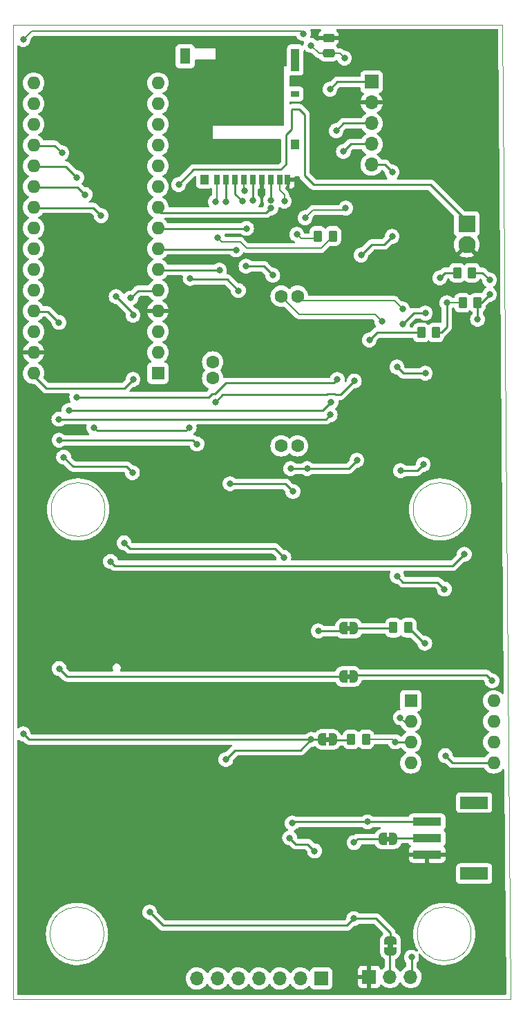
<source format=gbr>
%TF.GenerationSoftware,KiCad,Pcbnew,(6.0.11)*%
%TF.CreationDate,2023-06-04T20:58:31-05:00*%
%TF.ProjectId,Payload-Hard,5061796c-6f61-4642-9d48-6172642e6b69,V1*%
%TF.SameCoordinates,Original*%
%TF.FileFunction,Copper,L1,Top*%
%TF.FilePolarity,Positive*%
%FSLAX46Y46*%
G04 Gerber Fmt 4.6, Leading zero omitted, Abs format (unit mm)*
G04 Created by KiCad (PCBNEW (6.0.11)) date 2023-06-04 20:58:31*
%MOMM*%
%LPD*%
G01*
G04 APERTURE LIST*
G04 Aperture macros list*
%AMRoundRect*
0 Rectangle with rounded corners*
0 $1 Rounding radius*
0 $2 $3 $4 $5 $6 $7 $8 $9 X,Y pos of 4 corners*
0 Add a 4 corners polygon primitive as box body*
4,1,4,$2,$3,$4,$5,$6,$7,$8,$9,$2,$3,0*
0 Add four circle primitives for the rounded corners*
1,1,$1+$1,$2,$3*
1,1,$1+$1,$4,$5*
1,1,$1+$1,$6,$7*
1,1,$1+$1,$8,$9*
0 Add four rect primitives between the rounded corners*
20,1,$1+$1,$2,$3,$4,$5,0*
20,1,$1+$1,$4,$5,$6,$7,0*
20,1,$1+$1,$6,$7,$8,$9,0*
20,1,$1+$1,$8,$9,$2,$3,0*%
%AMFreePoly0*
4,1,22,0.500000,-0.750000,0.000000,-0.750000,0.000000,-0.745033,-0.079941,-0.743568,-0.215256,-0.701293,-0.333266,-0.622738,-0.424486,-0.514219,-0.481581,-0.384460,-0.499164,-0.250000,-0.500000,-0.250000,-0.500000,0.250000,-0.499164,0.250000,-0.499963,0.256109,-0.478152,0.396186,-0.417904,0.524511,-0.324060,0.630769,-0.204165,0.706417,-0.067858,0.745374,0.000000,0.744959,0.000000,0.750000,
0.500000,0.750000,0.500000,-0.750000,0.500000,-0.750000,$1*%
%AMFreePoly1*
4,1,20,0.000000,0.744959,0.073905,0.744508,0.209726,0.703889,0.328688,0.626782,0.421226,0.519385,0.479903,0.390333,0.500000,0.250000,0.500000,-0.250000,0.499851,-0.262216,0.476331,-0.402017,0.414519,-0.529596,0.319384,-0.634700,0.198574,-0.708877,0.061801,-0.746166,0.000000,-0.745033,0.000000,-0.750000,-0.500000,-0.750000,-0.500000,0.750000,0.000000,0.750000,0.000000,0.744959,
0.000000,0.744959,$1*%
G04 Aperture macros list end*
%TA.AperFunction,Profile*%
%ADD10C,0.100000*%
%TD*%
%TA.AperFunction,SMDPad,CuDef*%
%ADD11R,3.500000X1.000000*%
%TD*%
%TA.AperFunction,SMDPad,CuDef*%
%ADD12R,3.400000X1.500000*%
%TD*%
%TA.AperFunction,ComponentPad*%
%ADD13C,1.600000*%
%TD*%
%TA.AperFunction,SMDPad,CuDef*%
%ADD14FreePoly0,0.000000*%
%TD*%
%TA.AperFunction,SMDPad,CuDef*%
%ADD15FreePoly1,0.000000*%
%TD*%
%TA.AperFunction,SMDPad,CuDef*%
%ADD16RoundRect,0.250000X-0.262500X-0.450000X0.262500X-0.450000X0.262500X0.450000X-0.262500X0.450000X0*%
%TD*%
%TA.AperFunction,ComponentPad*%
%ADD17R,1.700000X1.700000*%
%TD*%
%TA.AperFunction,ComponentPad*%
%ADD18O,1.700000X1.700000*%
%TD*%
%TA.AperFunction,ComponentPad*%
%ADD19R,1.600000X1.600000*%
%TD*%
%TA.AperFunction,ComponentPad*%
%ADD20O,1.600000X1.600000*%
%TD*%
%TA.AperFunction,SMDPad,CuDef*%
%ADD21RoundRect,0.250000X-0.475000X0.250000X-0.475000X-0.250000X0.475000X-0.250000X0.475000X0.250000X0*%
%TD*%
%TA.AperFunction,SMDPad,CuDef*%
%ADD22FreePoly0,180.000000*%
%TD*%
%TA.AperFunction,SMDPad,CuDef*%
%ADD23FreePoly1,180.000000*%
%TD*%
%TA.AperFunction,SMDPad,CuDef*%
%ADD24R,0.700000X1.200000*%
%TD*%
%TA.AperFunction,SMDPad,CuDef*%
%ADD25R,1.000000X0.800000*%
%TD*%
%TA.AperFunction,SMDPad,CuDef*%
%ADD26R,1.000000X1.200000*%
%TD*%
%TA.AperFunction,SMDPad,CuDef*%
%ADD27R,1.000000X2.800000*%
%TD*%
%TA.AperFunction,SMDPad,CuDef*%
%ADD28R,1.300000X1.900000*%
%TD*%
%TA.AperFunction,ComponentPad*%
%ADD29R,2.100000X2.100000*%
%TD*%
%TA.AperFunction,ComponentPad*%
%ADD30C,2.100000*%
%TD*%
%TA.AperFunction,SMDPad,CuDef*%
%ADD31FreePoly0,270.000000*%
%TD*%
%TA.AperFunction,SMDPad,CuDef*%
%ADD32FreePoly1,270.000000*%
%TD*%
%TA.AperFunction,ViaPad*%
%ADD33C,0.800000*%
%TD*%
%TA.AperFunction,Conductor*%
%ADD34C,0.250000*%
%TD*%
%TA.AperFunction,Conductor*%
%ADD35C,0.150000*%
%TD*%
%TA.AperFunction,Conductor*%
%ADD36C,0.127000*%
%TD*%
G04 APERTURE END LIST*
D10*
X159800000Y-94940000D02*
G75*
G03*
X159800000Y-94940000I-3300000J0D01*
G01*
X164140000Y-35560000D02*
X165100000Y-154940000D01*
X115440000Y-94940000D02*
G75*
G03*
X115440000Y-94940000I-3300000J0D01*
G01*
X165100000Y-154940000D02*
X104140000Y-154940000D01*
X116840001Y-114300000D02*
G75*
G03*
X116840001Y-114300000I-1J0D01*
G01*
X104140000Y-154940000D02*
X104140000Y-35560000D01*
X104140000Y-35560000D02*
X164140000Y-35560000D01*
X160300000Y-146940000D02*
G75*
G03*
X160300000Y-146940000I-3300000J0D01*
G01*
X115300000Y-146940000D02*
G75*
G03*
X115300000Y-146940000I-3300000J0D01*
G01*
%TO.C,JP101*%
G36*
X142950000Y-123400000D02*
G01*
X142450000Y-123400000D01*
X142450000Y-122800000D01*
X142950000Y-122800000D01*
X142950000Y-123400000D01*
G37*
%TO.C,JP105*%
G36*
X150350000Y-135600000D02*
G01*
X149850000Y-135600000D01*
X149850000Y-135000000D01*
X150350000Y-135000000D01*
X150350000Y-135600000D01*
G37*
%TO.C,JP103*%
G36*
X145500000Y-115700000D02*
G01*
X145000000Y-115700000D01*
X145000000Y-115100000D01*
X145500000Y-115100000D01*
X145500000Y-115700000D01*
G37*
%TO.C,JP104*%
G36*
X145550000Y-109800000D02*
G01*
X145050000Y-109800000D01*
X145050000Y-109200000D01*
X145550000Y-109200000D01*
X145550000Y-109800000D01*
G37*
%TO.C,JP106*%
G36*
X150700000Y-148650000D02*
G01*
X150100000Y-148650000D01*
X150100000Y-148150000D01*
X150700000Y-148150000D01*
X150700000Y-148650000D01*
G37*
%TD*%
D11*
%TO.P,P101,1,1*%
%TO.N,GND*%
X154925000Y-137200000D03*
%TO.P,P101,2,2*%
%TO.N,Net-(JP105-Pad2)*%
X154925000Y-135200000D03*
%TO.P,P101,3,3*%
%TO.N,/Dust_SIG*%
X154925000Y-133200000D03*
D12*
%TO.P,P101,P1*%
%TO.N,N/C*%
X160675000Y-139550000D03*
%TO.P,P101,P2*%
X160675000Y-130850000D03*
%TD*%
D13*
%TO.P,U102,1,Working*%
%TO.N,Net-(U102-Pad1)*%
X137015000Y-87130000D03*
%TO.P,U102,4,Reference*%
%TO.N,/Reference*%
X137015000Y-68790000D03*
%TO.P,U102,5,Counter*%
%TO.N,/Counter*%
X139015000Y-68790000D03*
%TO.P,U102,6,Working*%
%TO.N,Net-(U102-Pad1)*%
X139015000Y-87130000D03*
%TO.P,U102,7*%
%TO.N,N/C*%
X128625000Y-76850000D03*
%TO.P,U102,8*%
X128625000Y-78850000D03*
%TD*%
D14*
%TO.P,JP101,1,A*%
%TO.N,/3V3*%
X142050000Y-123100000D03*
D15*
%TO.P,JP101,2,B*%
%TO.N,Net-(JP101-Pad2)*%
X143350000Y-123100000D03*
%TD*%
D16*
%TO.P,R108,1*%
%TO.N,Net-(C103-Pad1)*%
X158580000Y-65930000D03*
%TO.P,R108,2*%
%TO.N,/SO2_Out*%
X160405000Y-65930000D03*
%TD*%
%TO.P,R104,1*%
%TO.N,Net-(C101-Pad2)*%
X141512500Y-61425000D03*
%TO.P,R104,2*%
%TO.N,Net-(J101-Pad1)*%
X143337500Y-61425000D03*
%TD*%
D14*
%TO.P,JP105,1,A*%
%TO.N,/5V*%
X149450000Y-135300000D03*
D15*
%TO.P,JP105,2,B*%
%TO.N,Net-(JP105-Pad2)*%
X150750000Y-135300000D03*
%TD*%
D17*
%TO.P,J105,1,Pin_1*%
%TO.N,GND*%
X147800000Y-152200000D03*
D18*
%TO.P,J105,2,Pin_2*%
%TO.N,Net-(JP106-Pad2)*%
X150340000Y-152200000D03*
%TO.P,J105,3,Pin_3*%
%TO.N,/Dust_SIG*%
X152880000Y-152200000D03*
%TD*%
D19*
%TO.P,A101,1,D1/TX*%
%TO.N,unconnected-(A101-Pad1)*%
X121920000Y-78232000D03*
D20*
%TO.P,A101,2,D0/RX*%
%TO.N,unconnected-(A101-Pad2)*%
X121920000Y-75692000D03*
%TO.P,A101,3,~{RESET}*%
%TO.N,unconnected-(A101-Pad3)*%
X121920000Y-73152000D03*
%TO.P,A101,4,GND*%
%TO.N,GND*%
X121920000Y-70612000D03*
%TO.P,A101,5,D2*%
%TO.N,/Dust_SIG*%
X121920000Y-68072000D03*
%TO.P,A101,6,D3*%
%TO.N,/SPI_SDCARD_CS*%
X121920000Y-65532000D03*
%TO.P,A101,7,D4*%
%TO.N,/SPI_SDCARD_MOSI*%
X121920000Y-62992000D03*
%TO.P,A101,8,D5*%
%TO.N,/SPI_SDCARD_SCK*%
X121920000Y-60452000D03*
%TO.P,A101,9,D6*%
%TO.N,/SPI_SDCARD_MISO*%
X121920000Y-57912000D03*
%TO.P,A101,10,D7*%
%TO.N,unconnected-(A101-Pad10)*%
X121920000Y-55372000D03*
%TO.P,A101,11,D8*%
%TO.N,unconnected-(A101-Pad11)*%
X121920000Y-52832000D03*
%TO.P,A101,12,D9*%
%TO.N,unconnected-(A101-Pad12)*%
X121920000Y-50292000D03*
%TO.P,A101,13,D10*%
%TO.N,unconnected-(A101-Pad13)*%
X121920000Y-47752000D03*
%TO.P,A101,14,D11*%
%TO.N,unconnected-(A101-Pad14)*%
X121920000Y-45212000D03*
%TO.P,A101,15,D12*%
%TO.N,unconnected-(A101-Pad15)*%
X121920000Y-42672000D03*
%TO.P,A101,16,D13*%
%TO.N,unconnected-(A101-Pad16)*%
X106680000Y-42672000D03*
%TO.P,A101,17,3V3*%
%TO.N,/3V3*%
X106680000Y-45212000D03*
%TO.P,A101,18,AREF*%
%TO.N,unconnected-(A101-Pad18)*%
X106680000Y-47752000D03*
%TO.P,A101,19,A0*%
%TO.N,/RED*%
X106680000Y-50292000D03*
%TO.P,A101,20,A1*%
%TO.N,/NOX*%
X106680000Y-52832000D03*
%TO.P,A101,21,A2*%
%TO.N,/PRE*%
X106680000Y-55372000D03*
%TO.P,A101,22,A3*%
%TO.N,/SO2_Out*%
X106680000Y-57912000D03*
%TO.P,A101,23,A4*%
%TO.N,unconnected-(A101-Pad23)*%
X106680000Y-60452000D03*
%TO.P,A101,24,A5*%
%TO.N,unconnected-(A101-Pad24)*%
X106680000Y-62992000D03*
%TO.P,A101,25,A6*%
%TO.N,unconnected-(A101-Pad25)*%
X106680000Y-65532000D03*
%TO.P,A101,26,A7*%
%TO.N,unconnected-(A101-Pad26)*%
X106680000Y-68072000D03*
%TO.P,A101,27,+5V*%
%TO.N,/5V*%
X106680000Y-70612000D03*
%TO.P,A101,28,~{RESET}*%
%TO.N,unconnected-(A101-Pad28)*%
X106680000Y-73152000D03*
%TO.P,A101,29,GND*%
%TO.N,GND*%
X106680000Y-75692000D03*
%TO.P,A101,30,VIN*%
%TO.N,/Vbattery*%
X106680000Y-78232000D03*
%TD*%
D21*
%TO.P,C101,1*%
%TO.N,GND*%
X142840000Y-37130000D03*
%TO.P,C101,2*%
%TO.N,Net-(C101-Pad2)*%
X142840000Y-39030000D03*
%TD*%
D22*
%TO.P,JP103,1,A*%
%TO.N,Net-(JP103-Pad1)*%
X145900000Y-115400000D03*
D23*
%TO.P,JP103,2,B*%
%TO.N,/3V3*%
X144600000Y-115400000D03*
%TD*%
D17*
%TO.P,J103,1,Pin_1*%
%TO.N,/Dust_SIG*%
X141935000Y-152400000D03*
D18*
%TO.P,J103,2,Pin_2*%
%TO.N,/SPI_SDCARD_CS*%
X139395000Y-152400000D03*
%TO.P,J103,3,Pin_3*%
%TO.N,/SPI_SDCARD_MOSI*%
X136855000Y-152400000D03*
%TO.P,J103,4,Pin_4*%
%TO.N,/SPI_SDCARD_SCK*%
X134315000Y-152400000D03*
%TO.P,J103,5,Pin_5*%
%TO.N,/SPI_SDCARD_MISO*%
X131775000Y-152400000D03*
%TO.P,J103,6,Pin_6*%
%TO.N,/3V3*%
X129235000Y-152400000D03*
%TO.P,J103,7,Pin_7*%
%TO.N,/5V*%
X126695000Y-152400000D03*
%TD*%
D14*
%TO.P,JP104,1,A*%
%TO.N,/3V3*%
X144650000Y-109500000D03*
D15*
%TO.P,JP104,2,B*%
%TO.N,Net-(JP104-Pad2)*%
X145950000Y-109500000D03*
%TD*%
D17*
%TO.P,J102,1,Pin_1*%
%TO.N,/5V*%
X148100000Y-42525000D03*
D18*
%TO.P,J102,2,Pin_2*%
%TO.N,GND*%
X148100000Y-45065000D03*
%TO.P,J102,3,Pin_3*%
%TO.N,/RED*%
X148100000Y-47605000D03*
%TO.P,J102,4,Pin_4*%
%TO.N,/NOX*%
X148100000Y-50145000D03*
%TO.P,J102,5,Pin_5*%
%TO.N,/PRE*%
X148100000Y-52685000D03*
%TD*%
D24*
%TO.P,J101,1,DAT2*%
%TO.N,Net-(J101-Pad1)*%
X129150000Y-54500000D03*
%TO.P,J101,2,DAT3/CD*%
%TO.N,/SPI_SDCARD_CS*%
X130250000Y-54500000D03*
%TO.P,J101,3,CMD*%
%TO.N,/SPI_SDCARD_MOSI*%
X131350000Y-54500000D03*
%TO.P,J101,4,VDD*%
%TO.N,Net-(C101-Pad2)*%
X132450000Y-54500000D03*
%TO.P,J101,5,CLK*%
%TO.N,/SPI_SDCARD_SCK*%
X133550000Y-54500000D03*
%TO.P,J101,6,VSS*%
%TO.N,GND*%
X134650000Y-54500000D03*
%TO.P,J101,7,DAT0*%
%TO.N,/SPI_SDCARD_MISO*%
X135750000Y-54500000D03*
%TO.P,J101,8,DAT1*%
%TO.N,Net-(J101-Pad8)*%
X136850000Y-54500000D03*
%TO.P,J101,9,SHIELD*%
%TO.N,GND*%
X137800000Y-54500000D03*
D25*
%TO.P,J101,10*%
%TO.N,N/C*%
X138750000Y-44000000D03*
D26*
%TO.P,J101,11*%
X138750000Y-50200000D03*
D27*
X138750000Y-39850000D03*
D26*
X127600000Y-54500000D03*
D28*
X125250000Y-39400000D03*
%TD*%
D19*
%TO.P,U101,1*%
%TO.N,/Counter*%
X152908000Y-118364000D03*
D20*
%TO.P,U101,2,-*%
%TO.N,/Reference*%
X152908000Y-120904000D03*
%TO.P,U101,3,+*%
%TO.N,Net-(R101-Pad2)*%
X152908000Y-123444000D03*
%TO.P,U101,4,V-*%
%TO.N,unconnected-(U101-Pad4)*%
X152908000Y-125984000D03*
%TO.P,U101,5,+*%
%TO.N,Net-(R105-Pad2)*%
X163068000Y-125984000D03*
%TO.P,U101,6,-*%
%TO.N,Net-(C103-Pad1)*%
X163068000Y-123444000D03*
%TO.P,U101,7*%
%TO.N,/SO2_Out*%
X163068000Y-120904000D03*
%TO.P,U101,8,V+*%
%TO.N,Net-(JP103-Pad1)*%
X163068000Y-118364000D03*
%TD*%
D29*
%TO.P,J104,1,Pin_1*%
%TO.N,/Vbattery*%
X159766000Y-59944000D03*
D30*
%TO.P,J104,2,Pin_2*%
%TO.N,GND*%
X159766000Y-62484000D03*
%TD*%
D16*
%TO.P,R106,1*%
%TO.N,unconnected-(R106-Pad1)*%
X154177500Y-73240000D03*
%TO.P,R106,2*%
%TO.N,Net-(C103-Pad1)*%
X156002500Y-73240000D03*
%TD*%
D31*
%TO.P,JP106,1,A*%
%TO.N,/5V*%
X150400000Y-147750000D03*
D32*
%TO.P,JP106,2,B*%
%TO.N,Net-(JP106-Pad2)*%
X150400000Y-149050000D03*
%TD*%
D16*
%TO.P,R105,1*%
%TO.N,Net-(JP104-Pad2)*%
X150775000Y-109400000D03*
%TO.P,R105,2*%
%TO.N,Net-(R105-Pad2)*%
X152600000Y-109400000D03*
%TD*%
%TO.P,R101,1*%
%TO.N,Net-(JP101-Pad2)*%
X145587500Y-123100000D03*
%TO.P,R101,2*%
%TO.N,Net-(R101-Pad2)*%
X147412500Y-123100000D03*
%TD*%
%TO.P,C103,1*%
%TO.N,Net-(C103-Pad1)*%
X159258000Y-69596000D03*
%TO.P,C103,2*%
%TO.N,/SO2_Out*%
X161083000Y-69596000D03*
%TD*%
D33*
%TO.N,GND*%
X155750000Y-106610000D03*
%TO.N,/Dust_SIG*%
X118570000Y-69030000D03*
X138060000Y-135170000D03*
X141110000Y-136770000D03*
X137350000Y-100800000D03*
X138370500Y-133350000D03*
X117770000Y-99020000D03*
X147600000Y-133200000D03*
X153000000Y-149800000D03*
%TO.N,/SPI_SDCARD_CS*%
X138460000Y-92720000D03*
X130750500Y-91770000D03*
X129450000Y-65600000D03*
X130250000Y-57202000D03*
%TO.N,/SPI_SDCARD_MOSI*%
X135985000Y-66215000D03*
X132710000Y-65110000D03*
X131500000Y-63125000D03*
X132251777Y-57153651D03*
%TO.N,/SPI_SDCARD_SCK*%
X132774000Y-60500500D03*
X133550000Y-57096000D03*
%TO.N,/SPI_SDCARD_MISO*%
X131775000Y-68115000D03*
X135750000Y-57036000D03*
X135750000Y-57999500D03*
X125870000Y-66624500D03*
%TO.N,/3V3*%
X141560000Y-109810000D03*
X105410000Y-122428000D03*
X105410000Y-37338000D03*
X144780000Y-39624000D03*
X140670000Y-38054000D03*
X139744000Y-36620000D03*
X109815000Y-114425000D03*
X140700000Y-123100000D03*
X130240000Y-125560000D03*
%TO.N,/RED*%
X110150000Y-51230000D03*
X143764000Y-48514000D03*
X143144500Y-81767500D03*
X111022000Y-82780000D03*
%TO.N,/NOX*%
X111970000Y-54250000D03*
X143894500Y-78994000D03*
X111970000Y-81160000D03*
X144650500Y-51054000D03*
%TO.N,/PRE*%
X146812000Y-63754000D03*
X145980000Y-79178000D03*
X125740000Y-84894500D03*
X150622000Y-61468000D03*
X112994500Y-56350000D03*
X114080000Y-84894500D03*
X150622000Y-53585500D03*
X128950000Y-81755500D03*
%TO.N,/SO2_Out*%
X159460000Y-100420000D03*
X116110000Y-101300000D03*
X162560000Y-68580000D03*
X161080000Y-71628000D03*
X114950000Y-58920000D03*
X162560000Y-66802000D03*
%TO.N,/5V*%
X145920000Y-145060000D03*
X110363000Y-88519000D03*
X118794500Y-90424000D03*
X126695000Y-86919000D03*
X120904000Y-144272000D03*
X109820000Y-86440000D03*
X145950000Y-135750000D03*
X109780000Y-83870000D03*
X143002000Y-43434000D03*
X109780000Y-72020000D03*
X143025431Y-83335431D03*
%TO.N,/Vbattery*%
X116794500Y-68834000D03*
X124460000Y-55118000D03*
X118872000Y-78994000D03*
X118872000Y-71120000D03*
%TO.N,Net-(J101-Pad1)*%
X128950497Y-57231503D03*
X129225500Y-61663500D03*
%TO.N,Net-(J101-Pad8)*%
X137414000Y-57150000D03*
%TO.N,/Counter*%
X151892000Y-70358000D03*
%TO.N,/Reference*%
X151620000Y-120440000D03*
X149352000Y-71882000D03*
%TO.N,Net-(C103-Pad1)*%
X151892000Y-72215500D03*
X151204500Y-103100000D03*
X156464000Y-66548000D03*
X154686000Y-70866000D03*
X157020000Y-104690000D03*
X154432000Y-89408000D03*
X151204500Y-77470000D03*
X151638000Y-90170000D03*
X157320000Y-69596000D03*
X154686000Y-78232000D03*
%TO.N,Net-(R101-Pad2)*%
X151000000Y-123400000D03*
%TO.N,Net-(R105-Pad2)*%
X154620000Y-111320000D03*
X157140000Y-125090000D03*
%TO.N,Net-(U102-Pad1)*%
X138176000Y-89916000D03*
X147828000Y-74168000D03*
X146304000Y-88900000D03*
X140208000Y-89916000D03*
%TO.N,Net-(C101-Pad2)*%
X144919000Y-57999500D03*
X138938000Y-61214000D03*
X139954000Y-59182000D03*
X132525500Y-55880000D03*
%TO.N,Net-(JP103-Pad1)*%
X162860000Y-115910000D03*
%TD*%
D34*
%TO.N,/Dust_SIG*%
X136260000Y-99710000D02*
X118460000Y-99710000D01*
X118460000Y-99710000D02*
X117770000Y-99020000D01*
X138520500Y-133200000D02*
X138370500Y-133350000D01*
X119460000Y-68140000D02*
X121710000Y-68140000D01*
X140270000Y-135930000D02*
X141110000Y-136770000D01*
X118570000Y-69030000D02*
X119460000Y-68140000D01*
X138820000Y-135930000D02*
X140270000Y-135930000D01*
X154925000Y-133200000D02*
X147600000Y-133200000D01*
X153000000Y-152080000D02*
X152880000Y-152200000D01*
X137350000Y-100800000D02*
X136260000Y-99710000D01*
X138060000Y-135170000D02*
X138820000Y-135930000D01*
X147600000Y-133200000D02*
X138520500Y-133200000D01*
X153000000Y-149800000D02*
X153000000Y-152080000D01*
%TO.N,/SPI_SDCARD_CS*%
X130750500Y-91770000D02*
X137510000Y-91770000D01*
X137510000Y-91770000D02*
X138460000Y-92720000D01*
X129450000Y-65600000D02*
X121710000Y-65600000D01*
X130250000Y-54500000D02*
X130250000Y-57202000D01*
%TO.N,/SPI_SDCARD_MOSI*%
X131350000Y-56251874D02*
X131350000Y-54500000D01*
X131435000Y-63060000D02*
X121710000Y-63060000D01*
X131500000Y-63125000D02*
X131435000Y-63060000D01*
X132710000Y-65110000D02*
X134880000Y-65110000D01*
X134880000Y-65110000D02*
X135985000Y-66215000D01*
X132251777Y-57153651D02*
X131350000Y-56251874D01*
%TO.N,/SPI_SDCARD_SCK*%
X132774000Y-60500500D02*
X132754500Y-60520000D01*
X132754500Y-60520000D02*
X121710000Y-60520000D01*
X133550000Y-57096000D02*
X133550000Y-54500000D01*
%TO.N,/SPI_SDCARD_MISO*%
X135750000Y-57999500D02*
X135199500Y-58550000D01*
X135750000Y-54500000D02*
X135750000Y-57036000D01*
X125975500Y-66730000D02*
X125870000Y-66624500D01*
X130390000Y-66730000D02*
X125975500Y-66730000D01*
X131775000Y-68115000D02*
X130390000Y-66730000D01*
X122280000Y-58550000D02*
X121710000Y-57980000D01*
X135199500Y-58550000D02*
X122280000Y-58550000D01*
D35*
%TO.N,/3V3*%
X106426000Y-36322000D02*
X139446000Y-36322000D01*
X142840000Y-39030000D02*
X141646000Y-39030000D01*
X139446000Y-36322000D02*
X139744000Y-36620000D01*
D34*
X142050000Y-123100000D02*
X140700000Y-123100000D01*
X130240000Y-125560000D02*
X131370000Y-124430000D01*
X139370000Y-124430000D02*
X140690000Y-123110000D01*
X131370000Y-124430000D02*
X139370000Y-124430000D01*
D35*
X144780000Y-39624000D02*
X144186000Y-39030000D01*
D34*
X144600000Y-115400000D02*
X110790000Y-115400000D01*
D35*
X141646000Y-39030000D02*
X140670000Y-38054000D01*
D34*
X141560000Y-109810000D02*
X144340000Y-109810000D01*
X140700000Y-123100000D02*
X106082000Y-123100000D01*
X106082000Y-123100000D02*
X105410000Y-122428000D01*
D35*
X144186000Y-39030000D02*
X142840000Y-39030000D01*
D34*
X144340000Y-109810000D02*
X144650000Y-109500000D01*
D35*
X105410000Y-37338000D02*
X106426000Y-36322000D01*
D34*
X110790000Y-115400000D02*
X109815000Y-114425000D01*
%TO.N,/RED*%
X142132000Y-82780000D02*
X111022000Y-82780000D01*
X144673000Y-47605000D02*
X148100000Y-47605000D01*
X110150000Y-51230000D02*
X109280000Y-50360000D01*
X143764000Y-48514000D02*
X144673000Y-47605000D01*
X143144500Y-81767500D02*
X142132000Y-82780000D01*
X109280000Y-50360000D02*
X106470000Y-50360000D01*
%TO.N,/NOX*%
X143473500Y-79415000D02*
X130229840Y-79415000D01*
X130229840Y-79415000D02*
X128914340Y-80730500D01*
X145559500Y-50145000D02*
X148100000Y-50145000D01*
X110620000Y-52900000D02*
X106470000Y-52900000D01*
X143894500Y-78994000D02*
X143473500Y-79415000D01*
X128095931Y-81160000D02*
X111970000Y-81160000D01*
X128525431Y-80730500D02*
X128095931Y-81160000D01*
X144650500Y-51054000D02*
X145559500Y-50145000D01*
X128914340Y-80730500D02*
X128525431Y-80730500D01*
X111970000Y-54250000D02*
X110620000Y-52900000D01*
%TO.N,/PRE*%
X148106000Y-62460000D02*
X149630000Y-62460000D01*
X112994500Y-56350000D02*
X112084500Y-55440000D01*
X142719931Y-80742500D02*
X143569069Y-80742500D01*
X149630000Y-62460000D02*
X150622000Y-61468000D01*
X143696569Y-80870000D02*
X144288000Y-80870000D01*
X146812000Y-63754000D02*
X148106000Y-62460000D01*
X144288000Y-80870000D02*
X145980000Y-79178000D01*
X128950000Y-81755500D02*
X129835500Y-80870000D01*
X114465500Y-85280000D02*
X114080000Y-84894500D01*
X142592431Y-80870000D02*
X142719931Y-80742500D01*
X125354500Y-85280000D02*
X114465500Y-85280000D01*
X112084500Y-55440000D02*
X106470000Y-55440000D01*
X150622000Y-53585500D02*
X149721500Y-52685000D01*
X149721500Y-52685000D02*
X148100000Y-52685000D01*
X129835500Y-80870000D02*
X142592431Y-80870000D01*
X125740000Y-84894500D02*
X125354500Y-85280000D01*
X143569069Y-80742500D02*
X143696569Y-80870000D01*
%TO.N,/SO2_Out*%
X161688000Y-65930000D02*
X162560000Y-66802000D01*
X161080000Y-71628000D02*
X161080000Y-69743500D01*
X114950000Y-58920000D02*
X114010000Y-57980000D01*
X116635000Y-101825000D02*
X116110000Y-101300000D01*
X114010000Y-57980000D02*
X106470000Y-57980000D01*
X159460000Y-100420000D02*
X158055000Y-101825000D01*
X162560000Y-68580000D02*
X161544000Y-69596000D01*
X160405000Y-65930000D02*
X161688000Y-65930000D01*
X158055000Y-101825000D02*
X116635000Y-101825000D01*
X161544000Y-69596000D02*
X161290000Y-69596000D01*
%TO.N,/5V*%
X111506000Y-89662000D02*
X118032500Y-89662000D01*
X118032500Y-89662000D02*
X118794500Y-90424000D01*
X126216000Y-86440000D02*
X109820000Y-86440000D01*
X143911000Y-42525000D02*
X148100000Y-42525000D01*
X143002000Y-43434000D02*
X143911000Y-42525000D01*
X109780000Y-72020000D02*
X108440000Y-70680000D01*
X108440000Y-70680000D02*
X106470000Y-70680000D01*
X149450000Y-135300000D02*
X146400000Y-135300000D01*
X142490862Y-83870000D02*
X109780000Y-83870000D01*
X143025431Y-83335431D02*
X142490862Y-83870000D01*
X145920000Y-145060000D02*
X148660000Y-145060000D01*
X145070000Y-145910000D02*
X145920000Y-145060000D01*
X126695000Y-86919000D02*
X126216000Y-86440000D01*
X148660000Y-145060000D02*
X150400000Y-146800000D01*
X122542000Y-145910000D02*
X145070000Y-145910000D01*
X120904000Y-144272000D02*
X122542000Y-145910000D01*
X150400000Y-146800000D02*
X150400000Y-147750000D01*
X146400000Y-135300000D02*
X145950000Y-135750000D01*
X110363000Y-88519000D02*
X111506000Y-89662000D01*
%TO.N,/Vbattery*%
X138348222Y-45875000D02*
X138275000Y-45948222D01*
X117791000Y-80075000D02*
X108245000Y-80075000D01*
X138275000Y-48325000D02*
X137625000Y-48975000D01*
X139875000Y-46548222D02*
X139201778Y-45875000D01*
X118872000Y-71120000D02*
X118872000Y-70911500D01*
X155293000Y-55118000D02*
X140975000Y-55118000D01*
X136975000Y-53275000D02*
X126303000Y-53275000D01*
X118872000Y-70911500D02*
X116794500Y-68834000D01*
X139201778Y-45875000D02*
X138348222Y-45875000D01*
X138275000Y-45948222D02*
X138275000Y-48325000D01*
X140975000Y-55118000D02*
X139875000Y-54018000D01*
X108245000Y-80075000D02*
X106470000Y-78300000D01*
X159550000Y-59375000D02*
X155293000Y-55118000D01*
X137625000Y-48975000D02*
X137625000Y-52625000D01*
X126303000Y-53275000D02*
X124460000Y-55118000D01*
X139875000Y-54018000D02*
X139875000Y-46548222D01*
X137625000Y-52625000D02*
X136975000Y-53275000D01*
X118872000Y-78994000D02*
X117791000Y-80075000D01*
D35*
%TO.N,Net-(J101-Pad1)*%
X128950497Y-57231503D02*
X129150000Y-57032000D01*
X129150000Y-57032000D02*
X129150000Y-54500000D01*
X132033638Y-62150000D02*
X132779063Y-62895425D01*
X141921301Y-62895425D02*
X143337500Y-61479226D01*
X129712000Y-62150000D02*
X132033638Y-62150000D01*
X129225500Y-61663500D02*
X129712000Y-62150000D01*
X143337500Y-61479226D02*
X143337500Y-61425000D01*
X132779063Y-62895425D02*
X141921301Y-62895425D01*
%TO.N,Net-(J101-Pad8)*%
X137414000Y-56389000D02*
X136850000Y-55825000D01*
X137414000Y-57150000D02*
X137414000Y-56389000D01*
X136850000Y-55825000D02*
X136850000Y-54500000D01*
%TO.N,/Counter*%
X150884000Y-69350000D02*
X139050000Y-69350000D01*
X139015000Y-69315000D02*
X139015000Y-68790000D01*
X139050000Y-69350000D02*
X139015000Y-69315000D01*
X151892000Y-70358000D02*
X150884000Y-69350000D01*
%TO.N,/Reference*%
X152160000Y-120980000D02*
X152880000Y-120980000D01*
X149352000Y-71882000D02*
X148500000Y-71030000D01*
X139255000Y-71030000D02*
X137015000Y-68790000D01*
X148500000Y-71030000D02*
X139255000Y-71030000D01*
X151620000Y-120440000D02*
X152160000Y-120980000D01*
D34*
%TO.N,Net-(C103-Pad1)*%
X156464000Y-66548000D02*
X157082000Y-65930000D01*
X152280000Y-103860000D02*
X151964500Y-103860000D01*
X154686000Y-78232000D02*
X151966500Y-78232000D01*
X153670000Y-90170000D02*
X154432000Y-89408000D01*
X152290000Y-103850000D02*
X152280000Y-103860000D01*
X156630000Y-73240000D02*
X156002500Y-73240000D01*
X153241500Y-70866000D02*
X154686000Y-70866000D01*
X157320000Y-69596000D02*
X157320000Y-72550000D01*
X157082000Y-65930000D02*
X158430000Y-65930000D01*
X151966500Y-78232000D02*
X151204500Y-77470000D01*
D35*
X159258000Y-69596000D02*
X157320000Y-69596000D01*
D34*
X151964500Y-103860000D02*
X151204500Y-103100000D01*
X157020000Y-104690000D02*
X156180000Y-103850000D01*
X156180000Y-103850000D02*
X152290000Y-103850000D01*
X151892000Y-72215500D02*
X153241500Y-70866000D01*
X151638000Y-90170000D02*
X153670000Y-90170000D01*
X157320000Y-72550000D02*
X156630000Y-73240000D01*
D35*
%TO.N,Net-(R101-Pad2)*%
X150680000Y-123080000D02*
X147432500Y-123080000D01*
D34*
X152908000Y-123444000D02*
X151044000Y-123444000D01*
X151044000Y-123444000D02*
X151000000Y-123400000D01*
D35*
X151000000Y-123400000D02*
X150680000Y-123080000D01*
X147432500Y-123080000D02*
X147412500Y-123100000D01*
D34*
%TO.N,Net-(R105-Pad2)*%
X157140000Y-125090000D02*
X157990000Y-125940000D01*
X157990000Y-125940000D02*
X163500000Y-125940000D01*
X154620000Y-111320000D02*
X154520000Y-111320000D01*
X154520000Y-111320000D02*
X152600000Y-109400000D01*
%TO.N,Net-(U102-Pad1)*%
X140208000Y-89916000D02*
X138176000Y-89916000D01*
X145288000Y-89916000D02*
X140208000Y-89916000D01*
X148756000Y-73240000D02*
X154177500Y-73240000D01*
X147828000Y-74168000D02*
X148756000Y-73240000D01*
X146304000Y-88900000D02*
X145288000Y-89916000D01*
D35*
%TO.N,Net-(C101-Pad2)*%
X141215500Y-61722000D02*
X141512500Y-61425000D01*
X139954000Y-59182000D02*
X140886000Y-58250000D01*
X139446000Y-61722000D02*
X141215500Y-61722000D01*
X144668500Y-58250000D02*
X144919000Y-57999500D01*
X138938000Y-61214000D02*
X139446000Y-61722000D01*
X140886000Y-58250000D02*
X144668500Y-58250000D01*
D36*
X132450000Y-55804500D02*
X132525500Y-55880000D01*
X132450000Y-54500000D02*
X132450000Y-55804500D01*
D34*
%TO.N,Net-(JP105-Pad2)*%
X150750000Y-135300000D02*
X150850000Y-135200000D01*
X150850000Y-135200000D02*
X154925000Y-135200000D01*
%TO.N,Net-(JP101-Pad2)*%
X143450000Y-123200000D02*
X145487500Y-123200000D01*
X145487500Y-123200000D02*
X145587500Y-123100000D01*
%TO.N,Net-(JP104-Pad2)*%
X145950000Y-109500000D02*
X150675000Y-109500000D01*
X150675000Y-109500000D02*
X150775000Y-109400000D01*
%TO.N,Net-(JP106-Pad2)*%
X150400000Y-149050000D02*
X150340000Y-149110000D01*
X150340000Y-149110000D02*
X150340000Y-152200000D01*
%TO.N,Net-(JP103-Pad1)*%
X162160000Y-115210000D02*
X146090000Y-115210000D01*
X162160000Y-115210000D02*
X162860000Y-115910000D01*
X146090000Y-115210000D02*
X145900000Y-115400000D01*
%TD*%
%TA.AperFunction,Conductor*%
%TO.N,GND*%
G36*
X141868315Y-36088502D02*
G01*
X141914808Y-36142158D01*
X141924912Y-36212432D01*
X141895418Y-36277012D01*
X141889367Y-36283518D01*
X141771261Y-36401829D01*
X141762249Y-36413240D01*
X141677184Y-36551243D01*
X141671037Y-36564424D01*
X141619862Y-36718710D01*
X141616995Y-36732086D01*
X141607328Y-36826438D01*
X141607000Y-36832855D01*
X141607000Y-36857885D01*
X141611475Y-36873124D01*
X141612865Y-36874329D01*
X141620548Y-36876000D01*
X144054884Y-36876000D01*
X144070123Y-36871525D01*
X144071328Y-36870135D01*
X144072999Y-36862452D01*
X144072999Y-36832905D01*
X144072662Y-36826386D01*
X144062743Y-36730794D01*
X144059851Y-36717400D01*
X144008412Y-36563216D01*
X144002239Y-36550038D01*
X143916937Y-36412193D01*
X143907901Y-36400792D01*
X143790578Y-36283673D01*
X143756499Y-36221390D01*
X143761502Y-36150570D01*
X143803999Y-36093698D01*
X143870498Y-36068829D01*
X143879596Y-36068500D01*
X163510582Y-36068500D01*
X163578703Y-36088502D01*
X163625196Y-36142158D01*
X163636578Y-36193487D01*
X163791965Y-55516498D01*
X164289296Y-117361699D01*
X164289847Y-117430257D01*
X164270393Y-117498536D01*
X164217113Y-117545459D01*
X164146923Y-117556128D01*
X164082107Y-117527155D01*
X164074455Y-117519443D01*
X164074198Y-117519700D01*
X163912300Y-117357802D01*
X163907792Y-117354645D01*
X163907789Y-117354643D01*
X163829611Y-117299902D01*
X163724749Y-117226477D01*
X163719767Y-117224154D01*
X163719762Y-117224151D01*
X163522225Y-117132039D01*
X163522224Y-117132039D01*
X163517243Y-117129716D01*
X163511935Y-117128294D01*
X163511933Y-117128293D01*
X163301402Y-117071881D01*
X163301400Y-117071881D01*
X163296087Y-117070457D01*
X163068000Y-117050502D01*
X163062525Y-117050981D01*
X163060561Y-117050981D01*
X162992440Y-117030979D01*
X162949801Y-116981771D01*
X162929139Y-117027012D01*
X162869413Y-117065396D01*
X162850792Y-117068909D01*
X162850812Y-117069022D01*
X162845393Y-117069978D01*
X162839913Y-117070457D01*
X162834600Y-117071881D01*
X162834598Y-117071881D01*
X162624067Y-117128293D01*
X162624065Y-117128294D01*
X162618757Y-117129716D01*
X162613776Y-117132039D01*
X162613775Y-117132039D01*
X162416238Y-117224151D01*
X162416233Y-117224154D01*
X162411251Y-117226477D01*
X162306389Y-117299902D01*
X162228211Y-117354643D01*
X162228208Y-117354645D01*
X162223700Y-117357802D01*
X162061802Y-117519700D01*
X161930477Y-117707251D01*
X161928154Y-117712233D01*
X161928151Y-117712238D01*
X161836039Y-117909775D01*
X161833716Y-117914757D01*
X161774457Y-118135913D01*
X161754502Y-118364000D01*
X161774457Y-118592087D01*
X161833716Y-118813243D01*
X161836039Y-118818224D01*
X161836039Y-118818225D01*
X161928151Y-119015762D01*
X161928154Y-119015767D01*
X161930477Y-119020749D01*
X161933634Y-119025257D01*
X162029464Y-119162116D01*
X162061802Y-119208300D01*
X162223700Y-119370198D01*
X162228208Y-119373355D01*
X162228211Y-119373357D01*
X162269542Y-119402297D01*
X162411251Y-119501523D01*
X162416233Y-119503846D01*
X162416238Y-119503849D01*
X162450457Y-119519805D01*
X162503742Y-119566722D01*
X162523203Y-119634999D01*
X162502661Y-119702959D01*
X162450457Y-119748195D01*
X162416238Y-119764151D01*
X162416233Y-119764154D01*
X162411251Y-119766477D01*
X162401937Y-119772999D01*
X162228211Y-119894643D01*
X162228208Y-119894645D01*
X162223700Y-119897802D01*
X162061802Y-120059700D01*
X162058645Y-120064208D01*
X162058643Y-120064211D01*
X162017903Y-120122394D01*
X161930477Y-120247251D01*
X161928154Y-120252233D01*
X161928151Y-120252238D01*
X161840597Y-120440000D01*
X161833716Y-120454757D01*
X161832294Y-120460065D01*
X161832293Y-120460067D01*
X161775881Y-120670598D01*
X161774457Y-120675913D01*
X161754502Y-120904000D01*
X161774457Y-121132087D01*
X161775881Y-121137400D01*
X161775881Y-121137402D01*
X161799953Y-121227237D01*
X161833716Y-121353243D01*
X161836039Y-121358224D01*
X161836039Y-121358225D01*
X161928151Y-121555762D01*
X161928154Y-121555767D01*
X161930477Y-121560749D01*
X161981906Y-121634197D01*
X162058640Y-121743784D01*
X162061802Y-121748300D01*
X162223700Y-121910198D01*
X162228208Y-121913355D01*
X162228211Y-121913357D01*
X162251920Y-121929958D01*
X162411251Y-122041523D01*
X162416233Y-122043846D01*
X162416238Y-122043849D01*
X162450457Y-122059805D01*
X162503742Y-122106722D01*
X162523203Y-122174999D01*
X162502661Y-122242959D01*
X162450457Y-122288195D01*
X162416238Y-122304151D01*
X162416233Y-122304154D01*
X162411251Y-122306477D01*
X162321548Y-122369288D01*
X162228211Y-122434643D01*
X162228208Y-122434645D01*
X162223700Y-122437802D01*
X162061802Y-122599700D01*
X162058645Y-122604208D01*
X162058643Y-122604211D01*
X162052655Y-122612763D01*
X161930477Y-122787251D01*
X161928154Y-122792233D01*
X161928151Y-122792238D01*
X161865758Y-122926042D01*
X161833716Y-122994757D01*
X161832294Y-123000065D01*
X161832293Y-123000067D01*
X161784918Y-123176873D01*
X161774457Y-123215913D01*
X161754502Y-123444000D01*
X161774457Y-123672087D01*
X161775881Y-123677400D01*
X161775881Y-123677402D01*
X161828314Y-123873081D01*
X161833716Y-123893243D01*
X161836039Y-123898224D01*
X161836039Y-123898225D01*
X161928151Y-124095762D01*
X161928154Y-124095767D01*
X161930477Y-124100749D01*
X161966596Y-124152332D01*
X162048144Y-124268794D01*
X162061802Y-124288300D01*
X162223700Y-124450198D01*
X162228208Y-124453355D01*
X162228211Y-124453357D01*
X162306389Y-124508098D01*
X162411251Y-124581523D01*
X162416233Y-124583846D01*
X162416238Y-124583849D01*
X162450457Y-124599805D01*
X162503742Y-124646722D01*
X162523203Y-124714999D01*
X162502661Y-124782959D01*
X162450457Y-124828195D01*
X162416238Y-124844151D01*
X162416233Y-124844154D01*
X162411251Y-124846477D01*
X162325337Y-124906635D01*
X162228211Y-124974643D01*
X162228208Y-124974645D01*
X162223700Y-124977802D01*
X162061802Y-125139700D01*
X162058645Y-125144208D01*
X162058643Y-125144211D01*
X161982629Y-125252771D01*
X161927172Y-125297099D01*
X161879416Y-125306500D01*
X158304594Y-125306500D01*
X158236473Y-125286498D01*
X158215499Y-125269595D01*
X158087122Y-125141218D01*
X158053096Y-125078906D01*
X158050907Y-125065293D01*
X158050778Y-125064059D01*
X158033542Y-124900072D01*
X157974527Y-124718444D01*
X157879040Y-124553056D01*
X157782918Y-124446301D01*
X157755675Y-124416045D01*
X157755674Y-124416044D01*
X157751253Y-124411134D01*
X157650128Y-124337662D01*
X157602094Y-124302763D01*
X157602093Y-124302762D01*
X157596752Y-124298882D01*
X157590724Y-124296198D01*
X157590722Y-124296197D01*
X157428319Y-124223891D01*
X157428318Y-124223891D01*
X157422288Y-124221206D01*
X157328888Y-124201353D01*
X157241944Y-124182872D01*
X157241939Y-124182872D01*
X157235487Y-124181500D01*
X157044513Y-124181500D01*
X157038061Y-124182872D01*
X157038056Y-124182872D01*
X156951112Y-124201353D01*
X156857712Y-124221206D01*
X156851682Y-124223891D01*
X156851681Y-124223891D01*
X156689278Y-124296197D01*
X156689276Y-124296198D01*
X156683248Y-124298882D01*
X156677907Y-124302762D01*
X156677906Y-124302763D01*
X156629872Y-124337662D01*
X156528747Y-124411134D01*
X156524326Y-124416044D01*
X156524325Y-124416045D01*
X156497083Y-124446301D01*
X156400960Y-124553056D01*
X156305473Y-124718444D01*
X156246458Y-124900072D01*
X156245768Y-124906633D01*
X156245768Y-124906635D01*
X156230756Y-125049468D01*
X156226496Y-125090000D01*
X156227186Y-125096565D01*
X156243391Y-125250744D01*
X156246458Y-125279928D01*
X156305473Y-125461556D01*
X156400960Y-125626944D01*
X156528747Y-125768866D01*
X156683248Y-125881118D01*
X156689276Y-125883802D01*
X156689278Y-125883803D01*
X156796534Y-125931556D01*
X156857712Y-125958794D01*
X156950539Y-125978525D01*
X157038056Y-125997128D01*
X157038061Y-125997128D01*
X157044513Y-125998500D01*
X157100406Y-125998500D01*
X157168527Y-126018502D01*
X157189501Y-126035405D01*
X157486343Y-126332247D01*
X157493887Y-126340537D01*
X157498000Y-126347018D01*
X157503777Y-126352443D01*
X157547667Y-126393658D01*
X157550509Y-126396413D01*
X157570231Y-126416135D01*
X157573355Y-126418558D01*
X157573359Y-126418562D01*
X157573424Y-126418612D01*
X157582445Y-126426317D01*
X157614679Y-126456586D01*
X157621627Y-126460405D01*
X157621629Y-126460407D01*
X157632432Y-126466346D01*
X157648959Y-126477202D01*
X157658698Y-126484757D01*
X157658700Y-126484758D01*
X157664960Y-126489614D01*
X157705540Y-126507174D01*
X157716188Y-126512391D01*
X157754940Y-126533695D01*
X157762616Y-126535666D01*
X157762619Y-126535667D01*
X157774562Y-126538733D01*
X157793267Y-126545137D01*
X157811855Y-126553181D01*
X157819678Y-126554420D01*
X157819688Y-126554423D01*
X157855524Y-126560099D01*
X157867144Y-126562505D01*
X157902289Y-126571528D01*
X157909970Y-126573500D01*
X157930224Y-126573500D01*
X157949934Y-126575051D01*
X157969943Y-126578220D01*
X157977835Y-126577474D01*
X158013961Y-126574059D01*
X158025819Y-126573500D01*
X161819458Y-126573500D01*
X161887579Y-126593502D01*
X161928418Y-126636333D01*
X161930477Y-126640749D01*
X161933628Y-126645249D01*
X162058640Y-126823784D01*
X162061802Y-126828300D01*
X162223700Y-126990198D01*
X162228208Y-126993355D01*
X162228211Y-126993357D01*
X162306389Y-127048098D01*
X162411251Y-127121523D01*
X162416233Y-127123846D01*
X162416238Y-127123849D01*
X162613775Y-127215961D01*
X162618757Y-127218284D01*
X162624065Y-127219706D01*
X162624067Y-127219707D01*
X162834598Y-127276119D01*
X162834600Y-127276119D01*
X162839913Y-127277543D01*
X163068000Y-127297498D01*
X163296087Y-127277543D01*
X163301400Y-127276119D01*
X163301402Y-127276119D01*
X163511933Y-127219707D01*
X163511935Y-127219706D01*
X163517243Y-127218284D01*
X163522225Y-127215961D01*
X163719762Y-127123849D01*
X163719767Y-127123846D01*
X163724749Y-127121523D01*
X163829611Y-127048098D01*
X163907789Y-126993357D01*
X163907792Y-126993355D01*
X163912300Y-126990198D01*
X164074198Y-126828300D01*
X164077357Y-126823789D01*
X164077361Y-126823784D01*
X164136075Y-126739931D01*
X164191532Y-126695602D01*
X164262151Y-126688293D01*
X164325512Y-126720323D01*
X164361497Y-126781525D01*
X164365284Y-126811188D01*
X164451699Y-137557237D01*
X164582009Y-153761753D01*
X164586373Y-154304487D01*
X164566919Y-154372766D01*
X164513639Y-154419689D01*
X164460377Y-154431500D01*
X104774500Y-154431500D01*
X104706379Y-154411498D01*
X104659886Y-154357842D01*
X104648500Y-154305500D01*
X104648500Y-152366695D01*
X125332251Y-152366695D01*
X125345110Y-152589715D01*
X125346247Y-152594761D01*
X125346248Y-152594767D01*
X125349149Y-152607639D01*
X125394222Y-152807639D01*
X125434566Y-152906994D01*
X125475982Y-153008990D01*
X125478266Y-153014616D01*
X125515685Y-153075678D01*
X125592291Y-153200688D01*
X125594987Y-153205088D01*
X125741250Y-153373938D01*
X125913126Y-153516632D01*
X126106000Y-153629338D01*
X126314692Y-153709030D01*
X126319760Y-153710061D01*
X126319763Y-153710062D01*
X126427017Y-153731883D01*
X126533597Y-153753567D01*
X126538772Y-153753757D01*
X126538774Y-153753757D01*
X126751673Y-153761564D01*
X126751677Y-153761564D01*
X126756837Y-153761753D01*
X126761957Y-153761097D01*
X126761959Y-153761097D01*
X126973288Y-153734025D01*
X126973289Y-153734025D01*
X126978416Y-153733368D01*
X126983366Y-153731883D01*
X127187429Y-153670661D01*
X127187434Y-153670659D01*
X127192384Y-153669174D01*
X127392994Y-153570896D01*
X127574860Y-153441173D01*
X127586737Y-153429338D01*
X127669124Y-153347238D01*
X127733096Y-153283489D01*
X127766122Y-153237529D01*
X127863453Y-153102077D01*
X127864776Y-153103028D01*
X127911645Y-153059857D01*
X127981580Y-153047625D01*
X128047026Y-153075144D01*
X128074875Y-153106994D01*
X128134987Y-153205088D01*
X128281250Y-153373938D01*
X128453126Y-153516632D01*
X128646000Y-153629338D01*
X128854692Y-153709030D01*
X128859760Y-153710061D01*
X128859763Y-153710062D01*
X128967017Y-153731883D01*
X129073597Y-153753567D01*
X129078772Y-153753757D01*
X129078774Y-153753757D01*
X129291673Y-153761564D01*
X129291677Y-153761564D01*
X129296837Y-153761753D01*
X129301957Y-153761097D01*
X129301959Y-153761097D01*
X129513288Y-153734025D01*
X129513289Y-153734025D01*
X129518416Y-153733368D01*
X129523366Y-153731883D01*
X129727429Y-153670661D01*
X129727434Y-153670659D01*
X129732384Y-153669174D01*
X129932994Y-153570896D01*
X130114860Y-153441173D01*
X130126737Y-153429338D01*
X130209124Y-153347238D01*
X130273096Y-153283489D01*
X130306122Y-153237529D01*
X130403453Y-153102077D01*
X130404776Y-153103028D01*
X130451645Y-153059857D01*
X130521580Y-153047625D01*
X130587026Y-153075144D01*
X130614875Y-153106994D01*
X130674987Y-153205088D01*
X130821250Y-153373938D01*
X130993126Y-153516632D01*
X131186000Y-153629338D01*
X131394692Y-153709030D01*
X131399760Y-153710061D01*
X131399763Y-153710062D01*
X131507017Y-153731883D01*
X131613597Y-153753567D01*
X131618772Y-153753757D01*
X131618774Y-153753757D01*
X131831673Y-153761564D01*
X131831677Y-153761564D01*
X131836837Y-153761753D01*
X131841957Y-153761097D01*
X131841959Y-153761097D01*
X132053288Y-153734025D01*
X132053289Y-153734025D01*
X132058416Y-153733368D01*
X132063366Y-153731883D01*
X132267429Y-153670661D01*
X132267434Y-153670659D01*
X132272384Y-153669174D01*
X132472994Y-153570896D01*
X132654860Y-153441173D01*
X132666737Y-153429338D01*
X132749124Y-153347238D01*
X132813096Y-153283489D01*
X132846122Y-153237529D01*
X132943453Y-153102077D01*
X132944776Y-153103028D01*
X132991645Y-153059857D01*
X133061580Y-153047625D01*
X133127026Y-153075144D01*
X133154875Y-153106994D01*
X133214987Y-153205088D01*
X133361250Y-153373938D01*
X133533126Y-153516632D01*
X133726000Y-153629338D01*
X133934692Y-153709030D01*
X133939760Y-153710061D01*
X133939763Y-153710062D01*
X134047017Y-153731883D01*
X134153597Y-153753567D01*
X134158772Y-153753757D01*
X134158774Y-153753757D01*
X134371673Y-153761564D01*
X134371677Y-153761564D01*
X134376837Y-153761753D01*
X134381957Y-153761097D01*
X134381959Y-153761097D01*
X134593288Y-153734025D01*
X134593289Y-153734025D01*
X134598416Y-153733368D01*
X134603366Y-153731883D01*
X134807429Y-153670661D01*
X134807434Y-153670659D01*
X134812384Y-153669174D01*
X135012994Y-153570896D01*
X135194860Y-153441173D01*
X135206737Y-153429338D01*
X135289124Y-153347238D01*
X135353096Y-153283489D01*
X135386122Y-153237529D01*
X135483453Y-153102077D01*
X135484776Y-153103028D01*
X135531645Y-153059857D01*
X135601580Y-153047625D01*
X135667026Y-153075144D01*
X135694875Y-153106994D01*
X135754987Y-153205088D01*
X135901250Y-153373938D01*
X136073126Y-153516632D01*
X136266000Y-153629338D01*
X136474692Y-153709030D01*
X136479760Y-153710061D01*
X136479763Y-153710062D01*
X136587017Y-153731883D01*
X136693597Y-153753567D01*
X136698772Y-153753757D01*
X136698774Y-153753757D01*
X136911673Y-153761564D01*
X136911677Y-153761564D01*
X136916837Y-153761753D01*
X136921957Y-153761097D01*
X136921959Y-153761097D01*
X137133288Y-153734025D01*
X137133289Y-153734025D01*
X137138416Y-153733368D01*
X137143366Y-153731883D01*
X137347429Y-153670661D01*
X137347434Y-153670659D01*
X137352384Y-153669174D01*
X137552994Y-153570896D01*
X137734860Y-153441173D01*
X137746737Y-153429338D01*
X137829124Y-153347238D01*
X137893096Y-153283489D01*
X137926122Y-153237529D01*
X138023453Y-153102077D01*
X138024776Y-153103028D01*
X138071645Y-153059857D01*
X138141580Y-153047625D01*
X138207026Y-153075144D01*
X138234875Y-153106994D01*
X138294987Y-153205088D01*
X138441250Y-153373938D01*
X138613126Y-153516632D01*
X138806000Y-153629338D01*
X139014692Y-153709030D01*
X139019760Y-153710061D01*
X139019763Y-153710062D01*
X139127017Y-153731883D01*
X139233597Y-153753567D01*
X139238772Y-153753757D01*
X139238774Y-153753757D01*
X139451673Y-153761564D01*
X139451677Y-153761564D01*
X139456837Y-153761753D01*
X139461957Y-153761097D01*
X139461959Y-153761097D01*
X139673288Y-153734025D01*
X139673289Y-153734025D01*
X139678416Y-153733368D01*
X139683366Y-153731883D01*
X139887429Y-153670661D01*
X139887434Y-153670659D01*
X139892384Y-153669174D01*
X140092994Y-153570896D01*
X140274860Y-153441173D01*
X140383091Y-153333319D01*
X140445462Y-153299404D01*
X140516268Y-153304592D01*
X140573030Y-153347238D01*
X140590012Y-153378341D01*
X140608153Y-153426731D01*
X140634385Y-153496705D01*
X140721739Y-153613261D01*
X140838295Y-153700615D01*
X140974684Y-153751745D01*
X141036866Y-153758500D01*
X142833134Y-153758500D01*
X142895316Y-153751745D01*
X143031705Y-153700615D01*
X143148261Y-153613261D01*
X143235615Y-153496705D01*
X143286745Y-153360316D01*
X143293500Y-153298134D01*
X143293500Y-153094669D01*
X146442001Y-153094669D01*
X146442371Y-153101490D01*
X146447895Y-153152352D01*
X146451521Y-153167604D01*
X146496676Y-153288054D01*
X146505214Y-153303649D01*
X146581715Y-153405724D01*
X146594276Y-153418285D01*
X146696351Y-153494786D01*
X146711946Y-153503324D01*
X146832394Y-153548478D01*
X146847649Y-153552105D01*
X146898514Y-153557631D01*
X146905328Y-153558000D01*
X147527885Y-153558000D01*
X147543124Y-153553525D01*
X147544329Y-153552135D01*
X147546000Y-153544452D01*
X147546000Y-152472115D01*
X147541525Y-152456876D01*
X147540135Y-152455671D01*
X147532452Y-152454000D01*
X146460116Y-152454000D01*
X146444877Y-152458475D01*
X146443672Y-152459865D01*
X146442001Y-152467548D01*
X146442001Y-153094669D01*
X143293500Y-153094669D01*
X143293500Y-151927885D01*
X146442000Y-151927885D01*
X146446475Y-151943124D01*
X146447865Y-151944329D01*
X146455548Y-151946000D01*
X147527885Y-151946000D01*
X147543124Y-151941525D01*
X147544329Y-151940135D01*
X147546000Y-151932452D01*
X147546000Y-150860116D01*
X147541525Y-150844877D01*
X147540135Y-150843672D01*
X147532452Y-150842001D01*
X146905331Y-150842001D01*
X146898510Y-150842371D01*
X146847648Y-150847895D01*
X146832396Y-150851521D01*
X146711946Y-150896676D01*
X146696351Y-150905214D01*
X146594276Y-150981715D01*
X146581715Y-150994276D01*
X146505214Y-151096351D01*
X146496676Y-151111946D01*
X146451522Y-151232394D01*
X146447895Y-151247649D01*
X146442369Y-151298514D01*
X146442000Y-151305328D01*
X146442000Y-151927885D01*
X143293500Y-151927885D01*
X143293500Y-151501866D01*
X143286745Y-151439684D01*
X143235615Y-151303295D01*
X143148261Y-151186739D01*
X143031705Y-151099385D01*
X142895316Y-151048255D01*
X142833134Y-151041500D01*
X141036866Y-151041500D01*
X140974684Y-151048255D01*
X140838295Y-151099385D01*
X140721739Y-151186739D01*
X140634385Y-151303295D01*
X140631233Y-151311703D01*
X140589919Y-151421907D01*
X140547277Y-151478671D01*
X140480716Y-151503371D01*
X140411367Y-151488163D01*
X140378743Y-151462476D01*
X140328151Y-151406875D01*
X140328142Y-151406866D01*
X140324670Y-151403051D01*
X140320619Y-151399852D01*
X140320615Y-151399848D01*
X140153414Y-151267800D01*
X140153410Y-151267798D01*
X140149359Y-151264598D01*
X140134132Y-151256192D01*
X140032064Y-151199848D01*
X139953789Y-151156638D01*
X139948920Y-151154914D01*
X139948916Y-151154912D01*
X139748087Y-151083795D01*
X139748083Y-151083794D01*
X139743212Y-151082069D01*
X139738119Y-151081162D01*
X139738116Y-151081161D01*
X139528373Y-151043800D01*
X139528367Y-151043799D01*
X139523284Y-151042894D01*
X139449452Y-151041992D01*
X139305081Y-151040228D01*
X139305079Y-151040228D01*
X139299911Y-151040165D01*
X139079091Y-151073955D01*
X138866756Y-151143357D01*
X138668607Y-151246507D01*
X138664474Y-151249610D01*
X138664471Y-151249612D01*
X138511512Y-151364457D01*
X138489965Y-151380635D01*
X138450525Y-151421907D01*
X138396280Y-151478671D01*
X138335629Y-151542138D01*
X138228201Y-151699621D01*
X138173293Y-151744621D01*
X138102768Y-151752792D01*
X138039021Y-151721538D01*
X138018324Y-151697054D01*
X137937822Y-151572617D01*
X137937820Y-151572614D01*
X137935014Y-151568277D01*
X137784670Y-151403051D01*
X137780619Y-151399852D01*
X137780615Y-151399848D01*
X137613414Y-151267800D01*
X137613410Y-151267798D01*
X137609359Y-151264598D01*
X137594132Y-151256192D01*
X137492064Y-151199848D01*
X137413789Y-151156638D01*
X137408920Y-151154914D01*
X137408916Y-151154912D01*
X137208087Y-151083795D01*
X137208083Y-151083794D01*
X137203212Y-151082069D01*
X137198119Y-151081162D01*
X137198116Y-151081161D01*
X136988373Y-151043800D01*
X136988367Y-151043799D01*
X136983284Y-151042894D01*
X136909452Y-151041992D01*
X136765081Y-151040228D01*
X136765079Y-151040228D01*
X136759911Y-151040165D01*
X136539091Y-151073955D01*
X136326756Y-151143357D01*
X136128607Y-151246507D01*
X136124474Y-151249610D01*
X136124471Y-151249612D01*
X135971512Y-151364457D01*
X135949965Y-151380635D01*
X135910525Y-151421907D01*
X135856280Y-151478671D01*
X135795629Y-151542138D01*
X135688201Y-151699621D01*
X135633293Y-151744621D01*
X135562768Y-151752792D01*
X135499021Y-151721538D01*
X135478324Y-151697054D01*
X135397822Y-151572617D01*
X135397820Y-151572614D01*
X135395014Y-151568277D01*
X135244670Y-151403051D01*
X135240619Y-151399852D01*
X135240615Y-151399848D01*
X135073414Y-151267800D01*
X135073410Y-151267798D01*
X135069359Y-151264598D01*
X135054132Y-151256192D01*
X134952064Y-151199848D01*
X134873789Y-151156638D01*
X134868920Y-151154914D01*
X134868916Y-151154912D01*
X134668087Y-151083795D01*
X134668083Y-151083794D01*
X134663212Y-151082069D01*
X134658119Y-151081162D01*
X134658116Y-151081161D01*
X134448373Y-151043800D01*
X134448367Y-151043799D01*
X134443284Y-151042894D01*
X134369452Y-151041992D01*
X134225081Y-151040228D01*
X134225079Y-151040228D01*
X134219911Y-151040165D01*
X133999091Y-151073955D01*
X133786756Y-151143357D01*
X133588607Y-151246507D01*
X133584474Y-151249610D01*
X133584471Y-151249612D01*
X133431512Y-151364457D01*
X133409965Y-151380635D01*
X133370525Y-151421907D01*
X133316280Y-151478671D01*
X133255629Y-151542138D01*
X133148201Y-151699621D01*
X133093293Y-151744621D01*
X133022768Y-151752792D01*
X132959021Y-151721538D01*
X132938324Y-151697054D01*
X132857822Y-151572617D01*
X132857820Y-151572614D01*
X132855014Y-151568277D01*
X132704670Y-151403051D01*
X132700619Y-151399852D01*
X132700615Y-151399848D01*
X132533414Y-151267800D01*
X132533410Y-151267798D01*
X132529359Y-151264598D01*
X132514132Y-151256192D01*
X132412064Y-151199848D01*
X132333789Y-151156638D01*
X132328920Y-151154914D01*
X132328916Y-151154912D01*
X132128087Y-151083795D01*
X132128083Y-151083794D01*
X132123212Y-151082069D01*
X132118119Y-151081162D01*
X132118116Y-151081161D01*
X131908373Y-151043800D01*
X131908367Y-151043799D01*
X131903284Y-151042894D01*
X131829452Y-151041992D01*
X131685081Y-151040228D01*
X131685079Y-151040228D01*
X131679911Y-151040165D01*
X131459091Y-151073955D01*
X131246756Y-151143357D01*
X131048607Y-151246507D01*
X131044474Y-151249610D01*
X131044471Y-151249612D01*
X130891512Y-151364457D01*
X130869965Y-151380635D01*
X130830525Y-151421907D01*
X130776280Y-151478671D01*
X130715629Y-151542138D01*
X130608201Y-151699621D01*
X130553293Y-151744621D01*
X130482768Y-151752792D01*
X130419021Y-151721538D01*
X130398324Y-151697054D01*
X130317822Y-151572617D01*
X130317820Y-151572614D01*
X130315014Y-151568277D01*
X130164670Y-151403051D01*
X130160619Y-151399852D01*
X130160615Y-151399848D01*
X129993414Y-151267800D01*
X129993410Y-151267798D01*
X129989359Y-151264598D01*
X129974132Y-151256192D01*
X129872064Y-151199848D01*
X129793789Y-151156638D01*
X129788920Y-151154914D01*
X129788916Y-151154912D01*
X129588087Y-151083795D01*
X129588083Y-151083794D01*
X129583212Y-151082069D01*
X129578119Y-151081162D01*
X129578116Y-151081161D01*
X129368373Y-151043800D01*
X129368367Y-151043799D01*
X129363284Y-151042894D01*
X129289452Y-151041992D01*
X129145081Y-151040228D01*
X129145079Y-151040228D01*
X129139911Y-151040165D01*
X128919091Y-151073955D01*
X128706756Y-151143357D01*
X128508607Y-151246507D01*
X128504474Y-151249610D01*
X128504471Y-151249612D01*
X128351512Y-151364457D01*
X128329965Y-151380635D01*
X128290525Y-151421907D01*
X128236280Y-151478671D01*
X128175629Y-151542138D01*
X128068201Y-151699621D01*
X128013293Y-151744621D01*
X127942768Y-151752792D01*
X127879021Y-151721538D01*
X127858324Y-151697054D01*
X127777822Y-151572617D01*
X127777820Y-151572614D01*
X127775014Y-151568277D01*
X127624670Y-151403051D01*
X127620619Y-151399852D01*
X127620615Y-151399848D01*
X127453414Y-151267800D01*
X127453410Y-151267798D01*
X127449359Y-151264598D01*
X127434132Y-151256192D01*
X127332064Y-151199848D01*
X127253789Y-151156638D01*
X127248920Y-151154914D01*
X127248916Y-151154912D01*
X127048087Y-151083795D01*
X127048083Y-151083794D01*
X127043212Y-151082069D01*
X127038119Y-151081162D01*
X127038116Y-151081161D01*
X126828373Y-151043800D01*
X126828367Y-151043799D01*
X126823284Y-151042894D01*
X126749452Y-151041992D01*
X126605081Y-151040228D01*
X126605079Y-151040228D01*
X126599911Y-151040165D01*
X126379091Y-151073955D01*
X126166756Y-151143357D01*
X125968607Y-151246507D01*
X125964474Y-151249610D01*
X125964471Y-151249612D01*
X125811512Y-151364457D01*
X125789965Y-151380635D01*
X125750525Y-151421907D01*
X125696280Y-151478671D01*
X125635629Y-151542138D01*
X125509743Y-151726680D01*
X125415688Y-151929305D01*
X125355989Y-152144570D01*
X125332251Y-152366695D01*
X104648500Y-152366695D01*
X104648500Y-146926689D01*
X108186629Y-146926689D01*
X108186779Y-146929870D01*
X108202994Y-147273691D01*
X108204806Y-147312122D01*
X108205277Y-147315275D01*
X108205278Y-147315283D01*
X108218968Y-147406883D01*
X108261840Y-147693745D01*
X108262626Y-147696827D01*
X108262626Y-147696829D01*
X108288552Y-147798539D01*
X108357147Y-148067651D01*
X108425510Y-148254463D01*
X108483479Y-148412869D01*
X108489752Y-148430012D01*
X108658297Y-148777117D01*
X108659969Y-148779824D01*
X108659970Y-148779826D01*
X108849931Y-149087397D01*
X108861057Y-149105412D01*
X108888121Y-149140682D01*
X109090768Y-149404778D01*
X109095954Y-149411537D01*
X109098136Y-149413853D01*
X109098145Y-149413863D01*
X109358394Y-149690031D01*
X109360585Y-149692356D01*
X109362990Y-149694440D01*
X109362996Y-149694445D01*
X109542175Y-149849654D01*
X109652240Y-149944995D01*
X109967933Y-150166868D01*
X110008277Y-150189508D01*
X110279742Y-150341847D01*
X110304431Y-150355702D01*
X110307345Y-150356969D01*
X110307349Y-150356971D01*
X110448196Y-150418213D01*
X110658289Y-150509564D01*
X110833428Y-150565458D01*
X111022841Y-150625908D01*
X111022849Y-150625910D01*
X111025885Y-150626879D01*
X111231221Y-150670150D01*
X111400335Y-150705788D01*
X111400340Y-150705789D01*
X111403454Y-150706445D01*
X111787131Y-150747448D01*
X111790318Y-150747465D01*
X111790324Y-150747465D01*
X111965543Y-150748382D01*
X112172987Y-150749468D01*
X112319218Y-150735388D01*
X112553907Y-150712790D01*
X112553912Y-150712789D01*
X112557072Y-150712485D01*
X112560191Y-150711862D01*
X112560196Y-150711861D01*
X112932326Y-150637502D01*
X112932325Y-150637502D01*
X112935454Y-150636877D01*
X113219433Y-150549514D01*
X113301216Y-150524354D01*
X113301219Y-150524353D01*
X113304258Y-150523418D01*
X113307186Y-150522181D01*
X113307192Y-150522179D01*
X113553313Y-150418213D01*
X113659708Y-150373270D01*
X113662511Y-150371736D01*
X113662516Y-150371733D01*
X113808371Y-150291879D01*
X113998165Y-150187970D01*
X114316163Y-149969416D01*
X114318602Y-149967348D01*
X114318608Y-149967343D01*
X114608008Y-149721915D01*
X114608016Y-149721907D01*
X114610448Y-149719845D01*
X114612656Y-149717550D01*
X114612664Y-149717543D01*
X114875790Y-149444114D01*
X114875792Y-149444111D01*
X114878005Y-149441812D01*
X114907043Y-149404778D01*
X115114121Y-149140682D01*
X115114124Y-149140677D01*
X115116095Y-149138164D01*
X115322282Y-148812009D01*
X115323702Y-148809161D01*
X115323707Y-148809152D01*
X115493032Y-148469537D01*
X115494452Y-148466689D01*
X115630845Y-148105737D01*
X115730062Y-147732849D01*
X115791089Y-147351844D01*
X115793380Y-147312122D01*
X115809211Y-147037548D01*
X115813301Y-146966622D01*
X115813394Y-146940000D01*
X115811236Y-146897401D01*
X115794033Y-146557806D01*
X115794032Y-146557801D01*
X115793872Y-146554633D01*
X115760218Y-146334702D01*
X115735990Y-146176371D01*
X115735988Y-146176362D01*
X115735506Y-146173211D01*
X115713637Y-146088649D01*
X115639691Y-145802720D01*
X115639688Y-145802712D01*
X115638894Y-145799640D01*
X115635335Y-145790017D01*
X115572767Y-145620875D01*
X115505025Y-145437744D01*
X115499036Y-145425519D01*
X115336671Y-145094089D01*
X115336668Y-145094083D01*
X115335270Y-145091230D01*
X115193703Y-144863794D01*
X115133052Y-144766353D01*
X115133044Y-144766342D01*
X115131365Y-144763644D01*
X115009800Y-144606357D01*
X114897353Y-144460867D01*
X114897348Y-144460862D01*
X114895401Y-144458342D01*
X114875618Y-144437495D01*
X114718570Y-144272000D01*
X119990496Y-144272000D01*
X119991186Y-144278565D01*
X120006942Y-144428472D01*
X120010458Y-144461928D01*
X120069473Y-144643556D01*
X120164960Y-144808944D01*
X120292747Y-144950866D01*
X120447248Y-145063118D01*
X120453276Y-145065802D01*
X120453278Y-145065803D01*
X120615681Y-145138109D01*
X120621712Y-145140794D01*
X120715112Y-145160647D01*
X120802056Y-145179128D01*
X120802061Y-145179128D01*
X120808513Y-145180500D01*
X120864406Y-145180500D01*
X120932527Y-145200502D01*
X120953501Y-145217405D01*
X122038348Y-146302253D01*
X122045888Y-146310539D01*
X122050000Y-146317018D01*
X122055777Y-146322443D01*
X122099651Y-146363643D01*
X122102493Y-146366398D01*
X122122230Y-146386135D01*
X122125427Y-146388615D01*
X122134447Y-146396318D01*
X122166679Y-146426586D01*
X122173625Y-146430405D01*
X122173628Y-146430407D01*
X122184434Y-146436348D01*
X122200953Y-146447199D01*
X122216959Y-146459614D01*
X122224228Y-146462759D01*
X122224232Y-146462762D01*
X122257537Y-146477174D01*
X122268187Y-146482391D01*
X122306940Y-146503695D01*
X122314615Y-146505666D01*
X122314616Y-146505666D01*
X122326562Y-146508733D01*
X122345267Y-146515137D01*
X122363855Y-146523181D01*
X122371678Y-146524420D01*
X122371688Y-146524423D01*
X122407524Y-146530099D01*
X122419144Y-146532505D01*
X122454289Y-146541528D01*
X122461970Y-146543500D01*
X122482224Y-146543500D01*
X122501934Y-146545051D01*
X122521943Y-146548220D01*
X122529835Y-146547474D01*
X122548580Y-146545702D01*
X122565962Y-146544059D01*
X122577819Y-146543500D01*
X144991233Y-146543500D01*
X145002416Y-146544027D01*
X145009909Y-146545702D01*
X145017835Y-146545453D01*
X145017836Y-146545453D01*
X145077986Y-146543562D01*
X145081945Y-146543500D01*
X145109856Y-146543500D01*
X145113791Y-146543003D01*
X145113856Y-146542995D01*
X145125693Y-146542062D01*
X145157951Y-146541048D01*
X145161970Y-146540922D01*
X145169889Y-146540673D01*
X145189343Y-146535021D01*
X145208700Y-146531013D01*
X145220930Y-146529468D01*
X145220931Y-146529468D01*
X145228797Y-146528474D01*
X145236168Y-146525555D01*
X145236170Y-146525555D01*
X145269912Y-146512196D01*
X145281142Y-146508351D01*
X145315983Y-146498229D01*
X145315984Y-146498229D01*
X145323593Y-146496018D01*
X145330412Y-146491985D01*
X145330417Y-146491983D01*
X145341028Y-146485707D01*
X145358776Y-146477012D01*
X145377617Y-146469552D01*
X145413387Y-146443564D01*
X145423307Y-146437048D01*
X145454535Y-146418580D01*
X145454538Y-146418578D01*
X145461362Y-146414542D01*
X145475683Y-146400221D01*
X145490717Y-146387380D01*
X145500694Y-146380131D01*
X145507107Y-146375472D01*
X145535298Y-146341395D01*
X145543288Y-146332616D01*
X145870499Y-146005405D01*
X145932811Y-145971379D01*
X145959594Y-145968500D01*
X146015487Y-145968500D01*
X146021939Y-145967128D01*
X146021944Y-145967128D01*
X146108888Y-145948647D01*
X146202288Y-145928794D01*
X146208319Y-145926109D01*
X146370722Y-145853803D01*
X146370724Y-145853802D01*
X146376752Y-145851118D01*
X146531253Y-145738866D01*
X146535668Y-145733963D01*
X146540580Y-145729540D01*
X146541705Y-145730789D01*
X146595014Y-145697949D01*
X146628200Y-145693500D01*
X148345406Y-145693500D01*
X148413527Y-145713502D01*
X148434501Y-145730405D01*
X149498545Y-146794449D01*
X149532571Y-146856761D01*
X149527506Y-146927576D01*
X149490525Y-146979995D01*
X149442869Y-147020054D01*
X149345782Y-147128639D01*
X149343297Y-147132372D01*
X149343294Y-147132376D01*
X149268901Y-147244135D01*
X149266419Y-147247864D01*
X149203711Y-147379333D01*
X149161001Y-147516039D01*
X149160284Y-147520463D01*
X149160284Y-147520465D01*
X149157076Y-147540273D01*
X149137713Y-147659821D01*
X149135088Y-147803020D01*
X149135641Y-147807465D01*
X149135878Y-147811944D01*
X149135751Y-147811951D01*
X149136271Y-147820339D01*
X149136271Y-148250000D01*
X149141500Y-148323111D01*
X149143403Y-148329591D01*
X149152167Y-148359438D01*
X149155988Y-148412868D01*
X149136271Y-148550000D01*
X149136271Y-149037322D01*
X149136250Y-149039630D01*
X149135088Y-149103020D01*
X149153093Y-149247565D01*
X149190766Y-149385745D01*
X149192548Y-149389862D01*
X149192549Y-149389866D01*
X149202934Y-149413863D01*
X149248612Y-149519420D01*
X149323552Y-149641472D01*
X149326415Y-149644920D01*
X149326416Y-149644922D01*
X149398009Y-149731156D01*
X149416592Y-149753540D01*
X149522776Y-149849654D01*
X149643536Y-149931107D01*
X149644039Y-149931351D01*
X149692417Y-149981953D01*
X149706500Y-150039838D01*
X149706500Y-150921692D01*
X149686498Y-150989813D01*
X149638683Y-151033453D01*
X149613607Y-151046507D01*
X149609474Y-151049610D01*
X149609471Y-151049612D01*
X149439100Y-151177530D01*
X149434965Y-151180635D01*
X149431393Y-151184373D01*
X149353898Y-151265466D01*
X149292374Y-151300895D01*
X149221462Y-151297438D01*
X149163676Y-151256192D01*
X149144823Y-151222644D01*
X149103324Y-151111946D01*
X149094786Y-151096351D01*
X149018285Y-150994276D01*
X149005724Y-150981715D01*
X148903649Y-150905214D01*
X148888054Y-150896676D01*
X148767606Y-150851522D01*
X148752351Y-150847895D01*
X148701486Y-150842369D01*
X148694672Y-150842000D01*
X148072115Y-150842000D01*
X148056876Y-150846475D01*
X148055671Y-150847865D01*
X148054000Y-150855548D01*
X148054000Y-153539884D01*
X148058475Y-153555123D01*
X148059865Y-153556328D01*
X148067548Y-153557999D01*
X148694669Y-153557999D01*
X148701490Y-153557629D01*
X148752352Y-153552105D01*
X148767604Y-153548479D01*
X148888054Y-153503324D01*
X148903649Y-153494786D01*
X149005724Y-153418285D01*
X149018285Y-153405724D01*
X149094786Y-153303649D01*
X149103324Y-153288054D01*
X149144225Y-153178952D01*
X149186867Y-153122188D01*
X149253428Y-153097488D01*
X149322777Y-153112696D01*
X149357444Y-153140684D01*
X149382865Y-153170031D01*
X149382869Y-153170035D01*
X149386250Y-153173938D01*
X149558126Y-153316632D01*
X149751000Y-153429338D01*
X149755825Y-153431180D01*
X149755826Y-153431181D01*
X149828612Y-153458975D01*
X149959692Y-153509030D01*
X149964760Y-153510061D01*
X149964763Y-153510062D01*
X150072017Y-153531883D01*
X150178597Y-153553567D01*
X150183772Y-153553757D01*
X150183774Y-153553757D01*
X150396673Y-153561564D01*
X150396677Y-153561564D01*
X150401837Y-153561753D01*
X150406957Y-153561097D01*
X150406959Y-153561097D01*
X150618288Y-153534025D01*
X150618289Y-153534025D01*
X150623416Y-153533368D01*
X150628366Y-153531883D01*
X150832429Y-153470661D01*
X150832434Y-153470659D01*
X150837384Y-153469174D01*
X151037994Y-153370896D01*
X151219860Y-153241173D01*
X151378096Y-153083489D01*
X151384093Y-153075144D01*
X151508453Y-152902077D01*
X151509776Y-152903028D01*
X151556645Y-152859857D01*
X151626580Y-152847625D01*
X151692026Y-152875144D01*
X151719875Y-152906994D01*
X151779987Y-153005088D01*
X151926250Y-153173938D01*
X152098126Y-153316632D01*
X152291000Y-153429338D01*
X152295825Y-153431180D01*
X152295826Y-153431181D01*
X152368612Y-153458975D01*
X152499692Y-153509030D01*
X152504760Y-153510061D01*
X152504763Y-153510062D01*
X152612017Y-153531883D01*
X152718597Y-153553567D01*
X152723772Y-153553757D01*
X152723774Y-153553757D01*
X152936673Y-153561564D01*
X152936677Y-153561564D01*
X152941837Y-153561753D01*
X152946957Y-153561097D01*
X152946959Y-153561097D01*
X153158288Y-153534025D01*
X153158289Y-153534025D01*
X153163416Y-153533368D01*
X153168366Y-153531883D01*
X153372429Y-153470661D01*
X153372434Y-153470659D01*
X153377384Y-153469174D01*
X153577994Y-153370896D01*
X153759860Y-153241173D01*
X153918096Y-153083489D01*
X153924093Y-153075144D01*
X154045435Y-152906277D01*
X154048453Y-152902077D01*
X154055569Y-152887680D01*
X154145136Y-152706453D01*
X154145137Y-152706451D01*
X154147430Y-152701811D01*
X154212370Y-152488069D01*
X154241529Y-152266590D01*
X154243156Y-152200000D01*
X154224852Y-151977361D01*
X154170431Y-151760702D01*
X154081354Y-151555840D01*
X153984981Y-151406870D01*
X153962822Y-151372617D01*
X153962820Y-151372614D01*
X153960014Y-151368277D01*
X153809670Y-151203051D01*
X153681406Y-151101754D01*
X153640345Y-151043837D01*
X153633500Y-151002873D01*
X153633500Y-150502524D01*
X153653502Y-150434403D01*
X153665858Y-150418221D01*
X153739040Y-150336944D01*
X153797314Y-150236010D01*
X153831223Y-150177279D01*
X153831224Y-150177278D01*
X153834527Y-150171556D01*
X153893542Y-149989928D01*
X153895508Y-149971229D01*
X153912814Y-149806565D01*
X153913504Y-149800000D01*
X153910790Y-149774177D01*
X153894232Y-149616635D01*
X153894232Y-149616633D01*
X153893542Y-149610072D01*
X153859593Y-149505588D01*
X153857565Y-149434622D01*
X153894228Y-149373824D01*
X153957940Y-149342498D01*
X154028474Y-149350591D01*
X154079389Y-149389949D01*
X154090768Y-149404778D01*
X154095954Y-149411537D01*
X154098136Y-149413853D01*
X154098145Y-149413863D01*
X154358394Y-149690031D01*
X154360585Y-149692356D01*
X154362990Y-149694440D01*
X154362996Y-149694445D01*
X154542175Y-149849654D01*
X154652240Y-149944995D01*
X154967933Y-150166868D01*
X155008277Y-150189508D01*
X155279742Y-150341847D01*
X155304431Y-150355702D01*
X155307345Y-150356969D01*
X155307349Y-150356971D01*
X155448196Y-150418213D01*
X155658289Y-150509564D01*
X155833428Y-150565458D01*
X156022841Y-150625908D01*
X156022849Y-150625910D01*
X156025885Y-150626879D01*
X156231221Y-150670150D01*
X156400335Y-150705788D01*
X156400340Y-150705789D01*
X156403454Y-150706445D01*
X156787131Y-150747448D01*
X156790318Y-150747465D01*
X156790324Y-150747465D01*
X156965543Y-150748382D01*
X157172987Y-150749468D01*
X157319218Y-150735388D01*
X157553907Y-150712790D01*
X157553912Y-150712789D01*
X157557072Y-150712485D01*
X157560191Y-150711862D01*
X157560196Y-150711861D01*
X157932326Y-150637502D01*
X157932325Y-150637502D01*
X157935454Y-150636877D01*
X158219433Y-150549514D01*
X158301216Y-150524354D01*
X158301219Y-150524353D01*
X158304258Y-150523418D01*
X158307186Y-150522181D01*
X158307192Y-150522179D01*
X158553313Y-150418213D01*
X158659708Y-150373270D01*
X158662511Y-150371736D01*
X158662516Y-150371733D01*
X158808371Y-150291879D01*
X158998165Y-150187970D01*
X159316163Y-149969416D01*
X159318602Y-149967348D01*
X159318608Y-149967343D01*
X159608008Y-149721915D01*
X159608016Y-149721907D01*
X159610448Y-149719845D01*
X159612656Y-149717550D01*
X159612664Y-149717543D01*
X159875790Y-149444114D01*
X159875792Y-149444111D01*
X159878005Y-149441812D01*
X159907043Y-149404778D01*
X160114121Y-149140682D01*
X160114124Y-149140677D01*
X160116095Y-149138164D01*
X160322282Y-148812009D01*
X160323702Y-148809161D01*
X160323707Y-148809152D01*
X160493032Y-148469537D01*
X160494452Y-148466689D01*
X160630845Y-148105737D01*
X160730062Y-147732849D01*
X160791089Y-147351844D01*
X160793380Y-147312122D01*
X160809211Y-147037548D01*
X160813301Y-146966622D01*
X160813394Y-146940000D01*
X160811236Y-146897401D01*
X160794033Y-146557806D01*
X160794032Y-146557801D01*
X160793872Y-146554633D01*
X160760218Y-146334702D01*
X160735990Y-146176371D01*
X160735988Y-146176362D01*
X160735506Y-146173211D01*
X160713637Y-146088649D01*
X160639691Y-145802720D01*
X160639688Y-145802712D01*
X160638894Y-145799640D01*
X160635335Y-145790017D01*
X160572767Y-145620875D01*
X160505025Y-145437744D01*
X160499036Y-145425519D01*
X160336671Y-145094089D01*
X160336668Y-145094083D01*
X160335270Y-145091230D01*
X160193703Y-144863794D01*
X160133052Y-144766353D01*
X160133044Y-144766342D01*
X160131365Y-144763644D01*
X160009800Y-144606357D01*
X159897353Y-144460867D01*
X159897348Y-144460862D01*
X159895401Y-144458342D01*
X159875618Y-144437495D01*
X159631990Y-144180764D01*
X159631987Y-144180762D01*
X159629791Y-144178447D01*
X159598462Y-144151500D01*
X159339679Y-143928912D01*
X159339678Y-143928911D01*
X159337256Y-143926828D01*
X159214872Y-143841451D01*
X159023405Y-143707881D01*
X159023397Y-143707876D01*
X159020791Y-143706058D01*
X159011420Y-143700842D01*
X158686421Y-143519950D01*
X158686419Y-143519949D01*
X158683636Y-143518400D01*
X158680716Y-143517142D01*
X158680711Y-143517140D01*
X158332177Y-143367037D01*
X158332167Y-143367033D01*
X158329243Y-143365774D01*
X157961240Y-143249744D01*
X157691317Y-143193846D01*
X157586520Y-143172143D01*
X157586517Y-143172143D01*
X157583395Y-143171496D01*
X157288799Y-143141052D01*
X157202734Y-143132158D01*
X157202731Y-143132158D01*
X157199578Y-143131832D01*
X157196412Y-143131826D01*
X157196403Y-143131826D01*
X157005930Y-143131494D01*
X156813717Y-143131159D01*
X156623544Y-143150140D01*
X156432947Y-143169164D01*
X156432943Y-143169165D01*
X156429763Y-143169482D01*
X156426623Y-143170121D01*
X156426622Y-143170121D01*
X156054781Y-143245773D01*
X156054774Y-143245775D01*
X156051647Y-143246411D01*
X155683242Y-143361156D01*
X155680302Y-143362410D01*
X155331255Y-143511291D01*
X155331251Y-143511293D01*
X155328318Y-143512544D01*
X154990510Y-143699024D01*
X154987889Y-143700839D01*
X154987884Y-143700842D01*
X154675900Y-143916870D01*
X154673276Y-143918687D01*
X154379865Y-144169285D01*
X154113280Y-144448250D01*
X154111323Y-144450764D01*
X154111322Y-144450765D01*
X153947268Y-144661502D01*
X153876251Y-144752727D01*
X153874555Y-144755431D01*
X153874552Y-144755435D01*
X153802640Y-144870072D01*
X153671204Y-145079599D01*
X153500240Y-145425519D01*
X153365108Y-145786944D01*
X153267193Y-146160176D01*
X153249348Y-146274134D01*
X153208494Y-146535022D01*
X153207496Y-146541392D01*
X153207325Y-146544554D01*
X153207324Y-146544561D01*
X153190090Y-146862774D01*
X153187491Y-146910768D01*
X153186629Y-146926689D01*
X153186779Y-146929870D01*
X153202994Y-147273691D01*
X153204806Y-147312122D01*
X153205277Y-147315275D01*
X153205278Y-147315283D01*
X153218968Y-147406883D01*
X153261840Y-147693745D01*
X153262626Y-147696827D01*
X153262626Y-147696829D01*
X153288552Y-147798539D01*
X153357147Y-148067651D01*
X153425510Y-148254463D01*
X153483479Y-148412869D01*
X153489752Y-148430012D01*
X153658297Y-148777117D01*
X153659969Y-148779824D01*
X153659970Y-148779826D01*
X153746081Y-148919251D01*
X153764859Y-148987720D01*
X153743639Y-149055471D01*
X153689158Y-149100995D01*
X153618714Y-149109837D01*
X153564818Y-149087397D01*
X153462094Y-149012763D01*
X153462093Y-149012762D01*
X153456752Y-149008882D01*
X153450724Y-149006198D01*
X153450722Y-149006197D01*
X153288319Y-148933891D01*
X153288318Y-148933891D01*
X153282288Y-148931206D01*
X153188888Y-148911353D01*
X153101944Y-148892872D01*
X153101939Y-148892872D01*
X153095487Y-148891500D01*
X152904513Y-148891500D01*
X152898061Y-148892872D01*
X152898056Y-148892872D01*
X152811112Y-148911353D01*
X152717712Y-148931206D01*
X152711682Y-148933891D01*
X152711681Y-148933891D01*
X152549278Y-149006197D01*
X152549276Y-149006198D01*
X152543248Y-149008882D01*
X152388747Y-149121134D01*
X152260960Y-149263056D01*
X152257659Y-149268774D01*
X152179137Y-149404778D01*
X152165473Y-149428444D01*
X152106458Y-149610072D01*
X152105768Y-149616633D01*
X152105768Y-149616635D01*
X152089210Y-149774177D01*
X152086496Y-149800000D01*
X152087186Y-149806565D01*
X152104493Y-149971229D01*
X152106458Y-149989928D01*
X152165473Y-150171556D01*
X152168776Y-150177278D01*
X152168777Y-150177279D01*
X152202686Y-150236010D01*
X152260960Y-150336944D01*
X152334137Y-150418215D01*
X152364853Y-150482221D01*
X152366500Y-150502524D01*
X152366500Y-150859224D01*
X152346498Y-150927345D01*
X152298681Y-150970986D01*
X152262515Y-150989813D01*
X152160669Y-151042831D01*
X152153607Y-151046507D01*
X152149474Y-151049610D01*
X152149471Y-151049612D01*
X151979100Y-151177530D01*
X151974965Y-151180635D01*
X151820629Y-151342138D01*
X151713201Y-151499621D01*
X151658293Y-151544621D01*
X151587768Y-151552792D01*
X151524021Y-151521538D01*
X151503324Y-151497054D01*
X151422822Y-151372617D01*
X151422820Y-151372614D01*
X151420014Y-151368277D01*
X151269670Y-151203051D01*
X151265619Y-151199852D01*
X151265615Y-151199848D01*
X151098414Y-151067800D01*
X151098410Y-151067798D01*
X151094359Y-151064598D01*
X151089835Y-151062101D01*
X151089831Y-151062098D01*
X151038608Y-151033822D01*
X150988636Y-150983390D01*
X150973500Y-150923513D01*
X150973500Y-150097675D01*
X150993502Y-150029554D01*
X151047348Y-149982975D01*
X151130701Y-149945076D01*
X151130704Y-149945074D01*
X151134789Y-149943217D01*
X151138560Y-149940805D01*
X151138568Y-149940801D01*
X151253721Y-149867157D01*
X151253722Y-149867156D01*
X151257497Y-149864742D01*
X151365998Y-149771252D01*
X151461750Y-149661489D01*
X151474725Y-149641472D01*
X151537214Y-149545062D01*
X151539650Y-149541304D01*
X151600748Y-149409076D01*
X151641784Y-149271858D01*
X151643100Y-149263056D01*
X151662650Y-149132235D01*
X151662650Y-149132232D01*
X151663312Y-149127804D01*
X151664187Y-148984583D01*
X151663852Y-148982139D01*
X151663729Y-148978344D01*
X151663729Y-148550000D01*
X151658500Y-148476889D01*
X151647833Y-148440560D01*
X151644012Y-148387131D01*
X151663087Y-148254463D01*
X151663729Y-148250000D01*
X151663729Y-147759992D01*
X151663731Y-147759222D01*
X151664160Y-147689069D01*
X151664160Y-147689063D01*
X151664187Y-147684583D01*
X151644420Y-147540273D01*
X151605063Y-147402564D01*
X151545586Y-147269602D01*
X151543200Y-147265820D01*
X151543196Y-147265813D01*
X151471551Y-147152264D01*
X151469160Y-147148474D01*
X151374754Y-147037548D01*
X151267403Y-146942740D01*
X151260670Y-146938317D01*
X151149410Y-146865233D01*
X151149407Y-146865231D01*
X151145666Y-146862774D01*
X151141616Y-146860873D01*
X151141608Y-146860868D01*
X151104102Y-146843259D01*
X151050940Y-146796202D01*
X151031713Y-146733163D01*
X151030923Y-146708036D01*
X151030674Y-146700111D01*
X151025021Y-146680652D01*
X151021012Y-146661293D01*
X151020846Y-146659983D01*
X151018474Y-146641203D01*
X151015558Y-146633837D01*
X151015556Y-146633831D01*
X151002200Y-146600098D01*
X150998355Y-146588868D01*
X150988230Y-146554017D01*
X150988230Y-146554016D01*
X150986019Y-146546407D01*
X150977798Y-146532505D01*
X150975705Y-146528966D01*
X150967008Y-146511213D01*
X150962472Y-146499758D01*
X150959552Y-146492383D01*
X150933563Y-146456612D01*
X150927047Y-146446692D01*
X150925197Y-146443564D01*
X150904542Y-146408638D01*
X150890221Y-146394317D01*
X150877380Y-146379283D01*
X150870131Y-146369306D01*
X150865472Y-146362893D01*
X150831395Y-146334702D01*
X150822616Y-146326712D01*
X149163652Y-144667747D01*
X149156112Y-144659461D01*
X149152000Y-144652982D01*
X149102348Y-144606356D01*
X149099507Y-144603602D01*
X149079770Y-144583865D01*
X149076573Y-144581385D01*
X149067551Y-144573680D01*
X149041100Y-144548841D01*
X149035321Y-144543414D01*
X149028375Y-144539595D01*
X149028372Y-144539593D01*
X149017566Y-144533652D01*
X149001047Y-144522801D01*
X148995048Y-144518148D01*
X148985041Y-144510386D01*
X148977772Y-144507241D01*
X148977768Y-144507238D01*
X148944463Y-144492826D01*
X148933813Y-144487609D01*
X148895060Y-144466305D01*
X148875437Y-144461267D01*
X148856734Y-144454863D01*
X148845420Y-144449967D01*
X148845419Y-144449967D01*
X148838145Y-144446819D01*
X148830322Y-144445580D01*
X148830312Y-144445577D01*
X148794476Y-144439901D01*
X148782856Y-144437495D01*
X148747711Y-144428472D01*
X148747710Y-144428472D01*
X148740030Y-144426500D01*
X148719776Y-144426500D01*
X148700065Y-144424949D01*
X148687886Y-144423020D01*
X148680057Y-144421780D01*
X148672165Y-144422526D01*
X148636039Y-144425941D01*
X148624181Y-144426500D01*
X146628200Y-144426500D01*
X146560079Y-144406498D01*
X146540853Y-144390157D01*
X146540580Y-144390460D01*
X146535668Y-144386037D01*
X146531253Y-144381134D01*
X146452033Y-144323577D01*
X146382094Y-144272763D01*
X146382093Y-144272762D01*
X146376752Y-144268882D01*
X146370724Y-144266198D01*
X146370722Y-144266197D01*
X146208319Y-144193891D01*
X146208318Y-144193891D01*
X146202288Y-144191206D01*
X146104931Y-144170512D01*
X146021944Y-144152872D01*
X146021939Y-144152872D01*
X146015487Y-144151500D01*
X145824513Y-144151500D01*
X145818061Y-144152872D01*
X145818056Y-144152872D01*
X145735069Y-144170512D01*
X145637712Y-144191206D01*
X145631682Y-144193891D01*
X145631681Y-144193891D01*
X145469278Y-144266197D01*
X145469276Y-144266198D01*
X145463248Y-144268882D01*
X145457907Y-144272762D01*
X145457906Y-144272763D01*
X145407843Y-144309136D01*
X145308747Y-144381134D01*
X145304326Y-144386044D01*
X145304325Y-144386045D01*
X145195203Y-144507238D01*
X145180960Y-144523056D01*
X145085473Y-144688444D01*
X145026458Y-144870072D01*
X145025768Y-144876633D01*
X145025768Y-144876635D01*
X145009093Y-145035292D01*
X144982080Y-145100949D01*
X144972878Y-145111218D01*
X144844499Y-145239596D01*
X144782187Y-145273621D01*
X144755404Y-145276500D01*
X122856594Y-145276500D01*
X122788473Y-145256498D01*
X122767503Y-145239599D01*
X121851120Y-144323215D01*
X121817096Y-144260905D01*
X121814907Y-144247292D01*
X121798232Y-144088635D01*
X121798232Y-144088633D01*
X121797542Y-144082072D01*
X121738527Y-143900444D01*
X121643040Y-143735056D01*
X121515253Y-143593134D01*
X121360752Y-143480882D01*
X121354724Y-143478198D01*
X121354722Y-143478197D01*
X121192319Y-143405891D01*
X121192318Y-143405891D01*
X121186288Y-143403206D01*
X121092887Y-143383353D01*
X121005944Y-143364872D01*
X121005939Y-143364872D01*
X120999487Y-143363500D01*
X120808513Y-143363500D01*
X120802061Y-143364872D01*
X120802056Y-143364872D01*
X120715113Y-143383353D01*
X120621712Y-143403206D01*
X120615682Y-143405891D01*
X120615681Y-143405891D01*
X120453278Y-143478197D01*
X120453276Y-143478198D01*
X120447248Y-143480882D01*
X120292747Y-143593134D01*
X120164960Y-143735056D01*
X120069473Y-143900444D01*
X120010458Y-144082072D01*
X120009768Y-144088633D01*
X120009768Y-144088635D01*
X120001292Y-144169285D01*
X119990496Y-144272000D01*
X114718570Y-144272000D01*
X114631990Y-144180764D01*
X114631987Y-144180762D01*
X114629791Y-144178447D01*
X114598462Y-144151500D01*
X114339679Y-143928912D01*
X114339678Y-143928911D01*
X114337256Y-143926828D01*
X114214872Y-143841451D01*
X114023405Y-143707881D01*
X114023397Y-143707876D01*
X114020791Y-143706058D01*
X114011420Y-143700842D01*
X113686421Y-143519950D01*
X113686419Y-143519949D01*
X113683636Y-143518400D01*
X113680716Y-143517142D01*
X113680711Y-143517140D01*
X113332177Y-143367037D01*
X113332167Y-143367033D01*
X113329243Y-143365774D01*
X112961240Y-143249744D01*
X112691317Y-143193846D01*
X112586520Y-143172143D01*
X112586517Y-143172143D01*
X112583395Y-143171496D01*
X112288799Y-143141052D01*
X112202734Y-143132158D01*
X112202731Y-143132158D01*
X112199578Y-143131832D01*
X112196412Y-143131826D01*
X112196403Y-143131826D01*
X112005930Y-143131494D01*
X111813717Y-143131159D01*
X111623544Y-143150140D01*
X111432947Y-143169164D01*
X111432943Y-143169165D01*
X111429763Y-143169482D01*
X111426623Y-143170121D01*
X111426622Y-143170121D01*
X111054781Y-143245773D01*
X111054774Y-143245775D01*
X111051647Y-143246411D01*
X110683242Y-143361156D01*
X110680302Y-143362410D01*
X110331255Y-143511291D01*
X110331251Y-143511293D01*
X110328318Y-143512544D01*
X109990510Y-143699024D01*
X109987889Y-143700839D01*
X109987884Y-143700842D01*
X109675900Y-143916870D01*
X109673276Y-143918687D01*
X109379865Y-144169285D01*
X109113280Y-144448250D01*
X109111323Y-144450764D01*
X109111322Y-144450765D01*
X108947268Y-144661502D01*
X108876251Y-144752727D01*
X108874555Y-144755431D01*
X108874552Y-144755435D01*
X108802640Y-144870072D01*
X108671204Y-145079599D01*
X108500240Y-145425519D01*
X108365108Y-145786944D01*
X108267193Y-146160176D01*
X108249348Y-146274134D01*
X108208494Y-146535022D01*
X108207496Y-146541392D01*
X108207325Y-146544554D01*
X108207324Y-146544561D01*
X108190090Y-146862774D01*
X108187491Y-146910768D01*
X108186629Y-146926689D01*
X104648500Y-146926689D01*
X104648500Y-140348134D01*
X158466500Y-140348134D01*
X158473255Y-140410316D01*
X158524385Y-140546705D01*
X158611739Y-140663261D01*
X158728295Y-140750615D01*
X158864684Y-140801745D01*
X158926866Y-140808500D01*
X162423134Y-140808500D01*
X162485316Y-140801745D01*
X162621705Y-140750615D01*
X162738261Y-140663261D01*
X162825615Y-140546705D01*
X162876745Y-140410316D01*
X162883500Y-140348134D01*
X162883500Y-138751866D01*
X162876745Y-138689684D01*
X162825615Y-138553295D01*
X162738261Y-138436739D01*
X162621705Y-138349385D01*
X162485316Y-138298255D01*
X162423134Y-138291500D01*
X158926866Y-138291500D01*
X158864684Y-138298255D01*
X158728295Y-138349385D01*
X158611739Y-138436739D01*
X158524385Y-138553295D01*
X158473255Y-138689684D01*
X158466500Y-138751866D01*
X158466500Y-140348134D01*
X104648500Y-140348134D01*
X104648500Y-137744669D01*
X152667001Y-137744669D01*
X152667371Y-137751490D01*
X152672895Y-137802352D01*
X152676521Y-137817604D01*
X152721676Y-137938054D01*
X152730214Y-137953649D01*
X152806715Y-138055724D01*
X152819276Y-138068285D01*
X152921351Y-138144786D01*
X152936946Y-138153324D01*
X153057394Y-138198478D01*
X153072649Y-138202105D01*
X153123514Y-138207631D01*
X153130328Y-138208000D01*
X154652885Y-138208000D01*
X154668124Y-138203525D01*
X154669329Y-138202135D01*
X154671000Y-138194452D01*
X154671000Y-138189884D01*
X155179000Y-138189884D01*
X155183475Y-138205123D01*
X155184865Y-138206328D01*
X155192548Y-138207999D01*
X156719669Y-138207999D01*
X156726490Y-138207629D01*
X156777352Y-138202105D01*
X156792604Y-138198479D01*
X156913054Y-138153324D01*
X156928649Y-138144786D01*
X157030724Y-138068285D01*
X157043285Y-138055724D01*
X157119786Y-137953649D01*
X157128324Y-137938054D01*
X157173478Y-137817606D01*
X157177105Y-137802351D01*
X157182631Y-137751486D01*
X157183000Y-137744672D01*
X157183000Y-137472115D01*
X157178525Y-137456876D01*
X157177135Y-137455671D01*
X157169452Y-137454000D01*
X155197115Y-137454000D01*
X155181876Y-137458475D01*
X155180671Y-137459865D01*
X155179000Y-137467548D01*
X155179000Y-138189884D01*
X154671000Y-138189884D01*
X154671000Y-137472115D01*
X154666525Y-137456876D01*
X154665135Y-137455671D01*
X154657452Y-137454000D01*
X152685116Y-137454000D01*
X152669877Y-137458475D01*
X152668672Y-137459865D01*
X152667001Y-137467548D01*
X152667001Y-137744669D01*
X104648500Y-137744669D01*
X104648500Y-135170000D01*
X137146496Y-135170000D01*
X137147186Y-135176565D01*
X137163446Y-135331267D01*
X137166458Y-135359928D01*
X137225473Y-135541556D01*
X137228776Y-135547278D01*
X137228777Y-135547279D01*
X137236163Y-135560072D01*
X137320960Y-135706944D01*
X137325378Y-135711851D01*
X137325379Y-135711852D01*
X137426893Y-135824595D01*
X137448747Y-135848866D01*
X137467345Y-135862378D01*
X137592766Y-135953502D01*
X137603248Y-135961118D01*
X137609276Y-135963802D01*
X137609278Y-135963803D01*
X137771681Y-136036109D01*
X137777712Y-136038794D01*
X137871113Y-136058647D01*
X137958056Y-136077128D01*
X137958061Y-136077128D01*
X137964513Y-136078500D01*
X138020406Y-136078500D01*
X138088527Y-136098502D01*
X138109501Y-136115405D01*
X138316343Y-136322247D01*
X138323887Y-136330537D01*
X138328000Y-136337018D01*
X138333777Y-136342443D01*
X138377667Y-136383658D01*
X138380509Y-136386413D01*
X138400230Y-136406134D01*
X138403425Y-136408612D01*
X138412447Y-136416318D01*
X138444679Y-136446586D01*
X138451628Y-136450406D01*
X138462432Y-136456346D01*
X138478956Y-136467199D01*
X138494959Y-136479613D01*
X138535543Y-136497176D01*
X138546173Y-136502383D01*
X138584940Y-136523695D01*
X138592617Y-136525666D01*
X138592622Y-136525668D01*
X138604558Y-136528732D01*
X138623266Y-136535137D01*
X138641855Y-136543181D01*
X138649683Y-136544421D01*
X138649690Y-136544423D01*
X138685524Y-136550099D01*
X138697144Y-136552505D01*
X138732289Y-136561528D01*
X138739970Y-136563500D01*
X138760224Y-136563500D01*
X138779934Y-136565051D01*
X138799943Y-136568220D01*
X138807835Y-136567474D01*
X138833467Y-136565051D01*
X138843962Y-136564059D01*
X138855819Y-136563500D01*
X139955406Y-136563500D01*
X140023527Y-136583502D01*
X140044501Y-136600405D01*
X140162878Y-136718782D01*
X140196904Y-136781094D01*
X140199092Y-136794703D01*
X140216458Y-136959928D01*
X140275473Y-137141556D01*
X140370960Y-137306944D01*
X140498747Y-137448866D01*
X140653248Y-137561118D01*
X140659276Y-137563802D01*
X140659278Y-137563803D01*
X140821681Y-137636109D01*
X140827712Y-137638794D01*
X140921112Y-137658647D01*
X141008056Y-137677128D01*
X141008061Y-137677128D01*
X141014513Y-137678500D01*
X141205487Y-137678500D01*
X141211939Y-137677128D01*
X141211944Y-137677128D01*
X141298888Y-137658647D01*
X141392288Y-137638794D01*
X141398319Y-137636109D01*
X141560722Y-137563803D01*
X141560724Y-137563802D01*
X141566752Y-137561118D01*
X141721253Y-137448866D01*
X141849040Y-137306944D01*
X141944527Y-137141556D01*
X142003542Y-136959928D01*
X142023504Y-136770000D01*
X142011452Y-136655328D01*
X142004232Y-136586635D01*
X142004232Y-136586633D01*
X142003542Y-136580072D01*
X141944527Y-136398444D01*
X141849040Y-136233056D01*
X141820848Y-136201745D01*
X141725675Y-136096045D01*
X141725674Y-136096044D01*
X141721253Y-136091134D01*
X141566752Y-135978882D01*
X141560724Y-135976198D01*
X141560722Y-135976197D01*
X141398319Y-135903891D01*
X141398318Y-135903891D01*
X141392288Y-135901206D01*
X141298888Y-135881353D01*
X141211944Y-135862872D01*
X141211939Y-135862872D01*
X141205487Y-135861500D01*
X141149595Y-135861500D01*
X141081474Y-135841498D01*
X141060500Y-135824595D01*
X140773652Y-135537747D01*
X140766112Y-135529461D01*
X140762000Y-135522982D01*
X140712348Y-135476356D01*
X140709507Y-135473602D01*
X140689770Y-135453865D01*
X140686573Y-135451385D01*
X140677551Y-135443680D01*
X140651100Y-135418841D01*
X140645321Y-135413414D01*
X140638375Y-135409595D01*
X140638372Y-135409593D01*
X140627566Y-135403652D01*
X140611047Y-135392801D01*
X140610583Y-135392441D01*
X140595041Y-135380386D01*
X140587772Y-135377241D01*
X140587768Y-135377238D01*
X140554463Y-135362826D01*
X140543813Y-135357609D01*
X140505060Y-135336305D01*
X140485437Y-135331267D01*
X140466734Y-135324863D01*
X140455420Y-135319967D01*
X140455419Y-135319967D01*
X140448145Y-135316819D01*
X140440322Y-135315580D01*
X140440312Y-135315577D01*
X140404476Y-135309901D01*
X140392856Y-135307495D01*
X140357711Y-135298472D01*
X140357710Y-135298472D01*
X140350030Y-135296500D01*
X140329776Y-135296500D01*
X140310065Y-135294949D01*
X140297886Y-135293020D01*
X140290057Y-135291780D01*
X140282165Y-135292526D01*
X140246039Y-135295941D01*
X140234181Y-135296500D01*
X139134595Y-135296500D01*
X139066474Y-135276498D01*
X139045500Y-135259595D01*
X139007122Y-135221217D01*
X138973096Y-135158905D01*
X138970907Y-135145292D01*
X138954232Y-134986635D01*
X138954232Y-134986633D01*
X138953542Y-134980072D01*
X138894527Y-134798444D01*
X138799040Y-134633056D01*
X138728159Y-134554334D01*
X138675675Y-134496045D01*
X138675674Y-134496044D01*
X138671253Y-134491134D01*
X138605907Y-134443657D01*
X138562553Y-134387434D01*
X138556478Y-134316698D01*
X138589610Y-134253907D01*
X138641034Y-134221887D01*
X138646326Y-134220168D01*
X138652788Y-134218794D01*
X138788272Y-134158473D01*
X138821222Y-134143803D01*
X138821224Y-134143802D01*
X138827252Y-134141118D01*
X138981753Y-134028866D01*
X139013324Y-133993803D01*
X139105121Y-133891852D01*
X139105122Y-133891851D01*
X139109540Y-133886944D01*
X139110914Y-133884565D01*
X139166004Y-133842085D01*
X139211716Y-133833500D01*
X146891800Y-133833500D01*
X146959921Y-133853502D01*
X146979147Y-133869843D01*
X146979420Y-133869540D01*
X146984332Y-133873963D01*
X146988747Y-133878866D01*
X146994086Y-133882745D01*
X147092010Y-133953891D01*
X147143248Y-133991118D01*
X147149276Y-133993802D01*
X147149278Y-133993803D01*
X147311681Y-134066109D01*
X147317712Y-134068794D01*
X147411112Y-134088647D01*
X147498056Y-134107128D01*
X147498061Y-134107128D01*
X147504513Y-134108500D01*
X147695487Y-134108500D01*
X147701939Y-134107128D01*
X147701944Y-134107128D01*
X147788888Y-134088647D01*
X147882288Y-134068794D01*
X147888319Y-134066109D01*
X148050722Y-133993803D01*
X148050724Y-133993802D01*
X148056752Y-133991118D01*
X148107991Y-133953891D01*
X148205914Y-133882745D01*
X148211253Y-133878866D01*
X148215668Y-133873963D01*
X148220580Y-133869540D01*
X148221705Y-133870789D01*
X148275014Y-133837949D01*
X148308200Y-133833500D01*
X149117933Y-133833500D01*
X149186054Y-133853502D01*
X149232547Y-133907158D01*
X149242651Y-133977432D01*
X149213157Y-134042012D01*
X149152557Y-134080649D01*
X149102564Y-134094937D01*
X148969602Y-134154414D01*
X148965820Y-134156800D01*
X148965813Y-134156804D01*
X148897352Y-134200000D01*
X148848474Y-134230840D01*
X148737548Y-134325246D01*
X148642740Y-134432597D01*
X148640285Y-134436334D01*
X148640283Y-134436337D01*
X148571208Y-134541495D01*
X148562774Y-134554334D01*
X148560871Y-134558386D01*
X148560871Y-134558387D01*
X148544127Y-134594050D01*
X148497070Y-134647211D01*
X148430072Y-134666500D01*
X146478767Y-134666500D01*
X146467584Y-134665973D01*
X146460091Y-134664298D01*
X146452165Y-134664547D01*
X146452164Y-134664547D01*
X146392014Y-134666438D01*
X146388055Y-134666500D01*
X146360144Y-134666500D01*
X146356210Y-134666997D01*
X146356209Y-134666997D01*
X146356144Y-134667005D01*
X146344307Y-134667938D01*
X146312490Y-134668938D01*
X146308029Y-134669078D01*
X146300110Y-134669327D01*
X146282454Y-134674456D01*
X146280658Y-134674978D01*
X146261306Y-134678986D01*
X146254235Y-134679880D01*
X146241203Y-134681526D01*
X146233834Y-134684443D01*
X146233832Y-134684444D01*
X146200097Y-134697800D01*
X146188869Y-134701645D01*
X146146407Y-134713982D01*
X146139584Y-134718017D01*
X146139582Y-134718018D01*
X146128972Y-134724293D01*
X146111224Y-134732988D01*
X146092383Y-134740448D01*
X146085967Y-134745110D01*
X146085966Y-134745110D01*
X146056613Y-134766436D01*
X146046693Y-134772952D01*
X146015465Y-134791420D01*
X146015462Y-134791422D01*
X146008638Y-134795458D01*
X145999501Y-134804595D01*
X145937189Y-134838621D01*
X145910406Y-134841500D01*
X145854513Y-134841500D01*
X145848061Y-134842872D01*
X145848056Y-134842872D01*
X145761112Y-134861353D01*
X145667712Y-134881206D01*
X145661682Y-134883891D01*
X145661681Y-134883891D01*
X145499278Y-134956197D01*
X145499276Y-134956198D01*
X145493248Y-134958882D01*
X145487907Y-134962762D01*
X145487906Y-134962763D01*
X145455049Y-134986635D01*
X145338747Y-135071134D01*
X145334326Y-135076044D01*
X145334325Y-135076045D01*
X145243817Y-135176565D01*
X145210960Y-135213056D01*
X145161645Y-135298472D01*
X145122539Y-135366206D01*
X145115473Y-135378444D01*
X145056458Y-135560072D01*
X145036496Y-135750000D01*
X145056458Y-135939928D01*
X145115473Y-136121556D01*
X145210960Y-136286944D01*
X145215378Y-136291851D01*
X145215379Y-136291852D01*
X145299249Y-136384999D01*
X145338747Y-136428866D01*
X145369746Y-136451388D01*
X145479596Y-136531199D01*
X145493248Y-136541118D01*
X145499276Y-136543802D01*
X145499278Y-136543803D01*
X145585960Y-136582396D01*
X145667712Y-136618794D01*
X145761113Y-136638647D01*
X145848056Y-136657128D01*
X145848061Y-136657128D01*
X145854513Y-136658500D01*
X146045487Y-136658500D01*
X146051939Y-136657128D01*
X146051944Y-136657128D01*
X146138887Y-136638647D01*
X146232288Y-136618794D01*
X146314040Y-136582396D01*
X146400722Y-136543803D01*
X146400724Y-136543802D01*
X146406752Y-136541118D01*
X146420405Y-136531199D01*
X146530254Y-136451388D01*
X146561253Y-136428866D01*
X146600751Y-136384999D01*
X146684621Y-136291852D01*
X146684622Y-136291851D01*
X146689040Y-136286944D01*
X146784527Y-136121556D01*
X146817342Y-136020563D01*
X146857416Y-135961958D01*
X146922813Y-135934321D01*
X146937175Y-135933500D01*
X148428961Y-135933500D01*
X148497082Y-135953502D01*
X148544291Y-136008757D01*
X148550928Y-136023841D01*
X148568720Y-136052425D01*
X148611751Y-136121556D01*
X148627897Y-136147496D01*
X148630779Y-136150924D01*
X148630780Y-136150926D01*
X148679176Y-136208500D01*
X148720054Y-136257131D01*
X148828639Y-136354218D01*
X148832372Y-136356703D01*
X148832376Y-136356706D01*
X148944135Y-136431099D01*
X148947864Y-136433581D01*
X149079333Y-136496289D01*
X149083612Y-136497626D01*
X149083615Y-136497627D01*
X149098861Y-136502390D01*
X149216039Y-136538999D01*
X149220463Y-136539716D01*
X149220465Y-136539716D01*
X149249527Y-136544423D01*
X149359821Y-136562287D01*
X149425993Y-136563500D01*
X149498539Y-136564830D01*
X149498541Y-136564830D01*
X149503020Y-136564912D01*
X149507465Y-136564359D01*
X149511944Y-136564122D01*
X149511951Y-136564249D01*
X149520339Y-136563729D01*
X149950000Y-136563729D01*
X149981986Y-136561441D01*
X150016373Y-136558982D01*
X150016374Y-136558982D01*
X150023111Y-136558500D01*
X150059440Y-136547833D01*
X150112868Y-136544012D01*
X150250000Y-136563729D01*
X150737322Y-136563729D01*
X150739630Y-136563750D01*
X150803020Y-136564912D01*
X150830382Y-136561504D01*
X150943128Y-136547460D01*
X150943132Y-136547459D01*
X150947565Y-136546907D01*
X151085745Y-136509234D01*
X151089862Y-136507452D01*
X151089866Y-136507451D01*
X151215296Y-136453173D01*
X151215301Y-136453171D01*
X151219420Y-136451388D01*
X151341472Y-136376448D01*
X151365252Y-136356706D01*
X151450093Y-136286270D01*
X151450095Y-136286268D01*
X151453540Y-136283408D01*
X151549654Y-136177224D01*
X151583342Y-136127279D01*
X151628599Y-136060183D01*
X151628602Y-136060178D01*
X151631107Y-136056464D01*
X151693554Y-135927572D01*
X151695590Y-135921193D01*
X151696002Y-135920583D01*
X151696579Y-135919139D01*
X151696893Y-135919265D01*
X151735354Y-135862378D01*
X151800605Y-135834398D01*
X151815625Y-135833500D01*
X152594618Y-135833500D01*
X152662739Y-135853502D01*
X152709232Y-135907158D01*
X152712599Y-135915269D01*
X152719742Y-135934321D01*
X152724385Y-135946705D01*
X152811739Y-136063261D01*
X152818919Y-136068642D01*
X152860074Y-136099486D01*
X152902589Y-136156345D01*
X152907615Y-136227164D01*
X152873555Y-136289457D01*
X152860075Y-136301138D01*
X152819274Y-136331717D01*
X152806715Y-136344276D01*
X152730214Y-136446351D01*
X152721676Y-136461946D01*
X152676522Y-136582394D01*
X152672895Y-136597649D01*
X152667369Y-136648514D01*
X152667000Y-136655328D01*
X152667000Y-136927885D01*
X152671475Y-136943124D01*
X152672865Y-136944329D01*
X152680548Y-136946000D01*
X157164884Y-136946000D01*
X157180123Y-136941525D01*
X157181328Y-136940135D01*
X157182999Y-136932452D01*
X157182999Y-136655331D01*
X157182629Y-136648510D01*
X157177105Y-136597648D01*
X157173479Y-136582396D01*
X157128324Y-136461946D01*
X157119786Y-136446351D01*
X157043285Y-136344276D01*
X157030726Y-136331717D01*
X156989925Y-136301138D01*
X156947411Y-136244278D01*
X156942386Y-136173460D01*
X156976446Y-136111166D01*
X156989926Y-136099486D01*
X157031081Y-136068642D01*
X157038261Y-136063261D01*
X157125615Y-135946705D01*
X157176745Y-135810316D01*
X157183500Y-135748134D01*
X157183500Y-134651866D01*
X157176745Y-134589684D01*
X157125615Y-134453295D01*
X157038261Y-134336739D01*
X156990340Y-134300824D01*
X156947827Y-134243967D01*
X156942801Y-134173149D01*
X156976861Y-134110855D01*
X156990330Y-134099183D01*
X157038261Y-134063261D01*
X157125615Y-133946705D01*
X157176745Y-133810316D01*
X157183500Y-133748134D01*
X157183500Y-132651866D01*
X157176745Y-132589684D01*
X157125615Y-132453295D01*
X157038261Y-132336739D01*
X156921705Y-132249385D01*
X156785316Y-132198255D01*
X156723134Y-132191500D01*
X153126866Y-132191500D01*
X153064684Y-132198255D01*
X152928295Y-132249385D01*
X152811739Y-132336739D01*
X152724385Y-132453295D01*
X152721233Y-132461703D01*
X152721231Y-132461707D01*
X152712599Y-132484731D01*
X152669957Y-132541495D01*
X152603395Y-132566194D01*
X152594618Y-132566500D01*
X148308200Y-132566500D01*
X148240079Y-132546498D01*
X148220853Y-132530157D01*
X148220580Y-132530460D01*
X148215668Y-132526037D01*
X148211253Y-132521134D01*
X148117881Y-132453295D01*
X148062094Y-132412763D01*
X148062093Y-132412762D01*
X148056752Y-132408882D01*
X148050724Y-132406198D01*
X148050722Y-132406197D01*
X147888319Y-132333891D01*
X147888318Y-132333891D01*
X147882288Y-132331206D01*
X147788887Y-132311353D01*
X147701944Y-132292872D01*
X147701939Y-132292872D01*
X147695487Y-132291500D01*
X147504513Y-132291500D01*
X147498061Y-132292872D01*
X147498056Y-132292872D01*
X147411113Y-132311353D01*
X147317712Y-132331206D01*
X147311682Y-132333891D01*
X147311681Y-132333891D01*
X147149278Y-132406197D01*
X147149276Y-132406198D01*
X147143248Y-132408882D01*
X147137907Y-132412762D01*
X147137906Y-132412763D01*
X147082119Y-132453295D01*
X146988747Y-132521134D01*
X146984332Y-132526037D01*
X146979420Y-132530460D01*
X146978295Y-132529211D01*
X146924986Y-132562051D01*
X146891800Y-132566500D01*
X138871145Y-132566500D01*
X138819896Y-132555607D01*
X138658819Y-132483891D01*
X138658818Y-132483891D01*
X138652788Y-132481206D01*
X138559388Y-132461353D01*
X138472444Y-132442872D01*
X138472439Y-132442872D01*
X138465987Y-132441500D01*
X138275013Y-132441500D01*
X138268561Y-132442872D01*
X138268556Y-132442872D01*
X138181612Y-132461353D01*
X138088212Y-132481206D01*
X138082182Y-132483891D01*
X138082181Y-132483891D01*
X137919778Y-132556197D01*
X137919776Y-132556198D01*
X137913748Y-132558882D01*
X137759247Y-132671134D01*
X137631460Y-132813056D01*
X137535973Y-132978444D01*
X137476958Y-133160072D01*
X137456996Y-133350000D01*
X137476958Y-133539928D01*
X137535973Y-133721556D01*
X137631460Y-133886944D01*
X137635878Y-133891851D01*
X137635879Y-133891852D01*
X137727676Y-133993803D01*
X137759247Y-134028866D01*
X137799644Y-134058216D01*
X137824593Y-134076343D01*
X137867947Y-134132566D01*
X137874022Y-134203302D01*
X137840890Y-134266093D01*
X137789466Y-134298113D01*
X137784174Y-134299832D01*
X137777712Y-134301206D01*
X137710670Y-134331055D01*
X137609278Y-134376197D01*
X137609276Y-134376198D01*
X137603248Y-134378882D01*
X137448747Y-134491134D01*
X137444326Y-134496044D01*
X137444325Y-134496045D01*
X137391842Y-134554334D01*
X137320960Y-134633056D01*
X137225473Y-134798444D01*
X137166458Y-134980072D01*
X137146496Y-135170000D01*
X104648500Y-135170000D01*
X104648500Y-131648134D01*
X158466500Y-131648134D01*
X158473255Y-131710316D01*
X158524385Y-131846705D01*
X158611739Y-131963261D01*
X158728295Y-132050615D01*
X158864684Y-132101745D01*
X158926866Y-132108500D01*
X162423134Y-132108500D01*
X162485316Y-132101745D01*
X162621705Y-132050615D01*
X162738261Y-131963261D01*
X162825615Y-131846705D01*
X162876745Y-131710316D01*
X162883500Y-131648134D01*
X162883500Y-130051866D01*
X162876745Y-129989684D01*
X162825615Y-129853295D01*
X162738261Y-129736739D01*
X162621705Y-129649385D01*
X162485316Y-129598255D01*
X162423134Y-129591500D01*
X158926866Y-129591500D01*
X158864684Y-129598255D01*
X158728295Y-129649385D01*
X158611739Y-129736739D01*
X158524385Y-129853295D01*
X158473255Y-129989684D01*
X158466500Y-130051866D01*
X158466500Y-131648134D01*
X104648500Y-131648134D01*
X104648500Y-123244994D01*
X104668502Y-123176873D01*
X104722158Y-123130380D01*
X104792432Y-123120276D01*
X104848561Y-123143058D01*
X104953248Y-123219118D01*
X104959276Y-123221802D01*
X104959278Y-123221803D01*
X105121681Y-123294109D01*
X105127712Y-123296794D01*
X105221113Y-123316647D01*
X105308056Y-123335128D01*
X105308061Y-123335128D01*
X105314513Y-123336500D01*
X105370406Y-123336500D01*
X105438527Y-123356502D01*
X105459501Y-123373405D01*
X105578343Y-123492247D01*
X105585887Y-123500537D01*
X105590000Y-123507018D01*
X105595777Y-123512443D01*
X105639667Y-123553658D01*
X105642509Y-123556413D01*
X105662231Y-123576135D01*
X105665355Y-123578558D01*
X105665359Y-123578562D01*
X105665424Y-123578612D01*
X105674445Y-123586317D01*
X105706679Y-123616586D01*
X105713627Y-123620405D01*
X105713629Y-123620407D01*
X105724432Y-123626346D01*
X105740959Y-123637202D01*
X105750698Y-123644757D01*
X105750700Y-123644758D01*
X105756960Y-123649614D01*
X105797540Y-123667174D01*
X105808188Y-123672391D01*
X105846940Y-123693695D01*
X105854616Y-123695666D01*
X105854619Y-123695667D01*
X105866562Y-123698733D01*
X105885267Y-123705137D01*
X105903855Y-123713181D01*
X105911678Y-123714420D01*
X105911688Y-123714423D01*
X105947524Y-123720099D01*
X105959144Y-123722505D01*
X105994289Y-123731528D01*
X106001970Y-123733500D01*
X106022224Y-123733500D01*
X106041934Y-123735051D01*
X106061943Y-123738220D01*
X106069835Y-123737474D01*
X106105961Y-123734059D01*
X106117819Y-123733500D01*
X130863088Y-123733500D01*
X130931209Y-123753502D01*
X130977702Y-123807158D01*
X130987806Y-123877432D01*
X130958312Y-123942012D01*
X130944939Y-123954286D01*
X130945085Y-123954442D01*
X130939308Y-123959867D01*
X130932893Y-123964528D01*
X130919641Y-123980547D01*
X130904712Y-123998593D01*
X130896722Y-124007373D01*
X130289500Y-124614595D01*
X130227188Y-124648621D01*
X130200405Y-124651500D01*
X130144513Y-124651500D01*
X130138061Y-124652872D01*
X130138056Y-124652872D01*
X130051113Y-124671353D01*
X129957712Y-124691206D01*
X129951682Y-124693891D01*
X129951681Y-124693891D01*
X129789278Y-124766197D01*
X129789276Y-124766198D01*
X129783248Y-124768882D01*
X129628747Y-124881134D01*
X129624326Y-124886044D01*
X129624325Y-124886045D01*
X129528501Y-124992469D01*
X129500960Y-125023056D01*
X129405473Y-125188444D01*
X129346458Y-125370072D01*
X129326496Y-125560000D01*
X129346458Y-125749928D01*
X129405473Y-125931556D01*
X129500960Y-126096944D01*
X129628747Y-126238866D01*
X129727843Y-126310864D01*
X129769358Y-126341026D01*
X129783248Y-126351118D01*
X129789276Y-126353802D01*
X129789278Y-126353803D01*
X129943016Y-126422251D01*
X129957712Y-126428794D01*
X130051113Y-126448647D01*
X130138056Y-126467128D01*
X130138061Y-126467128D01*
X130144513Y-126468500D01*
X130335487Y-126468500D01*
X130341939Y-126467128D01*
X130341944Y-126467128D01*
X130428887Y-126448647D01*
X130522288Y-126428794D01*
X130536984Y-126422251D01*
X130690722Y-126353803D01*
X130690724Y-126353802D01*
X130696752Y-126351118D01*
X130710643Y-126341026D01*
X130752157Y-126310864D01*
X130851253Y-126238866D01*
X130979040Y-126096944D01*
X131074527Y-125931556D01*
X131133542Y-125749928D01*
X131150907Y-125584706D01*
X131177920Y-125519050D01*
X131187122Y-125508782D01*
X131595499Y-125100405D01*
X131657811Y-125066379D01*
X131684594Y-125063500D01*
X139291233Y-125063500D01*
X139302416Y-125064027D01*
X139309909Y-125065702D01*
X139317835Y-125065453D01*
X139317836Y-125065453D01*
X139377986Y-125063562D01*
X139381945Y-125063500D01*
X139409856Y-125063500D01*
X139413791Y-125063003D01*
X139413856Y-125062995D01*
X139425693Y-125062062D01*
X139457951Y-125061048D01*
X139461970Y-125060922D01*
X139469889Y-125060673D01*
X139489343Y-125055021D01*
X139508700Y-125051013D01*
X139520930Y-125049468D01*
X139520931Y-125049468D01*
X139528797Y-125048474D01*
X139536168Y-125045555D01*
X139536170Y-125045555D01*
X139569912Y-125032196D01*
X139581142Y-125028351D01*
X139615983Y-125018229D01*
X139615984Y-125018229D01*
X139623593Y-125016018D01*
X139630412Y-125011985D01*
X139630417Y-125011983D01*
X139641028Y-125005707D01*
X139658776Y-124997012D01*
X139677617Y-124989552D01*
X139713387Y-124963564D01*
X139723307Y-124957048D01*
X139754535Y-124938580D01*
X139754538Y-124938578D01*
X139761362Y-124934542D01*
X139775683Y-124920221D01*
X139790717Y-124907380D01*
X139807107Y-124895472D01*
X139812157Y-124889368D01*
X139812162Y-124889363D01*
X139835293Y-124861402D01*
X139843283Y-124852621D01*
X140650501Y-124045404D01*
X140712813Y-124011379D01*
X140739596Y-124008500D01*
X140795487Y-124008500D01*
X140801939Y-124007128D01*
X140801944Y-124007128D01*
X140888887Y-123988647D01*
X140982288Y-123968794D01*
X140988315Y-123966111D01*
X140988323Y-123966108D01*
X141087378Y-123922006D01*
X141157745Y-123912572D01*
X141222042Y-123942679D01*
X141235077Y-123956038D01*
X141317169Y-124053699D01*
X141320054Y-124057131D01*
X141428639Y-124154218D01*
X141432372Y-124156703D01*
X141432376Y-124156706D01*
X141511181Y-124209163D01*
X141547864Y-124233581D01*
X141679333Y-124296289D01*
X141683612Y-124297626D01*
X141683615Y-124297627D01*
X141714026Y-124307128D01*
X141816039Y-124338999D01*
X141820463Y-124339716D01*
X141820465Y-124339716D01*
X141857597Y-124345730D01*
X141959821Y-124362287D01*
X142026782Y-124363514D01*
X142098539Y-124364830D01*
X142098541Y-124364830D01*
X142103020Y-124364912D01*
X142107465Y-124364359D01*
X142111944Y-124364122D01*
X142111951Y-124364249D01*
X142120339Y-124363729D01*
X142550000Y-124363729D01*
X142581986Y-124361441D01*
X142616373Y-124358982D01*
X142616374Y-124358982D01*
X142623111Y-124358500D01*
X142659440Y-124347833D01*
X142712868Y-124344012D01*
X142850000Y-124363729D01*
X143337322Y-124363729D01*
X143339630Y-124363750D01*
X143403020Y-124364912D01*
X143430382Y-124361504D01*
X143543128Y-124347460D01*
X143543132Y-124347459D01*
X143547565Y-124346907D01*
X143685745Y-124309234D01*
X143689862Y-124307452D01*
X143689866Y-124307451D01*
X143815296Y-124253173D01*
X143815301Y-124253171D01*
X143819420Y-124251388D01*
X143928454Y-124184441D01*
X143937648Y-124178796D01*
X143937649Y-124178796D01*
X143941472Y-124176448D01*
X143965252Y-124156706D01*
X144050093Y-124086270D01*
X144050095Y-124086268D01*
X144053540Y-124083408D01*
X144149654Y-123977224D01*
X144158218Y-123964528D01*
X144209133Y-123889042D01*
X144263808Y-123843752D01*
X144313592Y-123833500D01*
X144538219Y-123833500D01*
X144606340Y-123853502D01*
X144645363Y-123893197D01*
X144726522Y-124024348D01*
X144851697Y-124149305D01*
X144857927Y-124153145D01*
X144857928Y-124153146D01*
X144995090Y-124237694D01*
X145002262Y-124242115D01*
X145035601Y-124253173D01*
X145163611Y-124295632D01*
X145163613Y-124295632D01*
X145170139Y-124297797D01*
X145176975Y-124298497D01*
X145176978Y-124298498D01*
X145218607Y-124302763D01*
X145274600Y-124308500D01*
X145900400Y-124308500D01*
X145903646Y-124308163D01*
X145903650Y-124308163D01*
X145999308Y-124298238D01*
X145999312Y-124298237D01*
X146006166Y-124297526D01*
X146012702Y-124295345D01*
X146012704Y-124295345D01*
X146151508Y-124249036D01*
X146173946Y-124241550D01*
X146324348Y-124148478D01*
X146410784Y-124061891D01*
X146473066Y-124027812D01*
X146543886Y-124032815D01*
X146588975Y-124061736D01*
X146624804Y-124097502D01*
X146676697Y-124149305D01*
X146682927Y-124153145D01*
X146682928Y-124153146D01*
X146820090Y-124237694D01*
X146827262Y-124242115D01*
X146860601Y-124253173D01*
X146988611Y-124295632D01*
X146988613Y-124295632D01*
X146995139Y-124297797D01*
X147001975Y-124298497D01*
X147001978Y-124298498D01*
X147043607Y-124302763D01*
X147099600Y-124308500D01*
X147725400Y-124308500D01*
X147728646Y-124308163D01*
X147728650Y-124308163D01*
X147824308Y-124298238D01*
X147824312Y-124298237D01*
X147831166Y-124297526D01*
X147837702Y-124295345D01*
X147837704Y-124295345D01*
X147976508Y-124249036D01*
X147998946Y-124241550D01*
X148149348Y-124148478D01*
X148274305Y-124023303D01*
X148283430Y-124008500D01*
X148363275Y-123878968D01*
X148363276Y-123878966D01*
X148367115Y-123872738D01*
X148398778Y-123777277D01*
X148407881Y-123749833D01*
X148448312Y-123691473D01*
X148513876Y-123664236D01*
X148527474Y-123663500D01*
X150038819Y-123663500D01*
X150106940Y-123683502D01*
X150153433Y-123737158D01*
X150158652Y-123750564D01*
X150165473Y-123771556D01*
X150260960Y-123936944D01*
X150265378Y-123941851D01*
X150265379Y-123941852D01*
X150369177Y-124057131D01*
X150388747Y-124078866D01*
X150419988Y-124101564D01*
X150523057Y-124176448D01*
X150543248Y-124191118D01*
X150549276Y-124193802D01*
X150549278Y-124193803D01*
X150678617Y-124251388D01*
X150717712Y-124268794D01*
X150788258Y-124283789D01*
X150898056Y-124307128D01*
X150898061Y-124307128D01*
X150904513Y-124308500D01*
X151095487Y-124308500D01*
X151101939Y-124307128D01*
X151101944Y-124307128D01*
X151211742Y-124283789D01*
X151282288Y-124268794D01*
X151321383Y-124251388D01*
X151450722Y-124193803D01*
X151450724Y-124193802D01*
X151456752Y-124191118D01*
X151476944Y-124176448D01*
X151580012Y-124101564D01*
X151646880Y-124077706D01*
X151654073Y-124077500D01*
X151688606Y-124077500D01*
X151756727Y-124097502D01*
X151791819Y-124131229D01*
X151889104Y-124270166D01*
X151901802Y-124288300D01*
X152063700Y-124450198D01*
X152068208Y-124453355D01*
X152068211Y-124453357D01*
X152146389Y-124508098D01*
X152251251Y-124581523D01*
X152256233Y-124583846D01*
X152256238Y-124583849D01*
X152290457Y-124599805D01*
X152343742Y-124646722D01*
X152363203Y-124714999D01*
X152342661Y-124782959D01*
X152290457Y-124828195D01*
X152256238Y-124844151D01*
X152256233Y-124844154D01*
X152251251Y-124846477D01*
X152165337Y-124906635D01*
X152068211Y-124974643D01*
X152068208Y-124974645D01*
X152063700Y-124977802D01*
X151901802Y-125139700D01*
X151770477Y-125327251D01*
X151768154Y-125332233D01*
X151768151Y-125332238D01*
X151707850Y-125461556D01*
X151673716Y-125534757D01*
X151672294Y-125540065D01*
X151672293Y-125540067D01*
X151649014Y-125626944D01*
X151614457Y-125755913D01*
X151594502Y-125984000D01*
X151614457Y-126212087D01*
X151615881Y-126217400D01*
X151615881Y-126217402D01*
X151669796Y-126418612D01*
X151673716Y-126433243D01*
X151676039Y-126438224D01*
X151676039Y-126438225D01*
X151768151Y-126635762D01*
X151768154Y-126635767D01*
X151770477Y-126640749D01*
X151839925Y-126739931D01*
X151898640Y-126823784D01*
X151901802Y-126828300D01*
X152063700Y-126990198D01*
X152068208Y-126993355D01*
X152068211Y-126993357D01*
X152146389Y-127048098D01*
X152251251Y-127121523D01*
X152256233Y-127123846D01*
X152256238Y-127123849D01*
X152453775Y-127215961D01*
X152458757Y-127218284D01*
X152464065Y-127219706D01*
X152464067Y-127219707D01*
X152674598Y-127276119D01*
X152674600Y-127276119D01*
X152679913Y-127277543D01*
X152908000Y-127297498D01*
X153136087Y-127277543D01*
X153141400Y-127276119D01*
X153141402Y-127276119D01*
X153351933Y-127219707D01*
X153351935Y-127219706D01*
X153357243Y-127218284D01*
X153362225Y-127215961D01*
X153559762Y-127123849D01*
X153559767Y-127123846D01*
X153564749Y-127121523D01*
X153669611Y-127048098D01*
X153747789Y-126993357D01*
X153747792Y-126993355D01*
X153752300Y-126990198D01*
X153914198Y-126828300D01*
X153917361Y-126823784D01*
X153976075Y-126739931D01*
X154045523Y-126640749D01*
X154047846Y-126635767D01*
X154047849Y-126635762D01*
X154139961Y-126438225D01*
X154139961Y-126438224D01*
X154142284Y-126433243D01*
X154146205Y-126418612D01*
X154200119Y-126217402D01*
X154200119Y-126217400D01*
X154201543Y-126212087D01*
X154221498Y-125984000D01*
X154201543Y-125755913D01*
X154166986Y-125626944D01*
X154143707Y-125540067D01*
X154143706Y-125540065D01*
X154142284Y-125534757D01*
X154108150Y-125461556D01*
X154047849Y-125332238D01*
X154047846Y-125332233D01*
X154045523Y-125327251D01*
X153914198Y-125139700D01*
X153752300Y-124977802D01*
X153747792Y-124974645D01*
X153747789Y-124974643D01*
X153650663Y-124906635D01*
X153564749Y-124846477D01*
X153559767Y-124844154D01*
X153559762Y-124844151D01*
X153525543Y-124828195D01*
X153472258Y-124781278D01*
X153452797Y-124713001D01*
X153473339Y-124645041D01*
X153525543Y-124599805D01*
X153559762Y-124583849D01*
X153559767Y-124583846D01*
X153564749Y-124581523D01*
X153669611Y-124508098D01*
X153747789Y-124453357D01*
X153747792Y-124453355D01*
X153752300Y-124450198D01*
X153914198Y-124288300D01*
X153927857Y-124268794D01*
X154009404Y-124152332D01*
X154045523Y-124100749D01*
X154047846Y-124095767D01*
X154047849Y-124095762D01*
X154139961Y-123898225D01*
X154139961Y-123898224D01*
X154142284Y-123893243D01*
X154147687Y-123873081D01*
X154200119Y-123677402D01*
X154200119Y-123677400D01*
X154201543Y-123672087D01*
X154221498Y-123444000D01*
X154201543Y-123215913D01*
X154191082Y-123176873D01*
X154143707Y-123000067D01*
X154143706Y-123000065D01*
X154142284Y-122994757D01*
X154110242Y-122926042D01*
X154047849Y-122792238D01*
X154047846Y-122792233D01*
X154045523Y-122787251D01*
X153923345Y-122612763D01*
X153917357Y-122604211D01*
X153917355Y-122604208D01*
X153914198Y-122599700D01*
X153752300Y-122437802D01*
X153747792Y-122434645D01*
X153747789Y-122434643D01*
X153654452Y-122369288D01*
X153564749Y-122306477D01*
X153559767Y-122304154D01*
X153559762Y-122304151D01*
X153525543Y-122288195D01*
X153472258Y-122241278D01*
X153452797Y-122173001D01*
X153473339Y-122105041D01*
X153525543Y-122059805D01*
X153559762Y-122043849D01*
X153559767Y-122043846D01*
X153564749Y-122041523D01*
X153724080Y-121929958D01*
X153747789Y-121913357D01*
X153747792Y-121913355D01*
X153752300Y-121910198D01*
X153914198Y-121748300D01*
X153917361Y-121743784D01*
X153994094Y-121634197D01*
X154045523Y-121560749D01*
X154047846Y-121555767D01*
X154047849Y-121555762D01*
X154139961Y-121358225D01*
X154139961Y-121358224D01*
X154142284Y-121353243D01*
X154176048Y-121227237D01*
X154200119Y-121137402D01*
X154200119Y-121137400D01*
X154201543Y-121132087D01*
X154221498Y-120904000D01*
X154201543Y-120675913D01*
X154200119Y-120670598D01*
X154143707Y-120460067D01*
X154143706Y-120460065D01*
X154142284Y-120454757D01*
X154135403Y-120440000D01*
X154047849Y-120252238D01*
X154047846Y-120252233D01*
X154045523Y-120247251D01*
X153958097Y-120122394D01*
X153917357Y-120064211D01*
X153917355Y-120064208D01*
X153914198Y-120059700D01*
X153752300Y-119897802D01*
X153747789Y-119894643D01*
X153743576Y-119891108D01*
X153744527Y-119889974D01*
X153704529Y-119839929D01*
X153697224Y-119769310D01*
X153729258Y-119705951D01*
X153790462Y-119669970D01*
X153807517Y-119666918D01*
X153818316Y-119665745D01*
X153954705Y-119614615D01*
X154071261Y-119527261D01*
X154158615Y-119410705D01*
X154209745Y-119274316D01*
X154216500Y-119212134D01*
X154216500Y-117515866D01*
X154209745Y-117453684D01*
X154158615Y-117317295D01*
X154071261Y-117200739D01*
X153954705Y-117113385D01*
X153818316Y-117062255D01*
X153756134Y-117055500D01*
X152059866Y-117055500D01*
X151997684Y-117062255D01*
X151861295Y-117113385D01*
X151744739Y-117200739D01*
X151657385Y-117317295D01*
X151606255Y-117453684D01*
X151599500Y-117515866D01*
X151599500Y-119212134D01*
X151606255Y-119274316D01*
X151609029Y-119281715D01*
X151638991Y-119361638D01*
X151644174Y-119432445D01*
X151610253Y-119494814D01*
X151547998Y-119528944D01*
X151534179Y-119531178D01*
X151531116Y-119531500D01*
X151524513Y-119531500D01*
X151337712Y-119571206D01*
X151331682Y-119573891D01*
X151331681Y-119573891D01*
X151169278Y-119646197D01*
X151169276Y-119646198D01*
X151163248Y-119648882D01*
X151157907Y-119652762D01*
X151157906Y-119652763D01*
X151134223Y-119669970D01*
X151008747Y-119761134D01*
X151004326Y-119766044D01*
X151004325Y-119766045D01*
X151001094Y-119769634D01*
X150880960Y-119903056D01*
X150785473Y-120068444D01*
X150726458Y-120250072D01*
X150706496Y-120440000D01*
X150726458Y-120629928D01*
X150785473Y-120811556D01*
X150880960Y-120976944D01*
X151008747Y-121118866D01*
X151163248Y-121231118D01*
X151169276Y-121233802D01*
X151169278Y-121233803D01*
X151282028Y-121284002D01*
X151337712Y-121308794D01*
X151431112Y-121328647D01*
X151518056Y-121347128D01*
X151518061Y-121347128D01*
X151524513Y-121348500D01*
X151591233Y-121348500D01*
X151659354Y-121368502D01*
X151705428Y-121421250D01*
X151768151Y-121555762D01*
X151768154Y-121555767D01*
X151770477Y-121560749D01*
X151821906Y-121634197D01*
X151898640Y-121743784D01*
X151901802Y-121748300D01*
X152063700Y-121910198D01*
X152068208Y-121913355D01*
X152068211Y-121913357D01*
X152091920Y-121929958D01*
X152251251Y-122041523D01*
X152256233Y-122043846D01*
X152256238Y-122043849D01*
X152290457Y-122059805D01*
X152343742Y-122106722D01*
X152363203Y-122174999D01*
X152342661Y-122242959D01*
X152290457Y-122288195D01*
X152256238Y-122304151D01*
X152256233Y-122304154D01*
X152251251Y-122306477D01*
X152161548Y-122369288D01*
X152068211Y-122434643D01*
X152068208Y-122434645D01*
X152063700Y-122437802D01*
X151901802Y-122599700D01*
X151898645Y-122604208D01*
X151898643Y-122604211D01*
X151817722Y-122719778D01*
X151762265Y-122764106D01*
X151691645Y-122771415D01*
X151628285Y-122739384D01*
X151620873Y-122731817D01*
X151615678Y-122726047D01*
X151615671Y-122726041D01*
X151611253Y-122721134D01*
X151571021Y-122691903D01*
X151462094Y-122612763D01*
X151462093Y-122612762D01*
X151456752Y-122608882D01*
X151450724Y-122606198D01*
X151450722Y-122606197D01*
X151288319Y-122533891D01*
X151288318Y-122533891D01*
X151282288Y-122531206D01*
X151165139Y-122506305D01*
X151101944Y-122492872D01*
X151101939Y-122492872D01*
X151095487Y-122491500D01*
X150904513Y-122491500D01*
X150898060Y-122492872D01*
X150898056Y-122492872D01*
X150839919Y-122505230D01*
X150797271Y-122506904D01*
X150792720Y-122506305D01*
X150710056Y-122495422D01*
X150680000Y-122491465D01*
X150671812Y-122492543D01*
X150649944Y-122495422D01*
X150633497Y-122496500D01*
X148514206Y-122496500D01*
X148446085Y-122476498D01*
X148399592Y-122422842D01*
X148394682Y-122410376D01*
X148368868Y-122333002D01*
X148366550Y-122326054D01*
X148273478Y-122175652D01*
X148148303Y-122050695D01*
X148137197Y-122043849D01*
X148003968Y-121961725D01*
X148003966Y-121961724D01*
X147997738Y-121957885D01*
X147913540Y-121929958D01*
X147836389Y-121904368D01*
X147836387Y-121904368D01*
X147829861Y-121902203D01*
X147823025Y-121901503D01*
X147823022Y-121901502D01*
X147776835Y-121896770D01*
X147725400Y-121891500D01*
X147099600Y-121891500D01*
X147096354Y-121891837D01*
X147096350Y-121891837D01*
X147000692Y-121901762D01*
X147000688Y-121901763D01*
X146993834Y-121902474D01*
X146987298Y-121904655D01*
X146987296Y-121904655D01*
X146855194Y-121948728D01*
X146826054Y-121958450D01*
X146675652Y-122051522D01*
X146602057Y-122125246D01*
X146589216Y-122138109D01*
X146526934Y-122172188D01*
X146456114Y-122167185D01*
X146411025Y-122138264D01*
X146328483Y-122055866D01*
X146323303Y-122050695D01*
X146312197Y-122043849D01*
X146178968Y-121961725D01*
X146178966Y-121961724D01*
X146172738Y-121957885D01*
X146088540Y-121929958D01*
X146011389Y-121904368D01*
X146011387Y-121904368D01*
X146004861Y-121902203D01*
X145998025Y-121901503D01*
X145998022Y-121901502D01*
X145951835Y-121896770D01*
X145900400Y-121891500D01*
X145274600Y-121891500D01*
X145271354Y-121891837D01*
X145271350Y-121891837D01*
X145175692Y-121901762D01*
X145175688Y-121901763D01*
X145168834Y-121902474D01*
X145162298Y-121904655D01*
X145162296Y-121904655D01*
X145030194Y-121948728D01*
X145001054Y-121958450D01*
X144850652Y-122051522D01*
X144845479Y-122056704D01*
X144797226Y-122105041D01*
X144725695Y-122176697D01*
X144721855Y-122182927D01*
X144721854Y-122182928D01*
X144644215Y-122308882D01*
X144632885Y-122327262D01*
X144593336Y-122446498D01*
X144582169Y-122480167D01*
X144541739Y-122538527D01*
X144476174Y-122565764D01*
X144462576Y-122566500D01*
X144415862Y-122566500D01*
X144347741Y-122546498D01*
X144301161Y-122492652D01*
X144243217Y-122365211D01*
X144240805Y-122361440D01*
X144240801Y-122361432D01*
X144167157Y-122246279D01*
X144167156Y-122246278D01*
X144164742Y-122242503D01*
X144071252Y-122134002D01*
X143961489Y-122038250D01*
X143954538Y-122033744D01*
X143845062Y-121962786D01*
X143841304Y-121960350D01*
X143833630Y-121956804D01*
X143713145Y-121901132D01*
X143713143Y-121901131D01*
X143709076Y-121899252D01*
X143640467Y-121878734D01*
X143576156Y-121859501D01*
X143576151Y-121859500D01*
X143571858Y-121858216D01*
X143567426Y-121857554D01*
X143567423Y-121857553D01*
X143432235Y-121837350D01*
X143432232Y-121837350D01*
X143427804Y-121836688D01*
X143353145Y-121836232D01*
X143289055Y-121835840D01*
X143289050Y-121835840D01*
X143284583Y-121835813D01*
X143282139Y-121836148D01*
X143278344Y-121836271D01*
X142850000Y-121836271D01*
X142841024Y-121836913D01*
X142783627Y-121841018D01*
X142783626Y-121841018D01*
X142776889Y-121841500D01*
X142740560Y-121852167D01*
X142687132Y-121855988D01*
X142550000Y-121836271D01*
X142059992Y-121836271D01*
X142059222Y-121836269D01*
X141989069Y-121835840D01*
X141989063Y-121835840D01*
X141984583Y-121835813D01*
X141900493Y-121847331D01*
X141844724Y-121854970D01*
X141844720Y-121854971D01*
X141840273Y-121855580D01*
X141702564Y-121894937D01*
X141569602Y-121954414D01*
X141565820Y-121956800D01*
X141565813Y-121956804D01*
X141487834Y-122006006D01*
X141448474Y-122030840D01*
X141337548Y-122125246D01*
X141334577Y-122128610D01*
X141262948Y-122209716D01*
X141242740Y-122232597D01*
X141240275Y-122236349D01*
X141238168Y-122239108D01*
X141180922Y-122281102D01*
X141110061Y-122285480D01*
X141086789Y-122277733D01*
X141004910Y-122241278D01*
X140988319Y-122233891D01*
X140988318Y-122233891D01*
X140982288Y-122231206D01*
X140881186Y-122209716D01*
X140801944Y-122192872D01*
X140801939Y-122192872D01*
X140795487Y-122191500D01*
X140604513Y-122191500D01*
X140598061Y-122192872D01*
X140598056Y-122192872D01*
X140518814Y-122209716D01*
X140417712Y-122231206D01*
X140411682Y-122233891D01*
X140411681Y-122233891D01*
X140249278Y-122306197D01*
X140249276Y-122306198D01*
X140243248Y-122308882D01*
X140237907Y-122312762D01*
X140237906Y-122312763D01*
X140127687Y-122392842D01*
X140088747Y-122421134D01*
X140084332Y-122426037D01*
X140079420Y-122430460D01*
X140078295Y-122429211D01*
X140024986Y-122462051D01*
X139991800Y-122466500D01*
X106441002Y-122466500D01*
X106372881Y-122446498D01*
X106326388Y-122392842D01*
X106315692Y-122353671D01*
X106304232Y-122244635D01*
X106304232Y-122244633D01*
X106303542Y-122238072D01*
X106244527Y-122056444D01*
X106229745Y-122030840D01*
X106186612Y-121956132D01*
X106149040Y-121891056D01*
X106100290Y-121836913D01*
X106025675Y-121754045D01*
X106025674Y-121754044D01*
X106021253Y-121749134D01*
X105866752Y-121636882D01*
X105860724Y-121634198D01*
X105860722Y-121634197D01*
X105698319Y-121561891D01*
X105698318Y-121561891D01*
X105692288Y-121559206D01*
X105598887Y-121539353D01*
X105511944Y-121520872D01*
X105511939Y-121520872D01*
X105505487Y-121519500D01*
X105314513Y-121519500D01*
X105308061Y-121520872D01*
X105308056Y-121520872D01*
X105221113Y-121539353D01*
X105127712Y-121559206D01*
X105121682Y-121561891D01*
X105121681Y-121561891D01*
X104959278Y-121634197D01*
X104959276Y-121634198D01*
X104953248Y-121636882D01*
X104947907Y-121640762D01*
X104947906Y-121640763D01*
X104848561Y-121712942D01*
X104781694Y-121736800D01*
X104712542Y-121720720D01*
X104663062Y-121669806D01*
X104648500Y-121611006D01*
X104648500Y-114425000D01*
X108901496Y-114425000D01*
X108902186Y-114431565D01*
X108919886Y-114599967D01*
X108921458Y-114614928D01*
X108980473Y-114796556D01*
X109075960Y-114961944D01*
X109203747Y-115103866D01*
X109358248Y-115216118D01*
X109364276Y-115218802D01*
X109364278Y-115218803D01*
X109526681Y-115291109D01*
X109532712Y-115293794D01*
X109626112Y-115313647D01*
X109713056Y-115332128D01*
X109713061Y-115332128D01*
X109719513Y-115333500D01*
X109775406Y-115333500D01*
X109843527Y-115353502D01*
X109864501Y-115370405D01*
X110286343Y-115792247D01*
X110293887Y-115800537D01*
X110298000Y-115807018D01*
X110303777Y-115812443D01*
X110347667Y-115853658D01*
X110350509Y-115856413D01*
X110370230Y-115876134D01*
X110373425Y-115878612D01*
X110382447Y-115886318D01*
X110414679Y-115916586D01*
X110421628Y-115920406D01*
X110432432Y-115926346D01*
X110448956Y-115937199D01*
X110464959Y-115949613D01*
X110505543Y-115967176D01*
X110516173Y-115972383D01*
X110554940Y-115993695D01*
X110562617Y-115995666D01*
X110562622Y-115995668D01*
X110574558Y-115998732D01*
X110593266Y-116005137D01*
X110611855Y-116013181D01*
X110619683Y-116014421D01*
X110619690Y-116014423D01*
X110655524Y-116020099D01*
X110667144Y-116022505D01*
X110702289Y-116031528D01*
X110709970Y-116033500D01*
X110730224Y-116033500D01*
X110749934Y-116035051D01*
X110769943Y-116038220D01*
X110777835Y-116037474D01*
X110813961Y-116034059D01*
X110825819Y-116033500D01*
X143579606Y-116033500D01*
X143647727Y-116053502D01*
X143694306Y-116107348D01*
X143706783Y-116134789D01*
X143785258Y-116257497D01*
X143878748Y-116365998D01*
X143988511Y-116461750D01*
X143992272Y-116464188D01*
X143992275Y-116464190D01*
X143999943Y-116469160D01*
X144108696Y-116539650D01*
X144112757Y-116541526D01*
X144112758Y-116541527D01*
X144223613Y-116592749D01*
X144240924Y-116600748D01*
X144309533Y-116621266D01*
X144373844Y-116640499D01*
X144373849Y-116640500D01*
X144378142Y-116641784D01*
X144382574Y-116642446D01*
X144382577Y-116642447D01*
X144517765Y-116662650D01*
X144517768Y-116662650D01*
X144522196Y-116663312D01*
X144596855Y-116663768D01*
X144660945Y-116664160D01*
X144660950Y-116664160D01*
X144665417Y-116664187D01*
X144667861Y-116663852D01*
X144671656Y-116663729D01*
X145100000Y-116663729D01*
X145131986Y-116661441D01*
X145166373Y-116658982D01*
X145166374Y-116658982D01*
X145173111Y-116658500D01*
X145209440Y-116647833D01*
X145262868Y-116644012D01*
X145400000Y-116663729D01*
X145890008Y-116663729D01*
X145890778Y-116663731D01*
X145960931Y-116664160D01*
X145960937Y-116664160D01*
X145965417Y-116664187D01*
X146049507Y-116652669D01*
X146105276Y-116645030D01*
X146105280Y-116645029D01*
X146109727Y-116644420D01*
X146247436Y-116605063D01*
X146380398Y-116545586D01*
X146384180Y-116543200D01*
X146384187Y-116543196D01*
X146497736Y-116471551D01*
X146501526Y-116469160D01*
X146612452Y-116374754D01*
X146707260Y-116267403D01*
X146716248Y-116253721D01*
X146784764Y-116149414D01*
X146787226Y-116145666D01*
X146790562Y-116138562D01*
X146839626Y-116034059D01*
X146848095Y-116016021D01*
X146851423Y-116005138D01*
X146873581Y-115932661D01*
X146912626Y-115873365D01*
X146977530Y-115844591D01*
X146994075Y-115843500D01*
X161826055Y-115843500D01*
X161894176Y-115863502D01*
X161940669Y-115917158D01*
X161951365Y-115956329D01*
X161959269Y-116031528D01*
X161966458Y-116099928D01*
X162025473Y-116281556D01*
X162120960Y-116446944D01*
X162125378Y-116451851D01*
X162125379Y-116451852D01*
X162211424Y-116547415D01*
X162248747Y-116588866D01*
X162403248Y-116701118D01*
X162409276Y-116703802D01*
X162409278Y-116703803D01*
X162571681Y-116776109D01*
X162577712Y-116778794D01*
X162671113Y-116798647D01*
X162758056Y-116817128D01*
X162758061Y-116817128D01*
X162764513Y-116818500D01*
X162833915Y-116818500D01*
X162902036Y-116838502D01*
X162944675Y-116887710D01*
X162965337Y-116842469D01*
X163025063Y-116804085D01*
X163034364Y-116801734D01*
X163142288Y-116778794D01*
X163148319Y-116776109D01*
X163310722Y-116703803D01*
X163310724Y-116703802D01*
X163316752Y-116701118D01*
X163471253Y-116588866D01*
X163508576Y-116547415D01*
X163594621Y-116451852D01*
X163594622Y-116451851D01*
X163599040Y-116446944D01*
X163694527Y-116281556D01*
X163753542Y-116099928D01*
X163761680Y-116022505D01*
X163772814Y-115916565D01*
X163773504Y-115910000D01*
X163770199Y-115878556D01*
X163754232Y-115726635D01*
X163754232Y-115726633D01*
X163753542Y-115720072D01*
X163694527Y-115538444D01*
X163599040Y-115373056D01*
X163471253Y-115231134D01*
X163316752Y-115118882D01*
X163310724Y-115116198D01*
X163310722Y-115116197D01*
X163148319Y-115043891D01*
X163148318Y-115043891D01*
X163142288Y-115041206D01*
X163048888Y-115021353D01*
X162961944Y-115002872D01*
X162961939Y-115002872D01*
X162955487Y-115001500D01*
X162899595Y-115001500D01*
X162831474Y-114981498D01*
X162810500Y-114964595D01*
X162663652Y-114817747D01*
X162656112Y-114809461D01*
X162652000Y-114802982D01*
X162602348Y-114756356D01*
X162599507Y-114753602D01*
X162579770Y-114733865D01*
X162576573Y-114731385D01*
X162567551Y-114723680D01*
X162541100Y-114698841D01*
X162535321Y-114693414D01*
X162528375Y-114689595D01*
X162528372Y-114689593D01*
X162517566Y-114683652D01*
X162501047Y-114672801D01*
X162500583Y-114672441D01*
X162485041Y-114660386D01*
X162477772Y-114657241D01*
X162477768Y-114657238D01*
X162444463Y-114642826D01*
X162433813Y-114637609D01*
X162395060Y-114616305D01*
X162375437Y-114611267D01*
X162356734Y-114604863D01*
X162345420Y-114599967D01*
X162345419Y-114599967D01*
X162338145Y-114596819D01*
X162330322Y-114595580D01*
X162330312Y-114595577D01*
X162294476Y-114589901D01*
X162282856Y-114587495D01*
X162247711Y-114578472D01*
X162247710Y-114578472D01*
X162240030Y-114576500D01*
X162219776Y-114576500D01*
X162200065Y-114574949D01*
X162187886Y-114573020D01*
X162180057Y-114571780D01*
X162172165Y-114572526D01*
X162136039Y-114575941D01*
X162124181Y-114576500D01*
X146800961Y-114576500D01*
X146732840Y-114556498D01*
X146704515Y-114531580D01*
X146629946Y-114442869D01*
X146521361Y-114345782D01*
X146517628Y-114343297D01*
X146517624Y-114343294D01*
X146405865Y-114268901D01*
X146405863Y-114268900D01*
X146402136Y-114266419D01*
X146270667Y-114203711D01*
X146266388Y-114202374D01*
X146266385Y-114202373D01*
X146190922Y-114178797D01*
X146133961Y-114161001D01*
X146129537Y-114160284D01*
X146129535Y-114160284D01*
X146064805Y-114149800D01*
X145990179Y-114137713D01*
X145920298Y-114136432D01*
X145851461Y-114135170D01*
X145851459Y-114135170D01*
X145846980Y-114135088D01*
X145842535Y-114135641D01*
X145838056Y-114135878D01*
X145838049Y-114135751D01*
X145829661Y-114136271D01*
X145400000Y-114136271D01*
X145369813Y-114138430D01*
X145333627Y-114141018D01*
X145333626Y-114141018D01*
X145326889Y-114141500D01*
X145290560Y-114152167D01*
X145237132Y-114155988D01*
X145100000Y-114136271D01*
X144612678Y-114136271D01*
X144610369Y-114136250D01*
X144551453Y-114135170D01*
X144546980Y-114135088D01*
X144520150Y-114138430D01*
X144406872Y-114152540D01*
X144406868Y-114152541D01*
X144402435Y-114153093D01*
X144264255Y-114190766D01*
X144260138Y-114192548D01*
X144260134Y-114192549D01*
X144134704Y-114246827D01*
X144134699Y-114246829D01*
X144130580Y-114248612D01*
X144008528Y-114323552D01*
X144005080Y-114326415D01*
X144005078Y-114326416D01*
X143916094Y-114400292D01*
X143896460Y-114416592D01*
X143800346Y-114522776D01*
X143797839Y-114526492D01*
X143797838Y-114526494D01*
X143733955Y-114621206D01*
X143718893Y-114643536D01*
X143693746Y-114695441D01*
X143646045Y-114748021D01*
X143580355Y-114766500D01*
X117380123Y-114766500D01*
X117312002Y-114746498D01*
X117265509Y-114692842D01*
X117255405Y-114622568D01*
X117266731Y-114585561D01*
X117325498Y-114464268D01*
X117325499Y-114464266D01*
X117329411Y-114456191D01*
X117347483Y-114348774D01*
X117352771Y-114317344D01*
X117352771Y-114317341D01*
X117353577Y-114312552D01*
X117353730Y-114300000D01*
X117340217Y-114205640D01*
X117334354Y-114164699D01*
X117334353Y-114164696D01*
X117333081Y-114155813D01*
X117329367Y-114147644D01*
X117276510Y-114031391D01*
X117276508Y-114031388D01*
X117272793Y-114023217D01*
X117266935Y-114016418D01*
X117266932Y-114016414D01*
X117183574Y-113919674D01*
X117177713Y-113912872D01*
X117055485Y-113833647D01*
X116915934Y-113791913D01*
X116906958Y-113791858D01*
X116906957Y-113791858D01*
X116845644Y-113791484D01*
X116770279Y-113791023D01*
X116630228Y-113831050D01*
X116507041Y-113908775D01*
X116410621Y-114017951D01*
X116406806Y-114026077D01*
X116355366Y-114135641D01*
X116348718Y-114149800D01*
X116347338Y-114158665D01*
X116347337Y-114158667D01*
X116330560Y-114266419D01*
X116326308Y-114293724D01*
X116327472Y-114302626D01*
X116327472Y-114302629D01*
X116335751Y-114365938D01*
X116345194Y-114438152D01*
X116403858Y-114571475D01*
X116407355Y-114575635D01*
X116425893Y-114642323D01*
X116404908Y-114710147D01*
X116350585Y-114755859D01*
X116299906Y-114766500D01*
X111104595Y-114766500D01*
X111036474Y-114746498D01*
X111015500Y-114729595D01*
X110762122Y-114476217D01*
X110728096Y-114413905D01*
X110725907Y-114400292D01*
X110709232Y-114241635D01*
X110709232Y-114241633D01*
X110708542Y-114235072D01*
X110649527Y-114053444D01*
X110632076Y-114023217D01*
X110612314Y-113988990D01*
X110554040Y-113888056D01*
X110468893Y-113793490D01*
X110430675Y-113751045D01*
X110430674Y-113751044D01*
X110426253Y-113746134D01*
X110271752Y-113633882D01*
X110265724Y-113631198D01*
X110265722Y-113631197D01*
X110103319Y-113558891D01*
X110103318Y-113558891D01*
X110097288Y-113556206D01*
X110003888Y-113536353D01*
X109916944Y-113517872D01*
X109916939Y-113517872D01*
X109910487Y-113516500D01*
X109719513Y-113516500D01*
X109713061Y-113517872D01*
X109713056Y-113517872D01*
X109626112Y-113536353D01*
X109532712Y-113556206D01*
X109526682Y-113558891D01*
X109526681Y-113558891D01*
X109364278Y-113631197D01*
X109364276Y-113631198D01*
X109358248Y-113633882D01*
X109203747Y-113746134D01*
X109199326Y-113751044D01*
X109199325Y-113751045D01*
X109161108Y-113793490D01*
X109075960Y-113888056D01*
X109017686Y-113988990D01*
X108997925Y-114023217D01*
X108980473Y-114053444D01*
X108921458Y-114235072D01*
X108920768Y-114241633D01*
X108920768Y-114241635D01*
X108904093Y-114400292D01*
X108901496Y-114425000D01*
X104648500Y-114425000D01*
X104648500Y-109810000D01*
X140646496Y-109810000D01*
X140666458Y-109999928D01*
X140725473Y-110181556D01*
X140728776Y-110187278D01*
X140728777Y-110187279D01*
X140759836Y-110241075D01*
X140820960Y-110346944D01*
X140825378Y-110351851D01*
X140825379Y-110351852D01*
X140944325Y-110483955D01*
X140948747Y-110488866D01*
X141025209Y-110544419D01*
X141072525Y-110578796D01*
X141103248Y-110601118D01*
X141109276Y-110603802D01*
X141109278Y-110603803D01*
X141220166Y-110653173D01*
X141277712Y-110678794D01*
X141350944Y-110694360D01*
X141458056Y-110717128D01*
X141458061Y-110717128D01*
X141464513Y-110718500D01*
X141655487Y-110718500D01*
X141661939Y-110717128D01*
X141661944Y-110717128D01*
X141769056Y-110694360D01*
X141842288Y-110678794D01*
X141899834Y-110653173D01*
X142010722Y-110603803D01*
X142010724Y-110603802D01*
X142016752Y-110601118D01*
X142047476Y-110578796D01*
X142149671Y-110504546D01*
X142171253Y-110488866D01*
X142175668Y-110483963D01*
X142180580Y-110479540D01*
X142181705Y-110480789D01*
X142235014Y-110447949D01*
X142268200Y-110443500D01*
X143856694Y-110443500D01*
X143924815Y-110463502D01*
X143940669Y-110475564D01*
X144028639Y-110554218D01*
X144032372Y-110556703D01*
X144032376Y-110556706D01*
X144110185Y-110608500D01*
X144147864Y-110633581D01*
X144279333Y-110696289D01*
X144283612Y-110697626D01*
X144283615Y-110697627D01*
X144315060Y-110707451D01*
X144416039Y-110738999D01*
X144420463Y-110739716D01*
X144420465Y-110739716D01*
X144457597Y-110745730D01*
X144559821Y-110762287D01*
X144626782Y-110763514D01*
X144698539Y-110764830D01*
X144698541Y-110764830D01*
X144703020Y-110764912D01*
X144707465Y-110764359D01*
X144711944Y-110764122D01*
X144711951Y-110764249D01*
X144720339Y-110763729D01*
X145150000Y-110763729D01*
X145181986Y-110761441D01*
X145216373Y-110758982D01*
X145216374Y-110758982D01*
X145223111Y-110758500D01*
X145259440Y-110747833D01*
X145312868Y-110744012D01*
X145450000Y-110763729D01*
X145937322Y-110763729D01*
X145939630Y-110763750D01*
X146003020Y-110764912D01*
X146030382Y-110761504D01*
X146143128Y-110747460D01*
X146143132Y-110747459D01*
X146147565Y-110746907D01*
X146285745Y-110709234D01*
X146289862Y-110707452D01*
X146289866Y-110707451D01*
X146415296Y-110653173D01*
X146415301Y-110653171D01*
X146419420Y-110651388D01*
X146541472Y-110576448D01*
X146565252Y-110556706D01*
X146650093Y-110486270D01*
X146650095Y-110486268D01*
X146653540Y-110483408D01*
X146749654Y-110377224D01*
X146760101Y-110361736D01*
X146828599Y-110260183D01*
X146828602Y-110260178D01*
X146831107Y-110256464D01*
X146856254Y-110204559D01*
X146903955Y-110151979D01*
X146969645Y-110133500D01*
X149725719Y-110133500D01*
X149793840Y-110153502D01*
X149832863Y-110193197D01*
X149914022Y-110324348D01*
X150039197Y-110449305D01*
X150045427Y-110453145D01*
X150045428Y-110453146D01*
X150182590Y-110537694D01*
X150189762Y-110542115D01*
X150226252Y-110554218D01*
X150351111Y-110595632D01*
X150351113Y-110595632D01*
X150357639Y-110597797D01*
X150364475Y-110598497D01*
X150364478Y-110598498D01*
X150407531Y-110602909D01*
X150462100Y-110608500D01*
X151087900Y-110608500D01*
X151091146Y-110608163D01*
X151091150Y-110608163D01*
X151186808Y-110598238D01*
X151186812Y-110598237D01*
X151193666Y-110597526D01*
X151200202Y-110595345D01*
X151200204Y-110595345D01*
X151332426Y-110551232D01*
X151361446Y-110541550D01*
X151511848Y-110448478D01*
X151598284Y-110361891D01*
X151660566Y-110327812D01*
X151731386Y-110332815D01*
X151776475Y-110361736D01*
X151791990Y-110377224D01*
X151864197Y-110449305D01*
X151870427Y-110453145D01*
X151870428Y-110453146D01*
X152007590Y-110537694D01*
X152014762Y-110542115D01*
X152051252Y-110554218D01*
X152176111Y-110595632D01*
X152176113Y-110595632D01*
X152182639Y-110597797D01*
X152189475Y-110598497D01*
X152189478Y-110598498D01*
X152232531Y-110602909D01*
X152287100Y-110608500D01*
X152860405Y-110608500D01*
X152928526Y-110628502D01*
X152949501Y-110645405D01*
X153684624Y-111380529D01*
X153718649Y-111442841D01*
X153720838Y-111456451D01*
X153726458Y-111509928D01*
X153785473Y-111691556D01*
X153880960Y-111856944D01*
X154008747Y-111998866D01*
X154163248Y-112111118D01*
X154169276Y-112113802D01*
X154169278Y-112113803D01*
X154331681Y-112186109D01*
X154337712Y-112188794D01*
X154431112Y-112208647D01*
X154518056Y-112227128D01*
X154518061Y-112227128D01*
X154524513Y-112228500D01*
X154715487Y-112228500D01*
X154721939Y-112227128D01*
X154721944Y-112227128D01*
X154808888Y-112208647D01*
X154902288Y-112188794D01*
X154908319Y-112186109D01*
X155070722Y-112113803D01*
X155070724Y-112113802D01*
X155076752Y-112111118D01*
X155231253Y-111998866D01*
X155359040Y-111856944D01*
X155454527Y-111691556D01*
X155513542Y-111509928D01*
X155533504Y-111320000D01*
X155513542Y-111130072D01*
X155454527Y-110948444D01*
X155359040Y-110783056D01*
X155340414Y-110762369D01*
X155235675Y-110646045D01*
X155235674Y-110646044D01*
X155231253Y-110641134D01*
X155098137Y-110544419D01*
X155082094Y-110532763D01*
X155082093Y-110532762D01*
X155076752Y-110528882D01*
X155070724Y-110526198D01*
X155070722Y-110526197D01*
X154908319Y-110453891D01*
X154908318Y-110453891D01*
X154902288Y-110451206D01*
X154808888Y-110431353D01*
X154721944Y-110412872D01*
X154721939Y-110412872D01*
X154715487Y-110411500D01*
X154559595Y-110411500D01*
X154491474Y-110391498D01*
X154470499Y-110374595D01*
X153657904Y-109561999D01*
X153623879Y-109499687D01*
X153621000Y-109472904D01*
X153621000Y-108899600D01*
X153619379Y-108883979D01*
X153610738Y-108800692D01*
X153610737Y-108800688D01*
X153610026Y-108793834D01*
X153605467Y-108780167D01*
X153556368Y-108633002D01*
X153554050Y-108626054D01*
X153460978Y-108475652D01*
X153421067Y-108435810D01*
X153340983Y-108355866D01*
X153335803Y-108350695D01*
X153329572Y-108346854D01*
X153191468Y-108261725D01*
X153191466Y-108261724D01*
X153185238Y-108257885D01*
X153178289Y-108255580D01*
X153023889Y-108204368D01*
X153023887Y-108204368D01*
X153017361Y-108202203D01*
X153010525Y-108201503D01*
X153010522Y-108201502D01*
X152967469Y-108197091D01*
X152912900Y-108191500D01*
X152287100Y-108191500D01*
X152283854Y-108191837D01*
X152283850Y-108191837D01*
X152188192Y-108201762D01*
X152188188Y-108201763D01*
X152181334Y-108202474D01*
X152174798Y-108204655D01*
X152174796Y-108204655D01*
X152080038Y-108236269D01*
X152013554Y-108258450D01*
X151863152Y-108351522D01*
X151857979Y-108356704D01*
X151776716Y-108438109D01*
X151714434Y-108472188D01*
X151643614Y-108467185D01*
X151598525Y-108438264D01*
X151515983Y-108355866D01*
X151510803Y-108350695D01*
X151504572Y-108346854D01*
X151366468Y-108261725D01*
X151366466Y-108261724D01*
X151360238Y-108257885D01*
X151353289Y-108255580D01*
X151198889Y-108204368D01*
X151198887Y-108204368D01*
X151192361Y-108202203D01*
X151185525Y-108201503D01*
X151185522Y-108201502D01*
X151142469Y-108197091D01*
X151087900Y-108191500D01*
X150462100Y-108191500D01*
X150458854Y-108191837D01*
X150458850Y-108191837D01*
X150363192Y-108201762D01*
X150363188Y-108201763D01*
X150356334Y-108202474D01*
X150349798Y-108204655D01*
X150349796Y-108204655D01*
X150255038Y-108236269D01*
X150188554Y-108258450D01*
X150038152Y-108351522D01*
X149913195Y-108476697D01*
X149909355Y-108482927D01*
X149909354Y-108482928D01*
X149877872Y-108534002D01*
X149820385Y-108627262D01*
X149778237Y-108754334D01*
X149769669Y-108780167D01*
X149729239Y-108838527D01*
X149663674Y-108865764D01*
X149650076Y-108866500D01*
X146970394Y-108866500D01*
X146902273Y-108846498D01*
X146855694Y-108792652D01*
X146845072Y-108769290D01*
X146845070Y-108769286D01*
X146843217Y-108765211D01*
X146764742Y-108642503D01*
X146671252Y-108534002D01*
X146561489Y-108438250D01*
X146554538Y-108433744D01*
X146445062Y-108362786D01*
X146441304Y-108360350D01*
X146433630Y-108356804D01*
X146313145Y-108301132D01*
X146313143Y-108301131D01*
X146309076Y-108299252D01*
X146240467Y-108278734D01*
X146176156Y-108259501D01*
X146176151Y-108259500D01*
X146171858Y-108258216D01*
X146167426Y-108257554D01*
X146167423Y-108257553D01*
X146032235Y-108237350D01*
X146032232Y-108237350D01*
X146027804Y-108236688D01*
X145953145Y-108236232D01*
X145889055Y-108235840D01*
X145889050Y-108235840D01*
X145884583Y-108235813D01*
X145882139Y-108236148D01*
X145878344Y-108236271D01*
X145450000Y-108236271D01*
X145441024Y-108236913D01*
X145383627Y-108241018D01*
X145383626Y-108241018D01*
X145376889Y-108241500D01*
X145340560Y-108252167D01*
X145287132Y-108255988D01*
X145150000Y-108236271D01*
X144659992Y-108236271D01*
X144659222Y-108236269D01*
X144589069Y-108235840D01*
X144589063Y-108235840D01*
X144584583Y-108235813D01*
X144500493Y-108247331D01*
X144444724Y-108254970D01*
X144444720Y-108254971D01*
X144440273Y-108255580D01*
X144302564Y-108294937D01*
X144169602Y-108354414D01*
X144165820Y-108356800D01*
X144165813Y-108356804D01*
X144087834Y-108406006D01*
X144048474Y-108430840D01*
X143937548Y-108525246D01*
X143842740Y-108632597D01*
X143840285Y-108636334D01*
X143840283Y-108636337D01*
X143772811Y-108739054D01*
X143762774Y-108754334D01*
X143760869Y-108758391D01*
X143760867Y-108758395D01*
X143743616Y-108795139D01*
X143701905Y-108883979D01*
X143700596Y-108888262D01*
X143700594Y-108888266D01*
X143696129Y-108902872D01*
X143659317Y-109023277D01*
X143658628Y-109027704D01*
X143652060Y-109069885D01*
X143621815Y-109134118D01*
X143561646Y-109171802D01*
X143527560Y-109176500D01*
X142268200Y-109176500D01*
X142200079Y-109156498D01*
X142180853Y-109140157D01*
X142180580Y-109140460D01*
X142175668Y-109136037D01*
X142171253Y-109131134D01*
X142086951Y-109069885D01*
X142022094Y-109022763D01*
X142022093Y-109022762D01*
X142016752Y-109018882D01*
X142010724Y-109016198D01*
X142010722Y-109016197D01*
X141848319Y-108943891D01*
X141848318Y-108943891D01*
X141842288Y-108941206D01*
X141748888Y-108921353D01*
X141661944Y-108902872D01*
X141661939Y-108902872D01*
X141655487Y-108901500D01*
X141464513Y-108901500D01*
X141458061Y-108902872D01*
X141458056Y-108902872D01*
X141371113Y-108921353D01*
X141277712Y-108941206D01*
X141271682Y-108943891D01*
X141271681Y-108943891D01*
X141109278Y-109016197D01*
X141109276Y-109016198D01*
X141103248Y-109018882D01*
X141097907Y-109022762D01*
X141097906Y-109022763D01*
X141047843Y-109059136D01*
X140948747Y-109131134D01*
X140944326Y-109136044D01*
X140944325Y-109136045D01*
X140918439Y-109164795D01*
X140820960Y-109273056D01*
X140725473Y-109438444D01*
X140666458Y-109620072D01*
X140646496Y-109810000D01*
X104648500Y-109810000D01*
X104648500Y-101300000D01*
X115196496Y-101300000D01*
X115216458Y-101489928D01*
X115275473Y-101671556D01*
X115370960Y-101836944D01*
X115498747Y-101978866D01*
X115653248Y-102091118D01*
X115659276Y-102093802D01*
X115659278Y-102093803D01*
X115821681Y-102166109D01*
X115827712Y-102168794D01*
X115921112Y-102188647D01*
X116008056Y-102207128D01*
X116008061Y-102207128D01*
X116014513Y-102208500D01*
X116068069Y-102208500D01*
X116136190Y-102228502D01*
X116154322Y-102242650D01*
X116192651Y-102278643D01*
X116195493Y-102281398D01*
X116215230Y-102301135D01*
X116218427Y-102303615D01*
X116227447Y-102311318D01*
X116259679Y-102341586D01*
X116266625Y-102345405D01*
X116266628Y-102345407D01*
X116277434Y-102351348D01*
X116293953Y-102362199D01*
X116309959Y-102374614D01*
X116317228Y-102377759D01*
X116317232Y-102377762D01*
X116350537Y-102392174D01*
X116361187Y-102397391D01*
X116399940Y-102418695D01*
X116407615Y-102420666D01*
X116407616Y-102420666D01*
X116419562Y-102423733D01*
X116438267Y-102430137D01*
X116456855Y-102438181D01*
X116464678Y-102439420D01*
X116464688Y-102439423D01*
X116500524Y-102445099D01*
X116512144Y-102447505D01*
X116543959Y-102455673D01*
X116554970Y-102458500D01*
X116575224Y-102458500D01*
X116594934Y-102460051D01*
X116614943Y-102463220D01*
X116622835Y-102462474D01*
X116641580Y-102460702D01*
X116658962Y-102459059D01*
X116670819Y-102458500D01*
X150307587Y-102458500D01*
X150375708Y-102478502D01*
X150422201Y-102532158D01*
X150432305Y-102602432D01*
X150416706Y-102647500D01*
X150369973Y-102728444D01*
X150310958Y-102910072D01*
X150290996Y-103100000D01*
X150291686Y-103106565D01*
X150310212Y-103282826D01*
X150310958Y-103289928D01*
X150369973Y-103471556D01*
X150465460Y-103636944D01*
X150593247Y-103778866D01*
X150747748Y-103891118D01*
X150753776Y-103893802D01*
X150753778Y-103893803D01*
X150765186Y-103898882D01*
X150922212Y-103968794D01*
X151015613Y-103988647D01*
X151102556Y-104007128D01*
X151102561Y-104007128D01*
X151109013Y-104008500D01*
X151164906Y-104008500D01*
X151233027Y-104028502D01*
X151254001Y-104045405D01*
X151460843Y-104252247D01*
X151468387Y-104260537D01*
X151472500Y-104267018D01*
X151478277Y-104272443D01*
X151522167Y-104313658D01*
X151525009Y-104316413D01*
X151544730Y-104336134D01*
X151547925Y-104338612D01*
X151556947Y-104346318D01*
X151589179Y-104376586D01*
X151596128Y-104380406D01*
X151606932Y-104386346D01*
X151623456Y-104397199D01*
X151639459Y-104409613D01*
X151680043Y-104427176D01*
X151690673Y-104432383D01*
X151729440Y-104453695D01*
X151737117Y-104455666D01*
X151737122Y-104455668D01*
X151749058Y-104458732D01*
X151767766Y-104465137D01*
X151786355Y-104473181D01*
X151794183Y-104474421D01*
X151794190Y-104474423D01*
X151830024Y-104480099D01*
X151841644Y-104482505D01*
X151873459Y-104490673D01*
X151884470Y-104493500D01*
X151904724Y-104493500D01*
X151924434Y-104495051D01*
X151944443Y-104498220D01*
X151952335Y-104497474D01*
X151971080Y-104495702D01*
X151988462Y-104494059D01*
X152000319Y-104493500D01*
X152201233Y-104493500D01*
X152212416Y-104494027D01*
X152219909Y-104495702D01*
X152227835Y-104495453D01*
X152227836Y-104495453D01*
X152287986Y-104493562D01*
X152291945Y-104493500D01*
X152319856Y-104493500D01*
X152323791Y-104493003D01*
X152323856Y-104492995D01*
X152335693Y-104492062D01*
X152367951Y-104491048D01*
X152371970Y-104490922D01*
X152379889Y-104490673D01*
X152387499Y-104488462D01*
X152395328Y-104487222D01*
X152395351Y-104487365D01*
X152422510Y-104483500D01*
X155865406Y-104483500D01*
X155933527Y-104503502D01*
X155954501Y-104520405D01*
X156072878Y-104638782D01*
X156106904Y-104701094D01*
X156109092Y-104714703D01*
X156126458Y-104879928D01*
X156185473Y-105061556D01*
X156280960Y-105226944D01*
X156408747Y-105368866D01*
X156563248Y-105481118D01*
X156569276Y-105483802D01*
X156569278Y-105483803D01*
X156731681Y-105556109D01*
X156737712Y-105558794D01*
X156831113Y-105578647D01*
X156918056Y-105597128D01*
X156918061Y-105597128D01*
X156924513Y-105598500D01*
X157115487Y-105598500D01*
X157121939Y-105597128D01*
X157121944Y-105597128D01*
X157208887Y-105578647D01*
X157302288Y-105558794D01*
X157308319Y-105556109D01*
X157470722Y-105483803D01*
X157470724Y-105483802D01*
X157476752Y-105481118D01*
X157631253Y-105368866D01*
X157759040Y-105226944D01*
X157854527Y-105061556D01*
X157913542Y-104879928D01*
X157933504Y-104690000D01*
X157913542Y-104500072D01*
X157854527Y-104318444D01*
X157759040Y-104153056D01*
X157631253Y-104011134D01*
X157476752Y-103898882D01*
X157470724Y-103896198D01*
X157470722Y-103896197D01*
X157308319Y-103823891D01*
X157308318Y-103823891D01*
X157302288Y-103821206D01*
X157208888Y-103801353D01*
X157121944Y-103782872D01*
X157121939Y-103782872D01*
X157115487Y-103781500D01*
X157059595Y-103781500D01*
X156991474Y-103761498D01*
X156970500Y-103744595D01*
X156683652Y-103457747D01*
X156676112Y-103449461D01*
X156672000Y-103442982D01*
X156622348Y-103396356D01*
X156619507Y-103393602D01*
X156599770Y-103373865D01*
X156596573Y-103371385D01*
X156587551Y-103363680D01*
X156561100Y-103338841D01*
X156555321Y-103333414D01*
X156548375Y-103329595D01*
X156548372Y-103329593D01*
X156537566Y-103323652D01*
X156521047Y-103312801D01*
X156520583Y-103312441D01*
X156505041Y-103300386D01*
X156497772Y-103297241D01*
X156497768Y-103297238D01*
X156464463Y-103282826D01*
X156453813Y-103277609D01*
X156415060Y-103256305D01*
X156395437Y-103251267D01*
X156376734Y-103244863D01*
X156365420Y-103239967D01*
X156365419Y-103239967D01*
X156358145Y-103236819D01*
X156350322Y-103235580D01*
X156350312Y-103235577D01*
X156314476Y-103229901D01*
X156302856Y-103227495D01*
X156267711Y-103218472D01*
X156267710Y-103218472D01*
X156260030Y-103216500D01*
X156239776Y-103216500D01*
X156220065Y-103214949D01*
X156207886Y-103213020D01*
X156200057Y-103211780D01*
X156170786Y-103214547D01*
X156156039Y-103215941D01*
X156144181Y-103216500D01*
X152368767Y-103216500D01*
X152357584Y-103215973D01*
X152350091Y-103214298D01*
X152342165Y-103214547D01*
X152342164Y-103214547D01*
X152282014Y-103216438D01*
X152278055Y-103216500D01*
X152269095Y-103216500D01*
X152200974Y-103196498D01*
X152180000Y-103179595D01*
X152151622Y-103151217D01*
X152117596Y-103088905D01*
X152115407Y-103075292D01*
X152098732Y-102916635D01*
X152098732Y-102916633D01*
X152098042Y-102910072D01*
X152039027Y-102728444D01*
X151992294Y-102647500D01*
X151975556Y-102578505D01*
X151998776Y-102511413D01*
X152054584Y-102467526D01*
X152101413Y-102458500D01*
X157976233Y-102458500D01*
X157987416Y-102459027D01*
X157994909Y-102460702D01*
X158002835Y-102460453D01*
X158002836Y-102460453D01*
X158062986Y-102458562D01*
X158066945Y-102458500D01*
X158094856Y-102458500D01*
X158098791Y-102458003D01*
X158098856Y-102457995D01*
X158110693Y-102457062D01*
X158142951Y-102456048D01*
X158146970Y-102455922D01*
X158154889Y-102455673D01*
X158174343Y-102450021D01*
X158193700Y-102446013D01*
X158205930Y-102444468D01*
X158205931Y-102444468D01*
X158213797Y-102443474D01*
X158221168Y-102440555D01*
X158221170Y-102440555D01*
X158254912Y-102427196D01*
X158266142Y-102423351D01*
X158300983Y-102413229D01*
X158300984Y-102413229D01*
X158308593Y-102411018D01*
X158315412Y-102406985D01*
X158315417Y-102406983D01*
X158326028Y-102400707D01*
X158343776Y-102392012D01*
X158362617Y-102384552D01*
X158398387Y-102358564D01*
X158408307Y-102352048D01*
X158439535Y-102333580D01*
X158439538Y-102333578D01*
X158446362Y-102329542D01*
X158460683Y-102315221D01*
X158475717Y-102302380D01*
X158485694Y-102295131D01*
X158492107Y-102290472D01*
X158497157Y-102284368D01*
X158497162Y-102284363D01*
X158520293Y-102256402D01*
X158528283Y-102247621D01*
X159410501Y-101365404D01*
X159472813Y-101331379D01*
X159499596Y-101328500D01*
X159555487Y-101328500D01*
X159561939Y-101327128D01*
X159561944Y-101327128D01*
X159658682Y-101306565D01*
X159742288Y-101288794D01*
X159748319Y-101286109D01*
X159910722Y-101213803D01*
X159910724Y-101213802D01*
X159916752Y-101211118D01*
X160071253Y-101098866D01*
X160169341Y-100989928D01*
X160194621Y-100961852D01*
X160194622Y-100961851D01*
X160199040Y-100956944D01*
X160294527Y-100791556D01*
X160353542Y-100609928D01*
X160364445Y-100506197D01*
X160372814Y-100426565D01*
X160373504Y-100420000D01*
X160362069Y-100311199D01*
X160354232Y-100236635D01*
X160354232Y-100236633D01*
X160353542Y-100230072D01*
X160294527Y-100048444D01*
X160199040Y-99883056D01*
X160136685Y-99813803D01*
X160075675Y-99746045D01*
X160075674Y-99746044D01*
X160071253Y-99741134D01*
X159916752Y-99628882D01*
X159910724Y-99626198D01*
X159910722Y-99626197D01*
X159748319Y-99553891D01*
X159748318Y-99553891D01*
X159742288Y-99551206D01*
X159648888Y-99531353D01*
X159561944Y-99512872D01*
X159561939Y-99512872D01*
X159555487Y-99511500D01*
X159364513Y-99511500D01*
X159358061Y-99512872D01*
X159358056Y-99512872D01*
X159271113Y-99531353D01*
X159177712Y-99551206D01*
X159171682Y-99553891D01*
X159171681Y-99553891D01*
X159009278Y-99626197D01*
X159009276Y-99626198D01*
X159003248Y-99628882D01*
X158848747Y-99741134D01*
X158844326Y-99746044D01*
X158844325Y-99746045D01*
X158783316Y-99813803D01*
X158720960Y-99883056D01*
X158625473Y-100048444D01*
X158566458Y-100230072D01*
X158565768Y-100236633D01*
X158565768Y-100236635D01*
X158564658Y-100247199D01*
X158549492Y-100391500D01*
X158549093Y-100395292D01*
X158522080Y-100460949D01*
X158512878Y-100471218D01*
X157829499Y-101154596D01*
X157767187Y-101188621D01*
X157740404Y-101191500D01*
X138351471Y-101191500D01*
X138283350Y-101171498D01*
X138236857Y-101117842D01*
X138226753Y-101047568D01*
X138231638Y-101026563D01*
X138241503Y-100996202D01*
X138243542Y-100989928D01*
X138263504Y-100800000D01*
X138243542Y-100610072D01*
X138184527Y-100428444D01*
X138163990Y-100392872D01*
X138129136Y-100332504D01*
X138089040Y-100263056D01*
X138069292Y-100241123D01*
X137965675Y-100126045D01*
X137965674Y-100126044D01*
X137961253Y-100121134D01*
X137806752Y-100008882D01*
X137800724Y-100006198D01*
X137800722Y-100006197D01*
X137638319Y-99933891D01*
X137638318Y-99933891D01*
X137632288Y-99931206D01*
X137538888Y-99911353D01*
X137451944Y-99892872D01*
X137451939Y-99892872D01*
X137445487Y-99891500D01*
X137389595Y-99891500D01*
X137321474Y-99871498D01*
X137300499Y-99854595D01*
X136763647Y-99317742D01*
X136756113Y-99309463D01*
X136752000Y-99302982D01*
X136702348Y-99256356D01*
X136699507Y-99253602D01*
X136679770Y-99233865D01*
X136676573Y-99231385D01*
X136667551Y-99223680D01*
X136641100Y-99198841D01*
X136635321Y-99193414D01*
X136628375Y-99189595D01*
X136628372Y-99189593D01*
X136617566Y-99183652D01*
X136601047Y-99172801D01*
X136600583Y-99172441D01*
X136585041Y-99160386D01*
X136577772Y-99157241D01*
X136577768Y-99157238D01*
X136544463Y-99142826D01*
X136533813Y-99137609D01*
X136495060Y-99116305D01*
X136475437Y-99111267D01*
X136456734Y-99104863D01*
X136445420Y-99099967D01*
X136445419Y-99099967D01*
X136438145Y-99096819D01*
X136430322Y-99095580D01*
X136430312Y-99095577D01*
X136394476Y-99089901D01*
X136382856Y-99087495D01*
X136347711Y-99078472D01*
X136347710Y-99078472D01*
X136340030Y-99076500D01*
X136319776Y-99076500D01*
X136300065Y-99074949D01*
X136287886Y-99073020D01*
X136280057Y-99071780D01*
X136272165Y-99072526D01*
X136236039Y-99075941D01*
X136224181Y-99076500D01*
X118802894Y-99076500D01*
X118734773Y-99056498D01*
X118688280Y-99002842D01*
X118677584Y-98963671D01*
X118664232Y-98836635D01*
X118664232Y-98836633D01*
X118663542Y-98830072D01*
X118604527Y-98648444D01*
X118592077Y-98626879D01*
X118531628Y-98522179D01*
X118509040Y-98483056D01*
X118411309Y-98374514D01*
X118385675Y-98346045D01*
X118385674Y-98346044D01*
X118381253Y-98341134D01*
X118226752Y-98228882D01*
X118220724Y-98226198D01*
X118220722Y-98226197D01*
X118058319Y-98153891D01*
X118058318Y-98153891D01*
X118052288Y-98151206D01*
X117958887Y-98131353D01*
X117871944Y-98112872D01*
X117871939Y-98112872D01*
X117865487Y-98111500D01*
X117674513Y-98111500D01*
X117668061Y-98112872D01*
X117668056Y-98112872D01*
X117581112Y-98131353D01*
X117487712Y-98151206D01*
X117481682Y-98153891D01*
X117481681Y-98153891D01*
X117319278Y-98226197D01*
X117319276Y-98226198D01*
X117313248Y-98228882D01*
X117158747Y-98341134D01*
X117154326Y-98346044D01*
X117154325Y-98346045D01*
X117128692Y-98374514D01*
X117030960Y-98483056D01*
X117008372Y-98522179D01*
X116947924Y-98626879D01*
X116935473Y-98648444D01*
X116876458Y-98830072D01*
X116856496Y-99020000D01*
X116857186Y-99026565D01*
X116873195Y-99178879D01*
X116876458Y-99209928D01*
X116935473Y-99391556D01*
X117030960Y-99556944D01*
X117035378Y-99561851D01*
X117035379Y-99561852D01*
X117095733Y-99628882D01*
X117158747Y-99698866D01*
X117313248Y-99811118D01*
X117319276Y-99813802D01*
X117319278Y-99813803D01*
X117474824Y-99883056D01*
X117487712Y-99888794D01*
X117581113Y-99908647D01*
X117668056Y-99927128D01*
X117668061Y-99927128D01*
X117674513Y-99928500D01*
X117730406Y-99928500D01*
X117798527Y-99948502D01*
X117819501Y-99965405D01*
X117956343Y-100102247D01*
X117963887Y-100110537D01*
X117968000Y-100117018D01*
X117973777Y-100122443D01*
X118017667Y-100163658D01*
X118020509Y-100166413D01*
X118040230Y-100186134D01*
X118043425Y-100188612D01*
X118052447Y-100196318D01*
X118084679Y-100226586D01*
X118091628Y-100230406D01*
X118102432Y-100236346D01*
X118118956Y-100247199D01*
X118134959Y-100259613D01*
X118175543Y-100277176D01*
X118186173Y-100282383D01*
X118224940Y-100303695D01*
X118232617Y-100305666D01*
X118232622Y-100305668D01*
X118244558Y-100308732D01*
X118263266Y-100315137D01*
X118281855Y-100323181D01*
X118289680Y-100324420D01*
X118289682Y-100324421D01*
X118325519Y-100330097D01*
X118337140Y-100332504D01*
X118372289Y-100341528D01*
X118379970Y-100343500D01*
X118400231Y-100343500D01*
X118419940Y-100345051D01*
X118439943Y-100348219D01*
X118447835Y-100347473D01*
X118453062Y-100346979D01*
X118483954Y-100344059D01*
X118495811Y-100343500D01*
X135945406Y-100343500D01*
X136013527Y-100363502D01*
X136034501Y-100380405D01*
X136402878Y-100748782D01*
X136436904Y-100811094D01*
X136439092Y-100824703D01*
X136456458Y-100989928D01*
X136458497Y-100996202D01*
X136468362Y-101026563D01*
X136470390Y-101097531D01*
X136433728Y-101158329D01*
X136370016Y-101189654D01*
X136348529Y-101191500D01*
X117121544Y-101191500D01*
X117053423Y-101171498D01*
X117006930Y-101117842D01*
X117001711Y-101104437D01*
X116966543Y-100996202D01*
X116944527Y-100928444D01*
X116849040Y-100763056D01*
X116721253Y-100621134D01*
X116566752Y-100508882D01*
X116560724Y-100506198D01*
X116560722Y-100506197D01*
X116398319Y-100433891D01*
X116398318Y-100433891D01*
X116392288Y-100431206D01*
X116298887Y-100411353D01*
X116211944Y-100392872D01*
X116211939Y-100392872D01*
X116205487Y-100391500D01*
X116014513Y-100391500D01*
X116008061Y-100392872D01*
X116008056Y-100392872D01*
X115921113Y-100411353D01*
X115827712Y-100431206D01*
X115821682Y-100433891D01*
X115821681Y-100433891D01*
X115659278Y-100506197D01*
X115659276Y-100506198D01*
X115653248Y-100508882D01*
X115498747Y-100621134D01*
X115370960Y-100763056D01*
X115275473Y-100928444D01*
X115216458Y-101110072D01*
X115215768Y-101116633D01*
X115215768Y-101116635D01*
X115197956Y-101286109D01*
X115196496Y-101300000D01*
X104648500Y-101300000D01*
X104648500Y-94926689D01*
X108326629Y-94926689D01*
X108344806Y-95312122D01*
X108401840Y-95693745D01*
X108402626Y-95696827D01*
X108402626Y-95696829D01*
X108412597Y-95735945D01*
X108497147Y-96067651D01*
X108629752Y-96430012D01*
X108798297Y-96777117D01*
X108799969Y-96779824D01*
X108799970Y-96779826D01*
X108974661Y-97062673D01*
X109001057Y-97105412D01*
X109235954Y-97411537D01*
X109238136Y-97413853D01*
X109238145Y-97413863D01*
X109451368Y-97640128D01*
X109500585Y-97692356D01*
X109502990Y-97694440D01*
X109502996Y-97694445D01*
X109545377Y-97731156D01*
X109792240Y-97944995D01*
X110107933Y-98166868D01*
X110276182Y-98261285D01*
X110411552Y-98337251D01*
X110444431Y-98355702D01*
X110447345Y-98356969D01*
X110447349Y-98356971D01*
X110592292Y-98419994D01*
X110798289Y-98509564D01*
X110973428Y-98565458D01*
X111162841Y-98625908D01*
X111162849Y-98625910D01*
X111165885Y-98626879D01*
X111371221Y-98670150D01*
X111540335Y-98705788D01*
X111540340Y-98705789D01*
X111543454Y-98706445D01*
X111927131Y-98747448D01*
X111930318Y-98747465D01*
X111930324Y-98747465D01*
X112105543Y-98748382D01*
X112312987Y-98749468D01*
X112459218Y-98735388D01*
X112693907Y-98712790D01*
X112693912Y-98712789D01*
X112697072Y-98712485D01*
X112700191Y-98711862D01*
X112700196Y-98711861D01*
X113024673Y-98647024D01*
X113075454Y-98636877D01*
X113359433Y-98549514D01*
X113441216Y-98524354D01*
X113441219Y-98524353D01*
X113444258Y-98523418D01*
X113447186Y-98522181D01*
X113447192Y-98522179D01*
X113607087Y-98454636D01*
X113799708Y-98373270D01*
X113802511Y-98371736D01*
X113802516Y-98371733D01*
X114056349Y-98232763D01*
X114138165Y-98187970D01*
X114456163Y-97969416D01*
X114458602Y-97967348D01*
X114458608Y-97967343D01*
X114748008Y-97721915D01*
X114748016Y-97721907D01*
X114750448Y-97719845D01*
X114752656Y-97717550D01*
X114752664Y-97717543D01*
X115015790Y-97444114D01*
X115015792Y-97444111D01*
X115018005Y-97441812D01*
X115043727Y-97409008D01*
X115254121Y-97140682D01*
X115254124Y-97140677D01*
X115256095Y-97138164D01*
X115462282Y-96812009D01*
X115463702Y-96809161D01*
X115463707Y-96809152D01*
X115633032Y-96469537D01*
X115634452Y-96466689D01*
X115770845Y-96105737D01*
X115870062Y-95732849D01*
X115931089Y-95351844D01*
X115933380Y-95312122D01*
X115953203Y-94968316D01*
X115953301Y-94966622D01*
X115953394Y-94940000D01*
X115952720Y-94926689D01*
X152686629Y-94926689D01*
X152704806Y-95312122D01*
X152761840Y-95693745D01*
X152762626Y-95696827D01*
X152762626Y-95696829D01*
X152772597Y-95735945D01*
X152857147Y-96067651D01*
X152989752Y-96430012D01*
X153158297Y-96777117D01*
X153159969Y-96779824D01*
X153159970Y-96779826D01*
X153334661Y-97062673D01*
X153361057Y-97105412D01*
X153595954Y-97411537D01*
X153598136Y-97413853D01*
X153598145Y-97413863D01*
X153811368Y-97640128D01*
X153860585Y-97692356D01*
X153862990Y-97694440D01*
X153862996Y-97694445D01*
X153905377Y-97731156D01*
X154152240Y-97944995D01*
X154467933Y-98166868D01*
X154636182Y-98261285D01*
X154771552Y-98337251D01*
X154804431Y-98355702D01*
X154807345Y-98356969D01*
X154807349Y-98356971D01*
X154952292Y-98419994D01*
X155158289Y-98509564D01*
X155333428Y-98565458D01*
X155522841Y-98625908D01*
X155522849Y-98625910D01*
X155525885Y-98626879D01*
X155731221Y-98670150D01*
X155900335Y-98705788D01*
X155900340Y-98705789D01*
X155903454Y-98706445D01*
X156287131Y-98747448D01*
X156290318Y-98747465D01*
X156290324Y-98747465D01*
X156465543Y-98748382D01*
X156672987Y-98749468D01*
X156819218Y-98735388D01*
X157053907Y-98712790D01*
X157053912Y-98712789D01*
X157057072Y-98712485D01*
X157060191Y-98711862D01*
X157060196Y-98711861D01*
X157384673Y-98647024D01*
X157435454Y-98636877D01*
X157719433Y-98549514D01*
X157801216Y-98524354D01*
X157801219Y-98524353D01*
X157804258Y-98523418D01*
X157807186Y-98522181D01*
X157807192Y-98522179D01*
X157967087Y-98454636D01*
X158159708Y-98373270D01*
X158162511Y-98371736D01*
X158162516Y-98371733D01*
X158416349Y-98232763D01*
X158498165Y-98187970D01*
X158816163Y-97969416D01*
X158818602Y-97967348D01*
X158818608Y-97967343D01*
X159108008Y-97721915D01*
X159108016Y-97721907D01*
X159110448Y-97719845D01*
X159112656Y-97717550D01*
X159112664Y-97717543D01*
X159375790Y-97444114D01*
X159375792Y-97444111D01*
X159378005Y-97441812D01*
X159403727Y-97409008D01*
X159614121Y-97140682D01*
X159614124Y-97140677D01*
X159616095Y-97138164D01*
X159822282Y-96812009D01*
X159823702Y-96809161D01*
X159823707Y-96809152D01*
X159993032Y-96469537D01*
X159994452Y-96466689D01*
X160130845Y-96105737D01*
X160230062Y-95732849D01*
X160291089Y-95351844D01*
X160293380Y-95312122D01*
X160313203Y-94968316D01*
X160313301Y-94966622D01*
X160313394Y-94940000D01*
X160293872Y-94554633D01*
X160265036Y-94366187D01*
X160235990Y-94176371D01*
X160235988Y-94176362D01*
X160235506Y-94173211D01*
X160138894Y-93799640D01*
X160135335Y-93790017D01*
X160082323Y-93646709D01*
X160005025Y-93437744D01*
X159999036Y-93425519D01*
X159836671Y-93094089D01*
X159836668Y-93094083D01*
X159835270Y-93091230D01*
X159718334Y-92903365D01*
X159633052Y-92766353D01*
X159633044Y-92766342D01*
X159631365Y-92763644D01*
X159529005Y-92631205D01*
X159397353Y-92460867D01*
X159397348Y-92460862D01*
X159395401Y-92458342D01*
X159267514Y-92323577D01*
X159131990Y-92180764D01*
X159131987Y-92180762D01*
X159129791Y-92178447D01*
X159116483Y-92167000D01*
X158839679Y-91928912D01*
X158839678Y-91928911D01*
X158837256Y-91926828D01*
X158619036Y-91774595D01*
X158523405Y-91707881D01*
X158523397Y-91707876D01*
X158520791Y-91706058D01*
X158511420Y-91700842D01*
X158186421Y-91519950D01*
X158186419Y-91519949D01*
X158183636Y-91518400D01*
X158180716Y-91517142D01*
X158180711Y-91517140D01*
X157832177Y-91367037D01*
X157832167Y-91367033D01*
X157829243Y-91365774D01*
X157461240Y-91249744D01*
X157106617Y-91176305D01*
X157086520Y-91172143D01*
X157086517Y-91172143D01*
X157083395Y-91171496D01*
X156788799Y-91141052D01*
X156702734Y-91132158D01*
X156702731Y-91132158D01*
X156699578Y-91131832D01*
X156696412Y-91131826D01*
X156696403Y-91131826D01*
X156505930Y-91131494D01*
X156313717Y-91131159D01*
X156125943Y-91149901D01*
X155932947Y-91169164D01*
X155932943Y-91169165D01*
X155929763Y-91169482D01*
X155926623Y-91170121D01*
X155926622Y-91170121D01*
X155554781Y-91245773D01*
X155554774Y-91245775D01*
X155551647Y-91246411D01*
X155183242Y-91361156D01*
X155180302Y-91362410D01*
X154831255Y-91511291D01*
X154831251Y-91511293D01*
X154828318Y-91512544D01*
X154490510Y-91699024D01*
X154487889Y-91700839D01*
X154487884Y-91700842D01*
X154381371Y-91774595D01*
X154173276Y-91918687D01*
X153879865Y-92169285D01*
X153613280Y-92448250D01*
X153611323Y-92450764D01*
X153611322Y-92450765D01*
X153393092Y-92731094D01*
X153376251Y-92752727D01*
X153374555Y-92755431D01*
X153374552Y-92755435D01*
X153245502Y-92961158D01*
X153171204Y-93079599D01*
X153000240Y-93425519D01*
X152865108Y-93786944D01*
X152767193Y-94160176D01*
X152707496Y-94541392D01*
X152707325Y-94544554D01*
X152707324Y-94544561D01*
X152687491Y-94910768D01*
X152686629Y-94926689D01*
X115952720Y-94926689D01*
X115933872Y-94554633D01*
X115905036Y-94366187D01*
X115875990Y-94176371D01*
X115875988Y-94176362D01*
X115875506Y-94173211D01*
X115778894Y-93799640D01*
X115775335Y-93790017D01*
X115722323Y-93646709D01*
X115645025Y-93437744D01*
X115639036Y-93425519D01*
X115476671Y-93094089D01*
X115476668Y-93094083D01*
X115475270Y-93091230D01*
X115358334Y-92903365D01*
X115273052Y-92766353D01*
X115273044Y-92766342D01*
X115271365Y-92763644D01*
X115169005Y-92631205D01*
X115037353Y-92460867D01*
X115037348Y-92460862D01*
X115035401Y-92458342D01*
X114907514Y-92323577D01*
X114771990Y-92180764D01*
X114771987Y-92180762D01*
X114769791Y-92178447D01*
X114756483Y-92167000D01*
X114479679Y-91928912D01*
X114479678Y-91928911D01*
X114477256Y-91926828D01*
X114259036Y-91774595D01*
X114252449Y-91770000D01*
X129836996Y-91770000D01*
X129837686Y-91776565D01*
X129839256Y-91791498D01*
X129856958Y-91959928D01*
X129915973Y-92141556D01*
X130011460Y-92306944D01*
X130139247Y-92448866D01*
X130293748Y-92561118D01*
X130299776Y-92563802D01*
X130299778Y-92563803D01*
X130462181Y-92636109D01*
X130468212Y-92638794D01*
X130561612Y-92658647D01*
X130648556Y-92677128D01*
X130648561Y-92677128D01*
X130655013Y-92678500D01*
X130845987Y-92678500D01*
X130852439Y-92677128D01*
X130852444Y-92677128D01*
X130939388Y-92658647D01*
X131032788Y-92638794D01*
X131038819Y-92636109D01*
X131201222Y-92563803D01*
X131201224Y-92563802D01*
X131207252Y-92561118D01*
X131361753Y-92448866D01*
X131366168Y-92443963D01*
X131371080Y-92439540D01*
X131372205Y-92440789D01*
X131425514Y-92407949D01*
X131458700Y-92403500D01*
X137195406Y-92403500D01*
X137263527Y-92423502D01*
X137284501Y-92440405D01*
X137512878Y-92668782D01*
X137546904Y-92731094D01*
X137549092Y-92744703D01*
X137566458Y-92909928D01*
X137625473Y-93091556D01*
X137720960Y-93256944D01*
X137725378Y-93261851D01*
X137725379Y-93261852D01*
X137812741Y-93358877D01*
X137848747Y-93398866D01*
X138003248Y-93511118D01*
X138009276Y-93513802D01*
X138009278Y-93513803D01*
X138171681Y-93586109D01*
X138177712Y-93588794D01*
X138271113Y-93608647D01*
X138358056Y-93627128D01*
X138358061Y-93627128D01*
X138364513Y-93628500D01*
X138555487Y-93628500D01*
X138561939Y-93627128D01*
X138561944Y-93627128D01*
X138648887Y-93608647D01*
X138742288Y-93588794D01*
X138748319Y-93586109D01*
X138910722Y-93513803D01*
X138910724Y-93513802D01*
X138916752Y-93511118D01*
X139071253Y-93398866D01*
X139107259Y-93358877D01*
X139194621Y-93261852D01*
X139194622Y-93261851D01*
X139199040Y-93256944D01*
X139294527Y-93091556D01*
X139353542Y-92909928D01*
X139373504Y-92720000D01*
X139353542Y-92530072D01*
X139294527Y-92348444D01*
X139199040Y-92183056D01*
X139188712Y-92171585D01*
X139075675Y-92046045D01*
X139075674Y-92046044D01*
X139071253Y-92041134D01*
X138916752Y-91928882D01*
X138910724Y-91926198D01*
X138910722Y-91926197D01*
X138748319Y-91853891D01*
X138748318Y-91853891D01*
X138742288Y-91851206D01*
X138648888Y-91831353D01*
X138561944Y-91812872D01*
X138561939Y-91812872D01*
X138555487Y-91811500D01*
X138499595Y-91811500D01*
X138431474Y-91791498D01*
X138410499Y-91774595D01*
X138222540Y-91586635D01*
X138013647Y-91377742D01*
X138006113Y-91369463D01*
X138002000Y-91362982D01*
X137952348Y-91316356D01*
X137949507Y-91313602D01*
X137929770Y-91293865D01*
X137926573Y-91291385D01*
X137917551Y-91283680D01*
X137891100Y-91258841D01*
X137885321Y-91253414D01*
X137878375Y-91249595D01*
X137878372Y-91249593D01*
X137867566Y-91243652D01*
X137851047Y-91232801D01*
X137845048Y-91228148D01*
X137835041Y-91220386D01*
X137827772Y-91217241D01*
X137827768Y-91217238D01*
X137794463Y-91202826D01*
X137783813Y-91197609D01*
X137745060Y-91176305D01*
X137725437Y-91171267D01*
X137706734Y-91164863D01*
X137695420Y-91159967D01*
X137695419Y-91159967D01*
X137688145Y-91156819D01*
X137680322Y-91155580D01*
X137680312Y-91155577D01*
X137644476Y-91149901D01*
X137632856Y-91147495D01*
X137597711Y-91138472D01*
X137597710Y-91138472D01*
X137590030Y-91136500D01*
X137569776Y-91136500D01*
X137550065Y-91134949D01*
X137537886Y-91133020D01*
X137530057Y-91131780D01*
X137522165Y-91132526D01*
X137486039Y-91135941D01*
X137474181Y-91136500D01*
X131458700Y-91136500D01*
X131390579Y-91116498D01*
X131371353Y-91100157D01*
X131371080Y-91100460D01*
X131366168Y-91096037D01*
X131361753Y-91091134D01*
X131291602Y-91040166D01*
X131212594Y-90982763D01*
X131212593Y-90982762D01*
X131207252Y-90978882D01*
X131201224Y-90976198D01*
X131201222Y-90976197D01*
X131038819Y-90903891D01*
X131038818Y-90903891D01*
X131032788Y-90901206D01*
X130939388Y-90881353D01*
X130852444Y-90862872D01*
X130852439Y-90862872D01*
X130845987Y-90861500D01*
X130655013Y-90861500D01*
X130648561Y-90862872D01*
X130648556Y-90862872D01*
X130561613Y-90881353D01*
X130468212Y-90901206D01*
X130462182Y-90903891D01*
X130462181Y-90903891D01*
X130299778Y-90976197D01*
X130299776Y-90976198D01*
X130293748Y-90978882D01*
X130139247Y-91091134D01*
X130134826Y-91096044D01*
X130134825Y-91096045D01*
X130025703Y-91217238D01*
X130011460Y-91233056D01*
X129915973Y-91398444D01*
X129856958Y-91580072D01*
X129856268Y-91586633D01*
X129856268Y-91586635D01*
X129844456Y-91699024D01*
X129836996Y-91770000D01*
X114252449Y-91770000D01*
X114163405Y-91707881D01*
X114163397Y-91707876D01*
X114160791Y-91706058D01*
X114151420Y-91700842D01*
X113826421Y-91519950D01*
X113826419Y-91519949D01*
X113823636Y-91518400D01*
X113820716Y-91517142D01*
X113820711Y-91517140D01*
X113472177Y-91367037D01*
X113472167Y-91367033D01*
X113469243Y-91365774D01*
X113101240Y-91249744D01*
X112746617Y-91176305D01*
X112726520Y-91172143D01*
X112726517Y-91172143D01*
X112723395Y-91171496D01*
X112428799Y-91141052D01*
X112342734Y-91132158D01*
X112342731Y-91132158D01*
X112339578Y-91131832D01*
X112336412Y-91131826D01*
X112336403Y-91131826D01*
X112145930Y-91131494D01*
X111953717Y-91131159D01*
X111765943Y-91149901D01*
X111572947Y-91169164D01*
X111572943Y-91169165D01*
X111569763Y-91169482D01*
X111566623Y-91170121D01*
X111566622Y-91170121D01*
X111194781Y-91245773D01*
X111194774Y-91245775D01*
X111191647Y-91246411D01*
X110823242Y-91361156D01*
X110820302Y-91362410D01*
X110471255Y-91511291D01*
X110471251Y-91511293D01*
X110468318Y-91512544D01*
X110130510Y-91699024D01*
X110127889Y-91700839D01*
X110127884Y-91700842D01*
X110021371Y-91774595D01*
X109813276Y-91918687D01*
X109519865Y-92169285D01*
X109253280Y-92448250D01*
X109251323Y-92450764D01*
X109251322Y-92450765D01*
X109033092Y-92731094D01*
X109016251Y-92752727D01*
X109014555Y-92755431D01*
X109014552Y-92755435D01*
X108885502Y-92961158D01*
X108811204Y-93079599D01*
X108640240Y-93425519D01*
X108505108Y-93786944D01*
X108407193Y-94160176D01*
X108347496Y-94541392D01*
X108347325Y-94544554D01*
X108347324Y-94544561D01*
X108327491Y-94910768D01*
X108326629Y-94926689D01*
X104648500Y-94926689D01*
X104648500Y-88519000D01*
X109449496Y-88519000D01*
X109450186Y-88525565D01*
X109460192Y-88620763D01*
X109469458Y-88708928D01*
X109528473Y-88890556D01*
X109531776Y-88896278D01*
X109531777Y-88896279D01*
X109537716Y-88906565D01*
X109623960Y-89055944D01*
X109628378Y-89060851D01*
X109628379Y-89060852D01*
X109738759Y-89183441D01*
X109751747Y-89197866D01*
X109818214Y-89246157D01*
X109893982Y-89301206D01*
X109906248Y-89310118D01*
X109912276Y-89312802D01*
X109912278Y-89312803D01*
X110060695Y-89378882D01*
X110080712Y-89387794D01*
X110144888Y-89401435D01*
X110261056Y-89426128D01*
X110261061Y-89426128D01*
X110267513Y-89427500D01*
X110323405Y-89427500D01*
X110391526Y-89447502D01*
X110412501Y-89464405D01*
X110714204Y-89766109D01*
X111002353Y-90054258D01*
X111009887Y-90062537D01*
X111014000Y-90069018D01*
X111059991Y-90112206D01*
X111063651Y-90115643D01*
X111066493Y-90118398D01*
X111086230Y-90138135D01*
X111089427Y-90140615D01*
X111098447Y-90148318D01*
X111130679Y-90178586D01*
X111137625Y-90182405D01*
X111137628Y-90182407D01*
X111148434Y-90188348D01*
X111164953Y-90199199D01*
X111180959Y-90211614D01*
X111188228Y-90214759D01*
X111188232Y-90214762D01*
X111221537Y-90229174D01*
X111232187Y-90234391D01*
X111270940Y-90255695D01*
X111278615Y-90257666D01*
X111278616Y-90257666D01*
X111290562Y-90260733D01*
X111309267Y-90267137D01*
X111327855Y-90275181D01*
X111335678Y-90276420D01*
X111335688Y-90276423D01*
X111371524Y-90282099D01*
X111383144Y-90284505D01*
X111417319Y-90293279D01*
X111425970Y-90295500D01*
X111446224Y-90295500D01*
X111465934Y-90297051D01*
X111485943Y-90300220D01*
X111493835Y-90299474D01*
X111529961Y-90296059D01*
X111541819Y-90295500D01*
X117717906Y-90295500D01*
X117786027Y-90315502D01*
X117807001Y-90332405D01*
X117847378Y-90372782D01*
X117881404Y-90435094D01*
X117883593Y-90448707D01*
X117899363Y-90598749D01*
X117900958Y-90613928D01*
X117959973Y-90795556D01*
X117963276Y-90801278D01*
X117963277Y-90801279D01*
X117964559Y-90803500D01*
X118055460Y-90960944D01*
X118183247Y-91102866D01*
X118268578Y-91164863D01*
X118320830Y-91202826D01*
X118337748Y-91215118D01*
X118343776Y-91217802D01*
X118343778Y-91217803D01*
X118506181Y-91290109D01*
X118512212Y-91292794D01*
X118605612Y-91312647D01*
X118692556Y-91331128D01*
X118692561Y-91331128D01*
X118699013Y-91332500D01*
X118889987Y-91332500D01*
X118896439Y-91331128D01*
X118896444Y-91331128D01*
X118983388Y-91312647D01*
X119076788Y-91292794D01*
X119082819Y-91290109D01*
X119245222Y-91217803D01*
X119245224Y-91217802D01*
X119251252Y-91215118D01*
X119268171Y-91202826D01*
X119320422Y-91164863D01*
X119405753Y-91102866D01*
X119533540Y-90960944D01*
X119624441Y-90803500D01*
X119625723Y-90801279D01*
X119625724Y-90801278D01*
X119629027Y-90795556D01*
X119688042Y-90613928D01*
X119689638Y-90598749D01*
X119707314Y-90430565D01*
X119708004Y-90424000D01*
X119699953Y-90347402D01*
X119688732Y-90240635D01*
X119688732Y-90240633D01*
X119688042Y-90234072D01*
X119629027Y-90052444D01*
X119550251Y-89916000D01*
X137262496Y-89916000D01*
X137263186Y-89922565D01*
X137280863Y-90090749D01*
X137282458Y-90105928D01*
X137341473Y-90287556D01*
X137344776Y-90293278D01*
X137344777Y-90293279D01*
X137357392Y-90315128D01*
X137436960Y-90452944D01*
X137441378Y-90457851D01*
X137441379Y-90457852D01*
X137523452Y-90549003D01*
X137564747Y-90594866D01*
X137719248Y-90707118D01*
X137725276Y-90709802D01*
X137725278Y-90709803D01*
X137856780Y-90768351D01*
X137893712Y-90784794D01*
X137979378Y-90803003D01*
X138074056Y-90823128D01*
X138074061Y-90823128D01*
X138080513Y-90824500D01*
X138271487Y-90824500D01*
X138277939Y-90823128D01*
X138277944Y-90823128D01*
X138372622Y-90803003D01*
X138458288Y-90784794D01*
X138495220Y-90768351D01*
X138626722Y-90709803D01*
X138626724Y-90709802D01*
X138632752Y-90707118D01*
X138787253Y-90594866D01*
X138791668Y-90589963D01*
X138796580Y-90585540D01*
X138797705Y-90586789D01*
X138851014Y-90553949D01*
X138884200Y-90549500D01*
X139499800Y-90549500D01*
X139567921Y-90569502D01*
X139587147Y-90585843D01*
X139587420Y-90585540D01*
X139592332Y-90589963D01*
X139596747Y-90594866D01*
X139751248Y-90707118D01*
X139757276Y-90709802D01*
X139757278Y-90709803D01*
X139888780Y-90768351D01*
X139925712Y-90784794D01*
X140011378Y-90803003D01*
X140106056Y-90823128D01*
X140106061Y-90823128D01*
X140112513Y-90824500D01*
X140303487Y-90824500D01*
X140309939Y-90823128D01*
X140309944Y-90823128D01*
X140404622Y-90803003D01*
X140490288Y-90784794D01*
X140527220Y-90768351D01*
X140658722Y-90709803D01*
X140658724Y-90709802D01*
X140664752Y-90707118D01*
X140819253Y-90594866D01*
X140823668Y-90589963D01*
X140828580Y-90585540D01*
X140829705Y-90586789D01*
X140883014Y-90553949D01*
X140916200Y-90549500D01*
X145209233Y-90549500D01*
X145220416Y-90550027D01*
X145227909Y-90551702D01*
X145235835Y-90551453D01*
X145235836Y-90551453D01*
X145295986Y-90549562D01*
X145299945Y-90549500D01*
X145327856Y-90549500D01*
X145331791Y-90549003D01*
X145331856Y-90548995D01*
X145343693Y-90548062D01*
X145375951Y-90547048D01*
X145379970Y-90546922D01*
X145387889Y-90546673D01*
X145407343Y-90541021D01*
X145426700Y-90537013D01*
X145438930Y-90535468D01*
X145438931Y-90535468D01*
X145446797Y-90534474D01*
X145454168Y-90531555D01*
X145454170Y-90531555D01*
X145487912Y-90518196D01*
X145499142Y-90514351D01*
X145533983Y-90504229D01*
X145533984Y-90504229D01*
X145541593Y-90502018D01*
X145548412Y-90497985D01*
X145548417Y-90497983D01*
X145559028Y-90491707D01*
X145576776Y-90483012D01*
X145595617Y-90475552D01*
X145631387Y-90449564D01*
X145641307Y-90443048D01*
X145672535Y-90424580D01*
X145672538Y-90424578D01*
X145679362Y-90420542D01*
X145693683Y-90406221D01*
X145708717Y-90393380D01*
X145718694Y-90386131D01*
X145725107Y-90381472D01*
X145730157Y-90375368D01*
X145730162Y-90375363D01*
X145753293Y-90347402D01*
X145761283Y-90338621D01*
X145929904Y-90170000D01*
X150724496Y-90170000D01*
X150725186Y-90176565D01*
X150742661Y-90342827D01*
X150744458Y-90359928D01*
X150803473Y-90541556D01*
X150806776Y-90547278D01*
X150806777Y-90547279D01*
X150808059Y-90549500D01*
X150898960Y-90706944D01*
X150903378Y-90711851D01*
X150903379Y-90711852D01*
X150985452Y-90803003D01*
X151026747Y-90848866D01*
X151181248Y-90961118D01*
X151187276Y-90963802D01*
X151187278Y-90963803D01*
X151349681Y-91036109D01*
X151355712Y-91038794D01*
X151449113Y-91058647D01*
X151536056Y-91077128D01*
X151536061Y-91077128D01*
X151542513Y-91078500D01*
X151733487Y-91078500D01*
X151739939Y-91077128D01*
X151739944Y-91077128D01*
X151826888Y-91058647D01*
X151920288Y-91038794D01*
X151926319Y-91036109D01*
X152088722Y-90963803D01*
X152088724Y-90963802D01*
X152094752Y-90961118D01*
X152177214Y-90901206D01*
X152231864Y-90861500D01*
X152249253Y-90848866D01*
X152253668Y-90843963D01*
X152258580Y-90839540D01*
X152259705Y-90840789D01*
X152313014Y-90807949D01*
X152346200Y-90803500D01*
X153591233Y-90803500D01*
X153602416Y-90804027D01*
X153609909Y-90805702D01*
X153617835Y-90805453D01*
X153617836Y-90805453D01*
X153677986Y-90803562D01*
X153681945Y-90803500D01*
X153709856Y-90803500D01*
X153713791Y-90803003D01*
X153713856Y-90802995D01*
X153725693Y-90802062D01*
X153757951Y-90801048D01*
X153761970Y-90800922D01*
X153769889Y-90800673D01*
X153789343Y-90795021D01*
X153808700Y-90791013D01*
X153820930Y-90789468D01*
X153820931Y-90789468D01*
X153828797Y-90788474D01*
X153836168Y-90785555D01*
X153836170Y-90785555D01*
X153869912Y-90772196D01*
X153881142Y-90768351D01*
X153915983Y-90758229D01*
X153915984Y-90758229D01*
X153923593Y-90756018D01*
X153930412Y-90751985D01*
X153930417Y-90751983D01*
X153941028Y-90745707D01*
X153958776Y-90737012D01*
X153977617Y-90729552D01*
X154013387Y-90703564D01*
X154023307Y-90697048D01*
X154054535Y-90678580D01*
X154054538Y-90678578D01*
X154061362Y-90674542D01*
X154075683Y-90660221D01*
X154090717Y-90647380D01*
X154100693Y-90640132D01*
X154107107Y-90635472D01*
X154135293Y-90601401D01*
X154143282Y-90592622D01*
X154382499Y-90353405D01*
X154444811Y-90319379D01*
X154471594Y-90316500D01*
X154527487Y-90316500D01*
X154533939Y-90315128D01*
X154533944Y-90315128D01*
X154635561Y-90293528D01*
X154714288Y-90276794D01*
X154720319Y-90274109D01*
X154882722Y-90201803D01*
X154882724Y-90201802D01*
X154888752Y-90199118D01*
X154919794Y-90176565D01*
X154969351Y-90140559D01*
X155043253Y-90086866D01*
X155054436Y-90074446D01*
X155166621Y-89949852D01*
X155166622Y-89949851D01*
X155171040Y-89944944D01*
X155266527Y-89779556D01*
X155325542Y-89597928D01*
X155327138Y-89582749D01*
X155344814Y-89414565D01*
X155345504Y-89408000D01*
X155344814Y-89401435D01*
X155326232Y-89224635D01*
X155326232Y-89224633D01*
X155325542Y-89218072D01*
X155266527Y-89036444D01*
X155259932Y-89025020D01*
X155187751Y-88900000D01*
X155171040Y-88871056D01*
X155043253Y-88729134D01*
X154888752Y-88616882D01*
X154882724Y-88614198D01*
X154882722Y-88614197D01*
X154720319Y-88541891D01*
X154720318Y-88541891D01*
X154714288Y-88539206D01*
X154619227Y-88519000D01*
X154533944Y-88500872D01*
X154533939Y-88500872D01*
X154527487Y-88499500D01*
X154336513Y-88499500D01*
X154330061Y-88500872D01*
X154330056Y-88500872D01*
X154244773Y-88519000D01*
X154149712Y-88539206D01*
X154143682Y-88541891D01*
X154143681Y-88541891D01*
X153981278Y-88614197D01*
X153981276Y-88614198D01*
X153975248Y-88616882D01*
X153820747Y-88729134D01*
X153692960Y-88871056D01*
X153676249Y-88900000D01*
X153604069Y-89025020D01*
X153597473Y-89036444D01*
X153538458Y-89218072D01*
X153537768Y-89224633D01*
X153537768Y-89224635D01*
X153533789Y-89262498D01*
X153521149Y-89382763D01*
X153521093Y-89383292D01*
X153494080Y-89448949D01*
X153484877Y-89459219D01*
X153444498Y-89499597D01*
X153382186Y-89533621D01*
X153355404Y-89536500D01*
X152346200Y-89536500D01*
X152278079Y-89516498D01*
X152258853Y-89500157D01*
X152258580Y-89500460D01*
X152253668Y-89496037D01*
X152249253Y-89491134D01*
X152189199Y-89447502D01*
X152100094Y-89382763D01*
X152100093Y-89382762D01*
X152094752Y-89378882D01*
X152088724Y-89376198D01*
X152088722Y-89376197D01*
X151926319Y-89303891D01*
X151926318Y-89303891D01*
X151920288Y-89301206D01*
X151807721Y-89277279D01*
X151739944Y-89262872D01*
X151739939Y-89262872D01*
X151733487Y-89261500D01*
X151542513Y-89261500D01*
X151536061Y-89262872D01*
X151536056Y-89262872D01*
X151468279Y-89277279D01*
X151355712Y-89301206D01*
X151349682Y-89303891D01*
X151349681Y-89303891D01*
X151187278Y-89376197D01*
X151187276Y-89376198D01*
X151181248Y-89378882D01*
X151175907Y-89382762D01*
X151175906Y-89382763D01*
X151141171Y-89408000D01*
X151026747Y-89491134D01*
X151022326Y-89496044D01*
X151022325Y-89496045D01*
X150924937Y-89604206D01*
X150898960Y-89633056D01*
X150803473Y-89798444D01*
X150744458Y-89980072D01*
X150743768Y-89986633D01*
X150743768Y-89986635D01*
X150728140Y-90135331D01*
X150724496Y-90170000D01*
X145929904Y-90170000D01*
X146254501Y-89845404D01*
X146316813Y-89811379D01*
X146343596Y-89808500D01*
X146399487Y-89808500D01*
X146405939Y-89807128D01*
X146405944Y-89807128D01*
X146492887Y-89788647D01*
X146586288Y-89768794D01*
X146592319Y-89766109D01*
X146754722Y-89693803D01*
X146754724Y-89693802D01*
X146760752Y-89691118D01*
X146915253Y-89578866D01*
X146951400Y-89538721D01*
X147038621Y-89441852D01*
X147038622Y-89441851D01*
X147043040Y-89436944D01*
X147122201Y-89299834D01*
X147135223Y-89277279D01*
X147135224Y-89277278D01*
X147138527Y-89271556D01*
X147197542Y-89089928D01*
X147200604Y-89060801D01*
X147216814Y-88906565D01*
X147217504Y-88900000D01*
X147200062Y-88734045D01*
X147198232Y-88716635D01*
X147198232Y-88716633D01*
X147197542Y-88710072D01*
X147138527Y-88528444D01*
X147133075Y-88519000D01*
X147046341Y-88368774D01*
X147043040Y-88363056D01*
X146915253Y-88221134D01*
X146760752Y-88108882D01*
X146754724Y-88106198D01*
X146754722Y-88106197D01*
X146592319Y-88033891D01*
X146592318Y-88033891D01*
X146586288Y-88031206D01*
X146492887Y-88011353D01*
X146405944Y-87992872D01*
X146405939Y-87992872D01*
X146399487Y-87991500D01*
X146208513Y-87991500D01*
X146202061Y-87992872D01*
X146202056Y-87992872D01*
X146115112Y-88011353D01*
X146021712Y-88031206D01*
X146015682Y-88033891D01*
X146015681Y-88033891D01*
X145853278Y-88106197D01*
X145853276Y-88106198D01*
X145847248Y-88108882D01*
X145692747Y-88221134D01*
X145564960Y-88363056D01*
X145561659Y-88368774D01*
X145474926Y-88519000D01*
X145469473Y-88528444D01*
X145410458Y-88710072D01*
X145409768Y-88716633D01*
X145409768Y-88716635D01*
X145393093Y-88875292D01*
X145366080Y-88940949D01*
X145356878Y-88951218D01*
X145062499Y-89245596D01*
X145000187Y-89279621D01*
X144973404Y-89282500D01*
X140916200Y-89282500D01*
X140848079Y-89262498D01*
X140828853Y-89246157D01*
X140828580Y-89246460D01*
X140823668Y-89242037D01*
X140819253Y-89237134D01*
X140770550Y-89201749D01*
X140670094Y-89128763D01*
X140670093Y-89128762D01*
X140664752Y-89124882D01*
X140658724Y-89122198D01*
X140658722Y-89122197D01*
X140496319Y-89049891D01*
X140496318Y-89049891D01*
X140490288Y-89047206D01*
X140380078Y-89023780D01*
X140309944Y-89008872D01*
X140309939Y-89008872D01*
X140303487Y-89007500D01*
X140112513Y-89007500D01*
X140106061Y-89008872D01*
X140106056Y-89008872D01*
X140035922Y-89023780D01*
X139925712Y-89047206D01*
X139919682Y-89049891D01*
X139919681Y-89049891D01*
X139757278Y-89122197D01*
X139757276Y-89122198D01*
X139751248Y-89124882D01*
X139745907Y-89128762D01*
X139745906Y-89128763D01*
X139645450Y-89201749D01*
X139596747Y-89237134D01*
X139592332Y-89242037D01*
X139587420Y-89246460D01*
X139586295Y-89245211D01*
X139532986Y-89278051D01*
X139499800Y-89282500D01*
X138884200Y-89282500D01*
X138816079Y-89262498D01*
X138796853Y-89246157D01*
X138796580Y-89246460D01*
X138791668Y-89242037D01*
X138787253Y-89237134D01*
X138738550Y-89201749D01*
X138638094Y-89128763D01*
X138638093Y-89128762D01*
X138632752Y-89124882D01*
X138626724Y-89122198D01*
X138626722Y-89122197D01*
X138464319Y-89049891D01*
X138464318Y-89049891D01*
X138458288Y-89047206D01*
X138348078Y-89023780D01*
X138277944Y-89008872D01*
X138277939Y-89008872D01*
X138271487Y-89007500D01*
X138080513Y-89007500D01*
X138074061Y-89008872D01*
X138074056Y-89008872D01*
X138003922Y-89023780D01*
X137893712Y-89047206D01*
X137887682Y-89049891D01*
X137887681Y-89049891D01*
X137725278Y-89122197D01*
X137725276Y-89122198D01*
X137719248Y-89124882D01*
X137564747Y-89237134D01*
X137560326Y-89242044D01*
X137560325Y-89242045D01*
X137526492Y-89279621D01*
X137436960Y-89379056D01*
X137341473Y-89544444D01*
X137282458Y-89726072D01*
X137281768Y-89732633D01*
X137281768Y-89732635D01*
X137273492Y-89811379D01*
X137262496Y-89916000D01*
X119550251Y-89916000D01*
X119533540Y-89887056D01*
X119496037Y-89845404D01*
X119410175Y-89750045D01*
X119410174Y-89750044D01*
X119405753Y-89745134D01*
X119251252Y-89632882D01*
X119245224Y-89630198D01*
X119245222Y-89630197D01*
X119082819Y-89557891D01*
X119082818Y-89557891D01*
X119076788Y-89555206D01*
X118975239Y-89533621D01*
X118896444Y-89516872D01*
X118896439Y-89516872D01*
X118889987Y-89515500D01*
X118834095Y-89515500D01*
X118765974Y-89495498D01*
X118745000Y-89478595D01*
X118536152Y-89269747D01*
X118528612Y-89261461D01*
X118524500Y-89254982D01*
X118474848Y-89208356D01*
X118472007Y-89205602D01*
X118452270Y-89185865D01*
X118449073Y-89183385D01*
X118440051Y-89175680D01*
X118413600Y-89150841D01*
X118407821Y-89145414D01*
X118400875Y-89141595D01*
X118400872Y-89141593D01*
X118390066Y-89135652D01*
X118373547Y-89124801D01*
X118370190Y-89122197D01*
X118357541Y-89112386D01*
X118350272Y-89109241D01*
X118350268Y-89109238D01*
X118316963Y-89094826D01*
X118306313Y-89089609D01*
X118267560Y-89068305D01*
X118247937Y-89063267D01*
X118229234Y-89056863D01*
X118217920Y-89051967D01*
X118217919Y-89051967D01*
X118210645Y-89048819D01*
X118202822Y-89047580D01*
X118202812Y-89047577D01*
X118166976Y-89041901D01*
X118155356Y-89039495D01*
X118120211Y-89030472D01*
X118120210Y-89030472D01*
X118112530Y-89028500D01*
X118092276Y-89028500D01*
X118072565Y-89026949D01*
X118060386Y-89025020D01*
X118052557Y-89023780D01*
X118044665Y-89024526D01*
X118008539Y-89027941D01*
X117996681Y-89028500D01*
X111820594Y-89028500D01*
X111752473Y-89008498D01*
X111731499Y-88991595D01*
X111310122Y-88570218D01*
X111276096Y-88507906D01*
X111273907Y-88494293D01*
X111268569Y-88443498D01*
X111260715Y-88368774D01*
X111257232Y-88335635D01*
X111257232Y-88335633D01*
X111256542Y-88329072D01*
X111197527Y-88147444D01*
X111102040Y-87982056D01*
X111095057Y-87974300D01*
X110978675Y-87845045D01*
X110978674Y-87845044D01*
X110974253Y-87840134D01*
X110819752Y-87727882D01*
X110813724Y-87725198D01*
X110813722Y-87725197D01*
X110651319Y-87652891D01*
X110651318Y-87652891D01*
X110645288Y-87650206D01*
X110551887Y-87630353D01*
X110464944Y-87611872D01*
X110464939Y-87611872D01*
X110458487Y-87610500D01*
X110267513Y-87610500D01*
X110261061Y-87611872D01*
X110261056Y-87611872D01*
X110174113Y-87630353D01*
X110080712Y-87650206D01*
X110074682Y-87652891D01*
X110074681Y-87652891D01*
X109912278Y-87725197D01*
X109912276Y-87725198D01*
X109906248Y-87727882D01*
X109751747Y-87840134D01*
X109747326Y-87845044D01*
X109747325Y-87845045D01*
X109630944Y-87974300D01*
X109623960Y-87982056D01*
X109528473Y-88147444D01*
X109469458Y-88329072D01*
X109468768Y-88335633D01*
X109468768Y-88335635D01*
X109451401Y-88500872D01*
X109449496Y-88519000D01*
X104648500Y-88519000D01*
X104648500Y-78232000D01*
X105366502Y-78232000D01*
X105386457Y-78460087D01*
X105387881Y-78465400D01*
X105387881Y-78465402D01*
X105431645Y-78628728D01*
X105445716Y-78681243D01*
X105448039Y-78686224D01*
X105448039Y-78686225D01*
X105540151Y-78883762D01*
X105540154Y-78883767D01*
X105542477Y-78888749D01*
X105598874Y-78969292D01*
X105644848Y-79034949D01*
X105673802Y-79076300D01*
X105835700Y-79238198D01*
X105840208Y-79241355D01*
X105840211Y-79241357D01*
X105881542Y-79270297D01*
X106023251Y-79369523D01*
X106028233Y-79371846D01*
X106028238Y-79371849D01*
X106134712Y-79421498D01*
X106230757Y-79466284D01*
X106236065Y-79467706D01*
X106236067Y-79467707D01*
X106446598Y-79524119D01*
X106446600Y-79524119D01*
X106451913Y-79525543D01*
X106680000Y-79545498D01*
X106685475Y-79545019D01*
X106685477Y-79545019D01*
X106749835Y-79539389D01*
X106819439Y-79553379D01*
X106849910Y-79575815D01*
X107741348Y-80467253D01*
X107748888Y-80475539D01*
X107753000Y-80482018D01*
X107758777Y-80487443D01*
X107802651Y-80528643D01*
X107805493Y-80531398D01*
X107825230Y-80551135D01*
X107828427Y-80553615D01*
X107837447Y-80561318D01*
X107869679Y-80591586D01*
X107876625Y-80595405D01*
X107876628Y-80595407D01*
X107887434Y-80601348D01*
X107903953Y-80612199D01*
X107919959Y-80624614D01*
X107927228Y-80627759D01*
X107927232Y-80627762D01*
X107960537Y-80642174D01*
X107971187Y-80647391D01*
X108009940Y-80668695D01*
X108017615Y-80670666D01*
X108017616Y-80670666D01*
X108029562Y-80673733D01*
X108048267Y-80680137D01*
X108066855Y-80688181D01*
X108074678Y-80689420D01*
X108074688Y-80689423D01*
X108110524Y-80695099D01*
X108122144Y-80697505D01*
X108157289Y-80706528D01*
X108164970Y-80708500D01*
X108185224Y-80708500D01*
X108204934Y-80710051D01*
X108224943Y-80713220D01*
X108232835Y-80712474D01*
X108268961Y-80709059D01*
X108280819Y-80708500D01*
X110988024Y-80708500D01*
X111056145Y-80728502D01*
X111102638Y-80782158D01*
X111112742Y-80852432D01*
X111107857Y-80873436D01*
X111076458Y-80970072D01*
X111056496Y-81160000D01*
X111057186Y-81166565D01*
X111074939Y-81335472D01*
X111076458Y-81349928D01*
X111135473Y-81531556D01*
X111138776Y-81537278D01*
X111138777Y-81537279D01*
X111222621Y-81682500D01*
X111239359Y-81751495D01*
X111216139Y-81818587D01*
X111160332Y-81862474D01*
X111113502Y-81871500D01*
X110926513Y-81871500D01*
X110920061Y-81872872D01*
X110920056Y-81872872D01*
X110833113Y-81891353D01*
X110739712Y-81911206D01*
X110733682Y-81913891D01*
X110733681Y-81913891D01*
X110571278Y-81986197D01*
X110571276Y-81986198D01*
X110565248Y-81988882D01*
X110410747Y-82101134D01*
X110406326Y-82106044D01*
X110406325Y-82106045D01*
X110371561Y-82144655D01*
X110282960Y-82243056D01*
X110187473Y-82408444D01*
X110128458Y-82590072D01*
X110108496Y-82780000D01*
X110109186Y-82786565D01*
X110115205Y-82843833D01*
X110102433Y-82913671D01*
X110053931Y-82965518D01*
X109985098Y-82982912D01*
X109963698Y-82980250D01*
X109881944Y-82962872D01*
X109881939Y-82962872D01*
X109875487Y-82961500D01*
X109684513Y-82961500D01*
X109678061Y-82962872D01*
X109678056Y-82962872D01*
X109596302Y-82980250D01*
X109497712Y-83001206D01*
X109491682Y-83003891D01*
X109491681Y-83003891D01*
X109329278Y-83076197D01*
X109329276Y-83076198D01*
X109323248Y-83078882D01*
X109168747Y-83191134D01*
X109040960Y-83333056D01*
X108945473Y-83498444D01*
X108886458Y-83680072D01*
X108885768Y-83686633D01*
X108885768Y-83686635D01*
X108867186Y-83863435D01*
X108866496Y-83870000D01*
X108886458Y-84059928D01*
X108945473Y-84241556D01*
X109040960Y-84406944D01*
X109045378Y-84411851D01*
X109045379Y-84411852D01*
X109129658Y-84505453D01*
X109168747Y-84548866D01*
X109323248Y-84661118D01*
X109329276Y-84663802D01*
X109329278Y-84663803D01*
X109491681Y-84736109D01*
X109497712Y-84738794D01*
X109591112Y-84758647D01*
X109678056Y-84777128D01*
X109678061Y-84777128D01*
X109684513Y-84778500D01*
X109875487Y-84778500D01*
X109881939Y-84777128D01*
X109881944Y-84777128D01*
X109968888Y-84758647D01*
X110062288Y-84738794D01*
X110068319Y-84736109D01*
X110230722Y-84663803D01*
X110230724Y-84663802D01*
X110236752Y-84661118D01*
X110391253Y-84548866D01*
X110395668Y-84543963D01*
X110400580Y-84539540D01*
X110401705Y-84540789D01*
X110455014Y-84507949D01*
X110488200Y-84503500D01*
X113078366Y-84503500D01*
X113146487Y-84523502D01*
X113192980Y-84577158D01*
X113203084Y-84647432D01*
X113198199Y-84668435D01*
X113188498Y-84698291D01*
X113188496Y-84698298D01*
X113186458Y-84704572D01*
X113166496Y-84894500D01*
X113186458Y-85084428D01*
X113245473Y-85266056D01*
X113340960Y-85431444D01*
X113468747Y-85573366D01*
X113475490Y-85578265D01*
X113475904Y-85578566D01*
X113476699Y-85579597D01*
X113478998Y-85581667D01*
X113478619Y-85582088D01*
X113519256Y-85634790D01*
X113525330Y-85705526D01*
X113492196Y-85768317D01*
X113430375Y-85803226D01*
X113401840Y-85806500D01*
X110528200Y-85806500D01*
X110460079Y-85786498D01*
X110440853Y-85770157D01*
X110440580Y-85770460D01*
X110435668Y-85766037D01*
X110431253Y-85761134D01*
X110392230Y-85732782D01*
X110282094Y-85652763D01*
X110282093Y-85652762D01*
X110276752Y-85648882D01*
X110270724Y-85646198D01*
X110270722Y-85646197D01*
X110108319Y-85573891D01*
X110108318Y-85573891D01*
X110102288Y-85571206D01*
X110008888Y-85551353D01*
X109921944Y-85532872D01*
X109921939Y-85532872D01*
X109915487Y-85531500D01*
X109724513Y-85531500D01*
X109718061Y-85532872D01*
X109718056Y-85532872D01*
X109631112Y-85551353D01*
X109537712Y-85571206D01*
X109531682Y-85573891D01*
X109531681Y-85573891D01*
X109369278Y-85646197D01*
X109369276Y-85646198D01*
X109363248Y-85648882D01*
X109357907Y-85652762D01*
X109357906Y-85652763D01*
X109312685Y-85685618D01*
X109208747Y-85761134D01*
X109204326Y-85766044D01*
X109204325Y-85766045D01*
X109095203Y-85887238D01*
X109080960Y-85903056D01*
X109066073Y-85928841D01*
X108994453Y-86052891D01*
X108985473Y-86068444D01*
X108926458Y-86250072D01*
X108906496Y-86440000D01*
X108926458Y-86629928D01*
X108985473Y-86811556D01*
X109080960Y-86976944D01*
X109208747Y-87118866D01*
X109363248Y-87231118D01*
X109369276Y-87233802D01*
X109369278Y-87233803D01*
X109531681Y-87306109D01*
X109537712Y-87308794D01*
X109631112Y-87328647D01*
X109718056Y-87347128D01*
X109718061Y-87347128D01*
X109724513Y-87348500D01*
X109915487Y-87348500D01*
X109921939Y-87347128D01*
X109921944Y-87347128D01*
X110008888Y-87328647D01*
X110102288Y-87308794D01*
X110108319Y-87306109D01*
X110270722Y-87233803D01*
X110270724Y-87233802D01*
X110276752Y-87231118D01*
X110431253Y-87118866D01*
X110435668Y-87113963D01*
X110440580Y-87109540D01*
X110441705Y-87110789D01*
X110495014Y-87077949D01*
X110528200Y-87073500D01*
X125698403Y-87073500D01*
X125766524Y-87093502D01*
X125813017Y-87147158D01*
X125818234Y-87160559D01*
X125860473Y-87290556D01*
X125863776Y-87296278D01*
X125863777Y-87296279D01*
X125871003Y-87308794D01*
X125955960Y-87455944D01*
X125960378Y-87460851D01*
X125960379Y-87460852D01*
X126079325Y-87592955D01*
X126083747Y-87597866D01*
X126238248Y-87710118D01*
X126244276Y-87712802D01*
X126244278Y-87712803D01*
X126406681Y-87785109D01*
X126412712Y-87787794D01*
X126506112Y-87807647D01*
X126593056Y-87826128D01*
X126593061Y-87826128D01*
X126599513Y-87827500D01*
X126790487Y-87827500D01*
X126796939Y-87826128D01*
X126796944Y-87826128D01*
X126883887Y-87807647D01*
X126977288Y-87787794D01*
X126983319Y-87785109D01*
X127145722Y-87712803D01*
X127145724Y-87712802D01*
X127151752Y-87710118D01*
X127306253Y-87597866D01*
X127310675Y-87592955D01*
X127429621Y-87460852D01*
X127429622Y-87460851D01*
X127434040Y-87455944D01*
X127518997Y-87308794D01*
X127526223Y-87296279D01*
X127526224Y-87296278D01*
X127529527Y-87290556D01*
X127581695Y-87130000D01*
X135701502Y-87130000D01*
X135721457Y-87358087D01*
X135780716Y-87579243D01*
X135783039Y-87584224D01*
X135783039Y-87584225D01*
X135875151Y-87781762D01*
X135875154Y-87781767D01*
X135877477Y-87786749D01*
X136008802Y-87974300D01*
X136170700Y-88136198D01*
X136175208Y-88139355D01*
X136175211Y-88139357D01*
X136253389Y-88194098D01*
X136358251Y-88267523D01*
X136363233Y-88269846D01*
X136363238Y-88269849D01*
X136552598Y-88358148D01*
X136565757Y-88364284D01*
X136571065Y-88365706D01*
X136571067Y-88365707D01*
X136781598Y-88422119D01*
X136781600Y-88422119D01*
X136786913Y-88423543D01*
X137015000Y-88443498D01*
X137243087Y-88423543D01*
X137248400Y-88422119D01*
X137248402Y-88422119D01*
X137458933Y-88365707D01*
X137458935Y-88365706D01*
X137464243Y-88364284D01*
X137477402Y-88358148D01*
X137666762Y-88269849D01*
X137666767Y-88269846D01*
X137671749Y-88267523D01*
X137776611Y-88194098D01*
X137854789Y-88139357D01*
X137854792Y-88139355D01*
X137859300Y-88136198D01*
X137925905Y-88069593D01*
X137988217Y-88035567D01*
X138059032Y-88040632D01*
X138104095Y-88069593D01*
X138170700Y-88136198D01*
X138175208Y-88139355D01*
X138175211Y-88139357D01*
X138253389Y-88194098D01*
X138358251Y-88267523D01*
X138363233Y-88269846D01*
X138363238Y-88269849D01*
X138552598Y-88358148D01*
X138565757Y-88364284D01*
X138571065Y-88365706D01*
X138571067Y-88365707D01*
X138781598Y-88422119D01*
X138781600Y-88422119D01*
X138786913Y-88423543D01*
X139015000Y-88443498D01*
X139243087Y-88423543D01*
X139248400Y-88422119D01*
X139248402Y-88422119D01*
X139458933Y-88365707D01*
X139458935Y-88365706D01*
X139464243Y-88364284D01*
X139477402Y-88358148D01*
X139666762Y-88269849D01*
X139666767Y-88269846D01*
X139671749Y-88267523D01*
X139776611Y-88194098D01*
X139854789Y-88139357D01*
X139854792Y-88139355D01*
X139859300Y-88136198D01*
X140021198Y-87974300D01*
X140152523Y-87786749D01*
X140154846Y-87781767D01*
X140154849Y-87781762D01*
X140246961Y-87584225D01*
X140246961Y-87584224D01*
X140249284Y-87579243D01*
X140308543Y-87358087D01*
X140328498Y-87130000D01*
X140308543Y-86901913D01*
X140249284Y-86680757D01*
X140222522Y-86623365D01*
X140154849Y-86478238D01*
X140154846Y-86478233D01*
X140152523Y-86473251D01*
X140021198Y-86285700D01*
X139859300Y-86123802D01*
X139854792Y-86120645D01*
X139854789Y-86120643D01*
X139752235Y-86048834D01*
X139671749Y-85992477D01*
X139666767Y-85990154D01*
X139666762Y-85990151D01*
X139469225Y-85898039D01*
X139469224Y-85898039D01*
X139464243Y-85895716D01*
X139458935Y-85894294D01*
X139458933Y-85894293D01*
X139248402Y-85837881D01*
X139248400Y-85837881D01*
X139243087Y-85836457D01*
X139015000Y-85816502D01*
X138786913Y-85836457D01*
X138781600Y-85837881D01*
X138781598Y-85837881D01*
X138571067Y-85894293D01*
X138571065Y-85894294D01*
X138565757Y-85895716D01*
X138560776Y-85898039D01*
X138560775Y-85898039D01*
X138363238Y-85990151D01*
X138363233Y-85990154D01*
X138358251Y-85992477D01*
X138277765Y-86048834D01*
X138175211Y-86120643D01*
X138175208Y-86120645D01*
X138170700Y-86123802D01*
X138104095Y-86190407D01*
X138041783Y-86224433D01*
X137970968Y-86219368D01*
X137925905Y-86190407D01*
X137859300Y-86123802D01*
X137854792Y-86120645D01*
X137854789Y-86120643D01*
X137752235Y-86048834D01*
X137671749Y-85992477D01*
X137666767Y-85990154D01*
X137666762Y-85990151D01*
X137469225Y-85898039D01*
X137469224Y-85898039D01*
X137464243Y-85895716D01*
X137458935Y-85894294D01*
X137458933Y-85894293D01*
X137248402Y-85837881D01*
X137248400Y-85837881D01*
X137243087Y-85836457D01*
X137015000Y-85816502D01*
X136786913Y-85836457D01*
X136781600Y-85837881D01*
X136781598Y-85837881D01*
X136571067Y-85894293D01*
X136571065Y-85894294D01*
X136565757Y-85895716D01*
X136560776Y-85898039D01*
X136560775Y-85898039D01*
X136363238Y-85990151D01*
X136363233Y-85990154D01*
X136358251Y-85992477D01*
X136277765Y-86048834D01*
X136175211Y-86120643D01*
X136175208Y-86120645D01*
X136170700Y-86123802D01*
X136008802Y-86285700D01*
X135877477Y-86473251D01*
X135875154Y-86478233D01*
X135875151Y-86478238D01*
X135807478Y-86623365D01*
X135780716Y-86680757D01*
X135721457Y-86901913D01*
X135701502Y-87130000D01*
X127581695Y-87130000D01*
X127588542Y-87108928D01*
X127590164Y-87093502D01*
X127607814Y-86925565D01*
X127608504Y-86919000D01*
X127606708Y-86901913D01*
X127589232Y-86735635D01*
X127589232Y-86735633D01*
X127588542Y-86729072D01*
X127529527Y-86547444D01*
X127434040Y-86382056D01*
X127351343Y-86290211D01*
X127310675Y-86245045D01*
X127310674Y-86245044D01*
X127306253Y-86240134D01*
X127151752Y-86127882D01*
X127145724Y-86125198D01*
X127145722Y-86125197D01*
X126983319Y-86052891D01*
X126983318Y-86052891D01*
X126977288Y-86050206D01*
X126883888Y-86030353D01*
X126796944Y-86011872D01*
X126796939Y-86011872D01*
X126790487Y-86010500D01*
X126734595Y-86010500D01*
X126666474Y-85990498D01*
X126645500Y-85973595D01*
X126635770Y-85963865D01*
X126632573Y-85961385D01*
X126623551Y-85953680D01*
X126597100Y-85928841D01*
X126591321Y-85923414D01*
X126584375Y-85919595D01*
X126584372Y-85919593D01*
X126573566Y-85913652D01*
X126557047Y-85902801D01*
X126551048Y-85898148D01*
X126541041Y-85890386D01*
X126533772Y-85887241D01*
X126533768Y-85887238D01*
X126500463Y-85872826D01*
X126489813Y-85867609D01*
X126451060Y-85846305D01*
X126431437Y-85841267D01*
X126412734Y-85834863D01*
X126401420Y-85829967D01*
X126401419Y-85829967D01*
X126394145Y-85826819D01*
X126386320Y-85825579D01*
X126386311Y-85825577D01*
X126372964Y-85823463D01*
X126308811Y-85793051D01*
X126271285Y-85732782D01*
X126272300Y-85661793D01*
X126311533Y-85602621D01*
X126318615Y-85597079D01*
X126339248Y-85582088D01*
X126351253Y-85573366D01*
X126479040Y-85431444D01*
X126574527Y-85266056D01*
X126633542Y-85084428D01*
X126653504Y-84894500D01*
X126633542Y-84704572D01*
X126631504Y-84698298D01*
X126631502Y-84698291D01*
X126621801Y-84668435D01*
X126619774Y-84597468D01*
X126656437Y-84536670D01*
X126720149Y-84505345D01*
X126741634Y-84503500D01*
X142412095Y-84503500D01*
X142423278Y-84504027D01*
X142430771Y-84505702D01*
X142438697Y-84505453D01*
X142438698Y-84505453D01*
X142498848Y-84503562D01*
X142502807Y-84503500D01*
X142530718Y-84503500D01*
X142534653Y-84503003D01*
X142534718Y-84502995D01*
X142546555Y-84502062D01*
X142578813Y-84501048D01*
X142582832Y-84500922D01*
X142590751Y-84500673D01*
X142610205Y-84495021D01*
X142629562Y-84491013D01*
X142641792Y-84489468D01*
X142641793Y-84489468D01*
X142649659Y-84488474D01*
X142657030Y-84485555D01*
X142657032Y-84485555D01*
X142690774Y-84472196D01*
X142702004Y-84468351D01*
X142736845Y-84458229D01*
X142736846Y-84458229D01*
X142744455Y-84456018D01*
X142751274Y-84451985D01*
X142751279Y-84451983D01*
X142761890Y-84445707D01*
X142779638Y-84437012D01*
X142798479Y-84429552D01*
X142834249Y-84403564D01*
X142844169Y-84397048D01*
X142875397Y-84378580D01*
X142875400Y-84378578D01*
X142882224Y-84374542D01*
X142896545Y-84360221D01*
X142911579Y-84347380D01*
X142921555Y-84340132D01*
X142927969Y-84335472D01*
X142956155Y-84301401D01*
X142964144Y-84292622D01*
X142975930Y-84280836D01*
X143038242Y-84246810D01*
X143065025Y-84243931D01*
X143120918Y-84243931D01*
X143127370Y-84242559D01*
X143127375Y-84242559D01*
X143214319Y-84224078D01*
X143307719Y-84204225D01*
X143313750Y-84201540D01*
X143476153Y-84129234D01*
X143476155Y-84129233D01*
X143482183Y-84126549D01*
X143636684Y-84014297D01*
X143764471Y-83872375D01*
X143859958Y-83706987D01*
X143918973Y-83525359D01*
X143922404Y-83492721D01*
X143938245Y-83341996D01*
X143938935Y-83335431D01*
X143918973Y-83145503D01*
X143859958Y-82963875D01*
X143764471Y-82798487D01*
X143753737Y-82786565D01*
X143662993Y-82685784D01*
X143632275Y-82621777D01*
X143641040Y-82551323D01*
X143682568Y-82499538D01*
X143750409Y-82450249D01*
X143750411Y-82450247D01*
X143755753Y-82446366D01*
X143883540Y-82304444D01*
X143979027Y-82139056D01*
X144038042Y-81957428D01*
X144043413Y-81906331D01*
X144057314Y-81774065D01*
X144058004Y-81767500D01*
X144044884Y-81642670D01*
X144057656Y-81572832D01*
X144106158Y-81520985D01*
X144170194Y-81503500D01*
X144209233Y-81503500D01*
X144220416Y-81504027D01*
X144227909Y-81505702D01*
X144235835Y-81505453D01*
X144235836Y-81505453D01*
X144295986Y-81503562D01*
X144299945Y-81503500D01*
X144327856Y-81503500D01*
X144331791Y-81503003D01*
X144331856Y-81502995D01*
X144343693Y-81502062D01*
X144375951Y-81501048D01*
X144379970Y-81500922D01*
X144387889Y-81500673D01*
X144407343Y-81495021D01*
X144426700Y-81491013D01*
X144438930Y-81489468D01*
X144438931Y-81489468D01*
X144446797Y-81488474D01*
X144454168Y-81485555D01*
X144454170Y-81485555D01*
X144487912Y-81472196D01*
X144499142Y-81468351D01*
X144533983Y-81458229D01*
X144533984Y-81458229D01*
X144541593Y-81456018D01*
X144548412Y-81451985D01*
X144548417Y-81451983D01*
X144559028Y-81445707D01*
X144576776Y-81437012D01*
X144595617Y-81429552D01*
X144631387Y-81403564D01*
X144641307Y-81397048D01*
X144672535Y-81378580D01*
X144672538Y-81378578D01*
X144679362Y-81374542D01*
X144693683Y-81360221D01*
X144708717Y-81347380D01*
X144718694Y-81340131D01*
X144725107Y-81335472D01*
X144753298Y-81301395D01*
X144761288Y-81292616D01*
X145930499Y-80123405D01*
X145992811Y-80089379D01*
X146019594Y-80086500D01*
X146075487Y-80086500D01*
X146081939Y-80085128D01*
X146081944Y-80085128D01*
X146168888Y-80066647D01*
X146262288Y-80046794D01*
X146283711Y-80037256D01*
X146430722Y-79971803D01*
X146430724Y-79971802D01*
X146436752Y-79969118D01*
X146591253Y-79856866D01*
X146719040Y-79714944D01*
X146814527Y-
... [189836 chars truncated]
</source>
